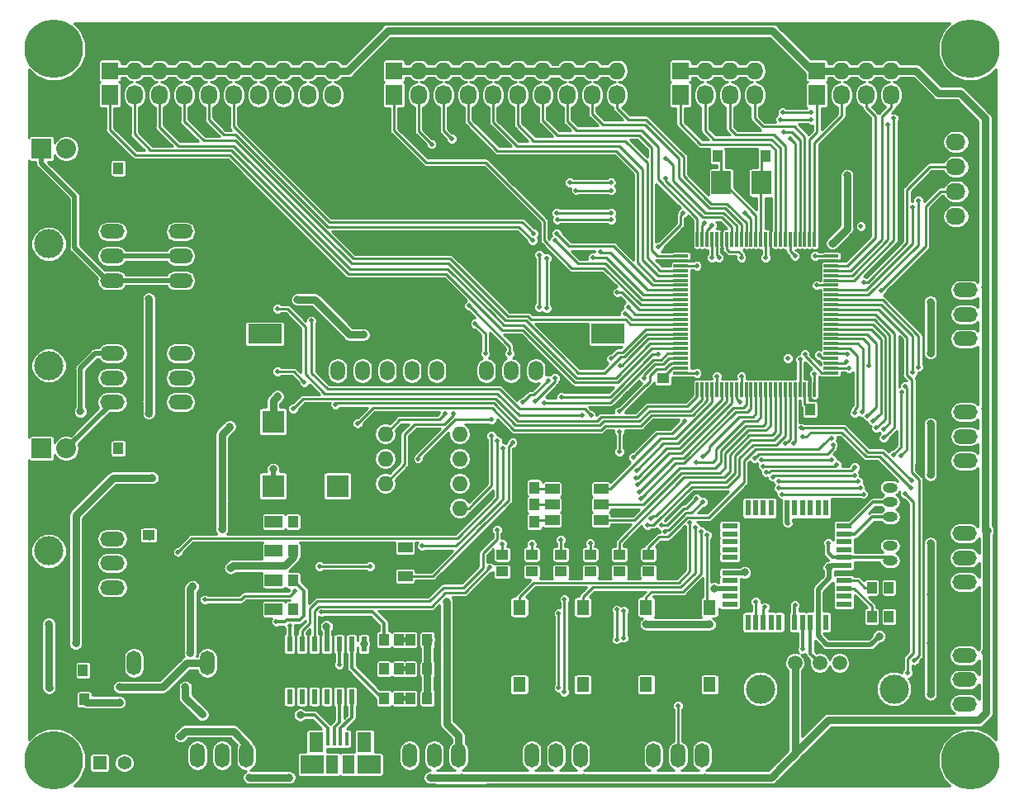
<source format=gbr>
G04 #@! TF.GenerationSoftware,KiCad,Pcbnew,(5.0.2)-1*
G04 #@! TF.CreationDate,2019-03-22T11:58:15+09:00*
G04 #@! TF.ProjectId,stm32f4_Centaurus,73746d33-3266-4345-9f43-656e74617572,rev?*
G04 #@! TF.SameCoordinates,Original*
G04 #@! TF.FileFunction,Copper,L1,Top*
G04 #@! TF.FilePolarity,Positive*
%FSLAX46Y46*%
G04 Gerber Fmt 4.6, Leading zero omitted, Abs format (unit mm)*
G04 Created by KiCad (PCBNEW (5.0.2)-1) date 2019/03/22 11:58:15*
%MOMM*%
%LPD*%
G01*
G04 APERTURE LIST*
G04 #@! TA.AperFunction,ComponentPad*
%ADD10O,1.500000X2.000000*%
G04 #@! TD*
G04 #@! TA.AperFunction,ComponentPad*
%ADD11R,3.500000X2.000000*%
G04 #@! TD*
G04 #@! TA.AperFunction,SMDPad,CuDef*
%ADD12R,0.300000X1.500000*%
G04 #@! TD*
G04 #@! TA.AperFunction,SMDPad,CuDef*
%ADD13R,1.500000X0.300000*%
G04 #@! TD*
G04 #@! TA.AperFunction,SMDPad,CuDef*
%ADD14R,1.000000X1.200000*%
G04 #@! TD*
G04 #@! TA.AperFunction,ComponentPad*
%ADD15C,1.501140*%
G04 #@! TD*
G04 #@! TA.AperFunction,ComponentPad*
%ADD16C,2.999740*%
G04 #@! TD*
G04 #@! TA.AperFunction,SMDPad,CuDef*
%ADD17R,1.500000X1.100000*%
G04 #@! TD*
G04 #@! TA.AperFunction,ComponentPad*
%ADD18R,1.397000X1.397000*%
G04 #@! TD*
G04 #@! TA.AperFunction,ComponentPad*
%ADD19C,1.397000*%
G04 #@! TD*
G04 #@! TA.AperFunction,SMDPad,CuDef*
%ADD20R,1.175000X1.900000*%
G04 #@! TD*
G04 #@! TA.AperFunction,SMDPad,CuDef*
%ADD21R,2.375000X1.900000*%
G04 #@! TD*
G04 #@! TA.AperFunction,SMDPad,CuDef*
%ADD22R,1.475000X2.100000*%
G04 #@! TD*
G04 #@! TA.AperFunction,SMDPad,CuDef*
%ADD23R,0.450000X1.380000*%
G04 #@! TD*
G04 #@! TA.AperFunction,SMDPad,CuDef*
%ADD24R,1.200000X1.000000*%
G04 #@! TD*
G04 #@! TA.AperFunction,ComponentPad*
%ADD25O,1.500000X2.500000*%
G04 #@! TD*
G04 #@! TA.AperFunction,SMDPad,CuDef*
%ADD26R,1.300000X1.550000*%
G04 #@! TD*
G04 #@! TA.AperFunction,ComponentPad*
%ADD27R,2.032000X2.032000*%
G04 #@! TD*
G04 #@! TA.AperFunction,ComponentPad*
%ADD28O,2.032000X2.032000*%
G04 #@! TD*
G04 #@! TA.AperFunction,ComponentPad*
%ADD29O,2.032000X1.727200*%
G04 #@! TD*
G04 #@! TA.AperFunction,ComponentPad*
%ADD30R,2.032000X1.727200*%
G04 #@! TD*
G04 #@! TA.AperFunction,ComponentPad*
%ADD31R,1.727200X2.032000*%
G04 #@! TD*
G04 #@! TA.AperFunction,ComponentPad*
%ADD32O,1.727200X2.032000*%
G04 #@! TD*
G04 #@! TA.AperFunction,ComponentPad*
%ADD33O,1.727200X1.727200*%
G04 #@! TD*
G04 #@! TA.AperFunction,ComponentPad*
%ADD34R,1.727200X1.727200*%
G04 #@! TD*
G04 #@! TA.AperFunction,ComponentPad*
%ADD35O,2.500000X1.500000*%
G04 #@! TD*
G04 #@! TA.AperFunction,ComponentPad*
%ADD36C,3.000000*%
G04 #@! TD*
G04 #@! TA.AperFunction,SMDPad,CuDef*
%ADD37R,2.000000X2.400000*%
G04 #@! TD*
G04 #@! TA.AperFunction,SMDPad,CuDef*
%ADD38R,0.560000X1.600000*%
G04 #@! TD*
G04 #@! TA.AperFunction,SMDPad,CuDef*
%ADD39R,1.600000X0.560000*%
G04 #@! TD*
G04 #@! TA.AperFunction,ComponentPad*
%ADD40O,1.524000X1.000000*%
G04 #@! TD*
G04 #@! TA.AperFunction,SMDPad,CuDef*
%ADD41R,0.600000X1.500000*%
G04 #@! TD*
G04 #@! TA.AperFunction,SMDPad,CuDef*
%ADD42R,2.300000X2.300000*%
G04 #@! TD*
G04 #@! TA.AperFunction,SMDPad,CuDef*
%ADD43R,1.500000X1.000000*%
G04 #@! TD*
G04 #@! TA.AperFunction,ComponentPad*
%ADD44O,1.600000X1.600000*%
G04 #@! TD*
G04 #@! TA.AperFunction,ViaPad*
%ADD45C,6.000000*%
G04 #@! TD*
G04 #@! TA.AperFunction,ViaPad*
%ADD46C,0.500000*%
G04 #@! TD*
G04 #@! TA.AperFunction,ViaPad*
%ADD47C,0.400000*%
G04 #@! TD*
G04 #@! TA.AperFunction,ViaPad*
%ADD48C,0.800000*%
G04 #@! TD*
G04 #@! TA.AperFunction,Conductor*
%ADD49C,0.350000*%
G04 #@! TD*
G04 #@! TA.AperFunction,Conductor*
%ADD50C,0.250000*%
G04 #@! TD*
G04 #@! TA.AperFunction,Conductor*
%ADD51C,0.800000*%
G04 #@! TD*
G04 #@! TA.AperFunction,Conductor*
%ADD52C,0.500000*%
G04 #@! TD*
G04 #@! TA.AperFunction,Conductor*
%ADD53C,0.254000*%
G04 #@! TD*
G04 APERTURE END LIST*
D10*
G04 #@! TO.P,U7,1*
G04 #@! TO.N,Net-(U7-Pad1)*
X85090000Y-95035000D03*
G04 #@! TO.P,U7,2*
G04 #@! TO.N,Net-(C29-Pad1)*
X87630000Y-95035000D03*
G04 #@! TO.P,U7,3*
G04 #@! TO.N,Net-(C30-Pad1)*
X90170000Y-95035000D03*
G04 #@! TO.P,U7,4*
G04 #@! TO.N,Net-(C30-Pad2)*
X92710000Y-95035000D03*
G04 #@! TO.P,U7,5*
G04 #@! TO.N,+3.3V*
X95250000Y-95035000D03*
G04 #@! TO.P,U7,6*
G04 #@! TO.N,GND*
X97790000Y-95035000D03*
G04 #@! TO.P,U7,7*
G04 #@! TO.N,/I2C1_SDA*
X100330000Y-95035000D03*
G04 #@! TO.P,U7,8*
G04 #@! TO.N,/I2C1_SCL*
X102870000Y-95035000D03*
G04 #@! TO.P,U7,9*
G04 #@! TO.N,+3.3V*
X105410000Y-95035000D03*
D11*
G04 #@! TO.P,U7,10*
X77650000Y-91235000D03*
G04 #@! TO.P,U7,11*
G04 #@! TO.N,Net-(Q5-Pad3)*
X112850000Y-91235000D03*
G04 #@! TD*
D12*
G04 #@! TO.P,U1,1*
G04 #@! TO.N,/PE2*
X134000000Y-81550000D03*
G04 #@! TO.P,U1,2*
G04 #@! TO.N,/PE3*
X133500000Y-81550000D03*
G04 #@! TO.P,U1,3*
G04 #@! TO.N,/PE4*
X133000000Y-81550000D03*
G04 #@! TO.P,U1,4*
G04 #@! TO.N,/TIM9_CH1*
X132500000Y-81550000D03*
G04 #@! TO.P,U1,5*
G04 #@! TO.N,/TIM9_CH2*
X132000000Y-81550000D03*
G04 #@! TO.P,U1,6*
G04 #@! TO.N,+3.3V*
X131500000Y-81550000D03*
G04 #@! TO.P,U1,7*
G04 #@! TO.N,/PC13*
X131000000Y-81550000D03*
G04 #@! TO.P,U1,8*
G04 #@! TO.N,/PC14*
X130500000Y-81550000D03*
G04 #@! TO.P,U1,9*
G04 #@! TO.N,/PC15*
X130000000Y-81550000D03*
G04 #@! TO.P,U1,10*
G04 #@! TO.N,GND*
X129500000Y-81550000D03*
G04 #@! TO.P,U1,11*
G04 #@! TO.N,+3.3V*
X129000000Y-81550000D03*
G04 #@! TO.P,U1,12*
G04 #@! TO.N,/OSC_IN*
X128500000Y-81550000D03*
G04 #@! TO.P,U1,13*
G04 #@! TO.N,/OSC_OUT*
X128000000Y-81550000D03*
G04 #@! TO.P,U1,14*
G04 #@! TO.N,/NRST*
X127500000Y-81550000D03*
G04 #@! TO.P,U1,15*
G04 #@! TO.N,/ADC12_IN10*
X127000000Y-81550000D03*
G04 #@! TO.P,U1,16*
G04 #@! TO.N,/ADC12_IN11*
X126500000Y-81550000D03*
G04 #@! TO.P,U1,17*
G04 #@! TO.N,/SPI2_MISO*
X126000000Y-81550000D03*
G04 #@! TO.P,U1,18*
G04 #@! TO.N,/SPI2_MOSI*
X125500000Y-81550000D03*
G04 #@! TO.P,U1,19*
G04 #@! TO.N,+3.3V*
X125000000Y-81550000D03*
G04 #@! TO.P,U1,20*
G04 #@! TO.N,GND*
X124500000Y-81550000D03*
G04 #@! TO.P,U1,21*
G04 #@! TO.N,+3.3V*
X124000000Y-81550000D03*
G04 #@! TO.P,U1,22*
X123500000Y-81550000D03*
G04 #@! TO.P,U1,23*
G04 #@! TO.N,/TIM5_CH1*
X123000000Y-81550000D03*
G04 #@! TO.P,U1,24*
G04 #@! TO.N,/TIM5_CH2*
X122500000Y-81550000D03*
G04 #@! TO.P,U1,25*
G04 #@! TO.N,/ADC12_IN2*
X122000000Y-81550000D03*
D13*
G04 #@! TO.P,U1,26*
G04 #@! TO.N,/ADC12_IN3*
X120300000Y-83250000D03*
G04 #@! TO.P,U1,27*
G04 #@! TO.N,GND*
X120300000Y-83750000D03*
G04 #@! TO.P,U1,28*
G04 #@! TO.N,+3.3V*
X120300000Y-84250000D03*
G04 #@! TO.P,U1,29*
G04 #@! TO.N,/ADC12_IN4*
X120300000Y-84750000D03*
G04 #@! TO.P,U1,30*
G04 #@! TO.N,/ADC12_IN5*
X120300000Y-85250000D03*
G04 #@! TO.P,U1,31*
G04 #@! TO.N,/ADC12_IN6*
X120300000Y-85750000D03*
G04 #@! TO.P,U1,32*
G04 #@! TO.N,/TIM8_CH1*
X120300000Y-86250000D03*
G04 #@! TO.P,U1,33*
G04 #@! TO.N,/ADC12_IN14*
X120300000Y-86750000D03*
G04 #@! TO.P,U1,34*
G04 #@! TO.N,/ADC12_IN15*
X120300000Y-87250000D03*
G04 #@! TO.P,U1,35*
G04 #@! TO.N,/TIM8_CH2*
X120300000Y-87750000D03*
G04 #@! TO.P,U1,36*
G04 #@! TO.N,/ADC12_IN9*
X120300000Y-88250000D03*
G04 #@! TO.P,U1,37*
G04 #@! TO.N,/PB2*
X120300000Y-88750000D03*
G04 #@! TO.P,U1,38*
G04 #@! TO.N,/PE7*
X120300000Y-89250000D03*
G04 #@! TO.P,U1,39*
G04 #@! TO.N,/PE8*
X120300000Y-89750000D03*
G04 #@! TO.P,U1,40*
G04 #@! TO.N,/TIM1_CH1*
X120300000Y-90250000D03*
G04 #@! TO.P,U1,41*
G04 #@! TO.N,/PE10*
X120300000Y-90750000D03*
G04 #@! TO.P,U1,42*
G04 #@! TO.N,/TIM1_CH2*
X120300000Y-91250000D03*
G04 #@! TO.P,U1,43*
G04 #@! TO.N,/PE12*
X120300000Y-91750000D03*
G04 #@! TO.P,U1,44*
G04 #@! TO.N,/TIM1_CH3*
X120300000Y-92250000D03*
G04 #@! TO.P,U1,45*
G04 #@! TO.N,/TIM1_CH4*
X120300000Y-92750000D03*
G04 #@! TO.P,U1,46*
G04 #@! TO.N,/PE15*
X120300000Y-93250000D03*
G04 #@! TO.P,U1,47*
G04 #@! TO.N,/SPI2_SCK*
X120300000Y-93750000D03*
G04 #@! TO.P,U1,48*
G04 #@! TO.N,/PB11*
X120300000Y-94250000D03*
G04 #@! TO.P,U1,49*
G04 #@! TO.N,Net-(C26-Pad1)*
X120300000Y-94750000D03*
G04 #@! TO.P,U1,50*
G04 #@! TO.N,+3.3V*
X120300000Y-95250000D03*
D12*
G04 #@! TO.P,U1,51*
G04 #@! TO.N,/CAN2_RX*
X122000000Y-96950000D03*
G04 #@! TO.P,U1,52*
G04 #@! TO.N,/CAN2_TX*
X122500000Y-96950000D03*
G04 #@! TO.P,U1,53*
G04 #@! TO.N,/TIM12_CH1*
X123000000Y-96950000D03*
G04 #@! TO.P,U1,54*
G04 #@! TO.N,/TIM12_CH2*
X123500000Y-96950000D03*
G04 #@! TO.P,U1,55*
G04 #@! TO.N,/USART3_TX*
X124000000Y-96950000D03*
G04 #@! TO.P,U1,56*
G04 #@! TO.N,/USART3_RX*
X124500000Y-96950000D03*
G04 #@! TO.P,U1,57*
G04 #@! TO.N,/PD10*
X125000000Y-96950000D03*
G04 #@! TO.P,U1,58*
G04 #@! TO.N,/PD11*
X125500000Y-96950000D03*
G04 #@! TO.P,U1,59*
G04 #@! TO.N,/TIM4_CH1*
X126000000Y-96950000D03*
G04 #@! TO.P,U1,60*
G04 #@! TO.N,/TIM4_CH2*
X126500000Y-96950000D03*
G04 #@! TO.P,U1,61*
G04 #@! TO.N,/PD14*
X127000000Y-96950000D03*
G04 #@! TO.P,U1,62*
G04 #@! TO.N,/PD15*
X127500000Y-96950000D03*
G04 #@! TO.P,U1,63*
G04 #@! TO.N,/USART6_TX*
X128000000Y-96950000D03*
G04 #@! TO.P,U1,64*
G04 #@! TO.N,/USART6_RX*
X128500000Y-96950000D03*
G04 #@! TO.P,U1,65*
G04 #@! TO.N,/TIM8_CH3*
X129000000Y-96950000D03*
G04 #@! TO.P,U1,66*
G04 #@! TO.N,/TIM8_CH4*
X129500000Y-96950000D03*
G04 #@! TO.P,U1,67*
G04 #@! TO.N,/PA8*
X130000000Y-96950000D03*
G04 #@! TO.P,U1,68*
G04 #@! TO.N,/USART1_TX*
X130500000Y-96950000D03*
G04 #@! TO.P,U1,69*
G04 #@! TO.N,/USART1_RX*
X131000000Y-96950000D03*
G04 #@! TO.P,U1,70*
G04 #@! TO.N,/CAN1_RX*
X131500000Y-96950000D03*
G04 #@! TO.P,U1,71*
G04 #@! TO.N,/CAN1_TX*
X132000000Y-96950000D03*
G04 #@! TO.P,U1,72*
G04 #@! TO.N,/SWDIO*
X132500000Y-96950000D03*
G04 #@! TO.P,U1,73*
G04 #@! TO.N,Net-(C27-Pad1)*
X133000000Y-96950000D03*
G04 #@! TO.P,U1,74*
G04 #@! TO.N,GND*
X133500000Y-96950000D03*
G04 #@! TO.P,U1,75*
G04 #@! TO.N,+3.3V*
X134000000Y-96950000D03*
D13*
G04 #@! TO.P,U1,76*
G04 #@! TO.N,/SWCLK*
X135700000Y-95250000D03*
G04 #@! TO.P,U1,77*
G04 #@! TO.N,/TIM2_CH1*
X135700000Y-94750000D03*
G04 #@! TO.P,U1,78*
G04 #@! TO.N,/UART4_TX*
X135700000Y-94250000D03*
G04 #@! TO.P,U1,79*
G04 #@! TO.N,/UART4_RX*
X135700000Y-93750000D03*
G04 #@! TO.P,U1,80*
G04 #@! TO.N,/UART5_TX*
X135700000Y-93250000D03*
G04 #@! TO.P,U1,81*
G04 #@! TO.N,/PD0*
X135700000Y-92750000D03*
G04 #@! TO.P,U1,82*
G04 #@! TO.N,/PD1*
X135700000Y-92250000D03*
G04 #@! TO.P,U1,83*
G04 #@! TO.N,/UART5_RX*
X135700000Y-91750000D03*
G04 #@! TO.P,U1,84*
G04 #@! TO.N,/PD3*
X135700000Y-91250000D03*
G04 #@! TO.P,U1,85*
G04 #@! TO.N,/PD4*
X135700000Y-90750000D03*
G04 #@! TO.P,U1,86*
G04 #@! TO.N,/USART2_TX*
X135700000Y-90250000D03*
G04 #@! TO.P,U1,87*
G04 #@! TO.N,/USART2_RX*
X135700000Y-89750000D03*
G04 #@! TO.P,U1,88*
G04 #@! TO.N,/PD7*
X135700000Y-89250000D03*
G04 #@! TO.P,U1,89*
G04 #@! TO.N,/TIM2_CH2*
X135700000Y-88750000D03*
G04 #@! TO.P,U1,90*
G04 #@! TO.N,/TIM3_CH1*
X135700000Y-88250000D03*
G04 #@! TO.P,U1,91*
G04 #@! TO.N,/TIM3_CH2*
X135700000Y-87750000D03*
G04 #@! TO.P,U1,92*
G04 #@! TO.N,/I2C1_SCL*
X135700000Y-87250000D03*
G04 #@! TO.P,U1,93*
G04 #@! TO.N,/I2C1_SDA*
X135700000Y-86750000D03*
G04 #@! TO.P,U1,94*
G04 #@! TO.N,Net-(R25-Pad1)*
X135700000Y-86250000D03*
G04 #@! TO.P,U1,95*
G04 #@! TO.N,/TIM10_CH1*
X135700000Y-85750000D03*
G04 #@! TO.P,U1,96*
G04 #@! TO.N,/TIM11_CH1*
X135700000Y-85250000D03*
G04 #@! TO.P,U1,97*
G04 #@! TO.N,/PE0*
X135700000Y-84750000D03*
G04 #@! TO.P,U1,98*
G04 #@! TO.N,/PE1*
X135700000Y-84250000D03*
G04 #@! TO.P,U1,99*
G04 #@! TO.N,GND*
X135700000Y-83750000D03*
G04 #@! TO.P,U1,100*
G04 #@! TO.N,+3.3V*
X135700000Y-83250000D03*
G04 #@! TD*
D14*
G04 #@! TO.P,R24,2*
G04 #@! TO.N,/GP2*
X89860000Y-122620000D03*
G04 #@! TO.P,R24,1*
G04 #@! TO.N,Net-(D5-Pad2)*
X91420000Y-122620000D03*
G04 #@! TD*
D15*
G04 #@! TO.P,P2,4*
G04 #@! TO.N,GND*
X139112860Y-124995760D03*
G04 #@! TO.P,P2,3*
G04 #@! TO.N,/D+*
X136572860Y-124995760D03*
G04 #@! TO.P,P2,2*
G04 #@! TO.N,/D-*
X134540860Y-124995760D03*
G04 #@! TO.P,P2,1*
G04 #@! TO.N,+5V*
X132000860Y-124995760D03*
D16*
G04 #@! TO.P,P2,5*
G04 #@! TO.N,Net-(P2-Pad5)*
X142160860Y-127662760D03*
X128444860Y-127662760D03*
G04 #@! TD*
D17*
G04 #@! TO.P,LED1,1*
G04 #@! TO.N,/NRST*
X92040000Y-116100000D03*
G04 #@! TO.P,LED1,3*
G04 #@! TO.N,Net-(LED1-Pad3)*
X92040000Y-113100000D03*
G04 #@! TO.P,LED1,2*
G04 #@! TO.N,GND*
X86140000Y-116100000D03*
G04 #@! TO.P,LED1,4*
X86140000Y-113100000D03*
G04 #@! TD*
D18*
G04 #@! TO.P,SW1,1*
G04 #@! TO.N,Net-(D27-Pad2)*
X60710000Y-135250000D03*
D19*
G04 #@! TO.P,SW1,2*
G04 #@! TO.N,Net-(R32-Pad2)*
X63250000Y-135250000D03*
G04 #@! TO.P,SW1,3*
G04 #@! TO.N,GND*
X65790000Y-135250000D03*
G04 #@! TD*
D14*
G04 #@! TO.P,D36,2*
G04 #@! TO.N,GND*
X64380000Y-74250000D03*
G04 #@! TO.P,D36,1*
G04 #@! TO.N,Net-(D36-Pad1)*
X62620000Y-74250000D03*
G04 #@! TD*
G04 #@! TO.P,D37,1*
G04 #@! TO.N,Net-(D37-Pad1)*
X62620000Y-103000000D03*
G04 #@! TO.P,D37,2*
G04 #@! TO.N,GND*
X64380000Y-103000000D03*
G04 #@! TD*
D20*
G04 #@! TO.P,P5,6*
G04 #@! TO.N,Net-(P5-Pad6)*
X86240000Y-135410000D03*
X84560000Y-135410000D03*
D21*
X88310000Y-135410000D03*
X82490000Y-135410000D03*
D22*
X87862500Y-133110000D03*
X82937500Y-133110000D03*
D23*
G04 #@! TO.P,P5,5*
G04 #@! TO.N,GND*
X86700000Y-132750000D03*
G04 #@! TO.P,P5,4*
G04 #@! TO.N,Net-(P5-Pad4)*
X86050000Y-132750000D03*
G04 #@! TO.P,P5,3*
G04 #@! TO.N,/D+_USB*
X85400000Y-132750000D03*
G04 #@! TO.P,P5,2*
G04 #@! TO.N,/D-_USB*
X84750000Y-132750000D03*
G04 #@! TO.P,P5,1*
G04 #@! TO.N,/BUS_5V*
X84100000Y-132750000D03*
G04 #@! TD*
D14*
G04 #@! TO.P,D13,1*
G04 #@! TO.N,Net-(D13-Pad1)*
X59000000Y-125750000D03*
G04 #@! TO.P,D13,2*
G04 #@! TO.N,GND*
X57240000Y-125750000D03*
G04 #@! TD*
G04 #@! TO.P,D16,2*
G04 #@! TO.N,GND*
X57370000Y-128750000D03*
G04 #@! TO.P,D16,1*
G04 #@! TO.N,Net-(D16-Pad1)*
X59130000Y-128750000D03*
G04 #@! TD*
G04 #@! TO.P,D17,1*
G04 #@! TO.N,Net-(D17-Pad1)*
X78130000Y-113500000D03*
G04 #@! TO.P,D17,2*
G04 #@! TO.N,GND*
X76370000Y-113500000D03*
G04 #@! TD*
G04 #@! TO.P,D18,2*
G04 #@! TO.N,GND*
X76370000Y-116500000D03*
G04 #@! TO.P,D18,1*
G04 #@! TO.N,Net-(D18-Pad1)*
X78130000Y-116500000D03*
G04 #@! TD*
D24*
G04 #@! TO.P,D19,1*
G04 #@! TO.N,/PD10*
X101988703Y-113870000D03*
G04 #@! TO.P,D19,2*
G04 #@! TO.N,Net-(D19-Pad2)*
X101988703Y-115630000D03*
G04 #@! TD*
D14*
G04 #@! TO.P,D30,2*
G04 #@! TO.N,GND*
X76370000Y-110500000D03*
G04 #@! TO.P,D30,1*
G04 #@! TO.N,Net-(D30-Pad1)*
X78130000Y-110500000D03*
G04 #@! TD*
D25*
G04 #@! TO.P,P10,1*
G04 #@! TO.N,GND*
X66750000Y-125000000D03*
G04 #@! TO.P,P10,2*
G04 #@! TO.N,XA2_12V*
X64250000Y-125000000D03*
G04 #@! TD*
G04 #@! TO.P,P17,2*
G04 #@! TO.N,XA2_5V*
X71750000Y-125000000D03*
G04 #@! TO.P,P17,1*
G04 #@! TO.N,GND*
X74250000Y-125000000D03*
G04 #@! TD*
D26*
G04 #@! TO.P,SW2,2*
G04 #@! TO.N,/PD3*
X110250000Y-127225000D03*
G04 #@! TO.P,SW2,1*
G04 #@! TO.N,GND*
X105750000Y-127225000D03*
X105750000Y-119275000D03*
G04 #@! TO.P,SW2,2*
G04 #@! TO.N,/PD3*
X110250000Y-119275000D03*
G04 #@! TD*
G04 #@! TO.P,SW3,2*
G04 #@! TO.N,/PD1*
X103750000Y-119275000D03*
G04 #@! TO.P,SW3,1*
G04 #@! TO.N,GND*
X99250000Y-119275000D03*
X99250000Y-127225000D03*
G04 #@! TO.P,SW3,2*
G04 #@! TO.N,/PD1*
X103750000Y-127225000D03*
G04 #@! TD*
G04 #@! TO.P,SW4,2*
G04 #@! TO.N,/PD4*
X116750000Y-119275000D03*
G04 #@! TO.P,SW4,1*
G04 #@! TO.N,GND*
X112250000Y-119275000D03*
X112250000Y-127225000D03*
G04 #@! TO.P,SW4,2*
G04 #@! TO.N,/PD4*
X116750000Y-127225000D03*
G04 #@! TD*
G04 #@! TO.P,SW5,2*
G04 #@! TO.N,/PD7*
X123250000Y-127225000D03*
G04 #@! TO.P,SW5,1*
G04 #@! TO.N,GND*
X118750000Y-127225000D03*
X118750000Y-119275000D03*
G04 #@! TO.P,SW5,2*
G04 #@! TO.N,/PD7*
X123250000Y-119275000D03*
G04 #@! TD*
D27*
G04 #@! TO.P,JP1,1*
G04 #@! TO.N,/CAN0_L*
X54750000Y-72250000D03*
D28*
G04 #@! TO.P,JP1,2*
G04 #@! TO.N,Net-(JP1-Pad2)*
X57290000Y-72250000D03*
G04 #@! TD*
G04 #@! TO.P,JP2,2*
G04 #@! TO.N,/CAN1_L*
X57290000Y-103000000D03*
D27*
G04 #@! TO.P,JP2,1*
G04 #@! TO.N,Net-(JP2-Pad1)*
X54750000Y-103000000D03*
G04 #@! TD*
D29*
G04 #@! TO.P,P18,5*
G04 #@! TO.N,/NRST*
X148500000Y-79160000D03*
G04 #@! TO.P,P18,4*
G04 #@! TO.N,/SWDIO*
X148500000Y-76620000D03*
G04 #@! TO.P,P18,3*
G04 #@! TO.N,/SWCLK*
X148500000Y-74080000D03*
G04 #@! TO.P,P18,2*
G04 #@! TO.N,Net-(D40-Pad1)*
X148500000Y-71540000D03*
D30*
G04 #@! TO.P,P18,1*
G04 #@! TO.N,GND*
X148500000Y-69000000D03*
G04 #@! TD*
D31*
G04 #@! TO.P,P23,1*
G04 #@! TO.N,/ADC12_IN9*
X90890000Y-66750000D03*
D32*
G04 #@! TO.P,P23,2*
G04 #@! TO.N,/ADC12_IN15*
X93430000Y-66750000D03*
G04 #@! TO.P,P23,3*
G04 #@! TO.N,/ADC12_IN14*
X95970000Y-66750000D03*
G04 #@! TO.P,P23,4*
G04 #@! TO.N,/ADC12_IN6*
X98510000Y-66750000D03*
G04 #@! TO.P,P23,5*
G04 #@! TO.N,/ADC12_IN5*
X101050000Y-66750000D03*
G04 #@! TO.P,P23,6*
G04 #@! TO.N,/ADC12_IN4*
X103590000Y-66750000D03*
G04 #@! TO.P,P23,7*
G04 #@! TO.N,/ADC12_IN3*
X106130000Y-66750000D03*
G04 #@! TO.P,P23,8*
G04 #@! TO.N,/ADC12_IN2*
X108670000Y-66750000D03*
G04 #@! TO.P,P23,9*
G04 #@! TO.N,/ADC12_IN11*
X111210000Y-66750000D03*
G04 #@! TO.P,P23,10*
G04 #@! TO.N,/ADC12_IN10*
X113750000Y-66750000D03*
G04 #@! TD*
G04 #@! TO.P,P24,10*
G04 #@! TO.N,/TIM10_CH1*
X84610000Y-66750000D03*
G04 #@! TO.P,P24,9*
G04 #@! TO.N,/TIM11_CH1*
X82070000Y-66750000D03*
G04 #@! TO.P,P24,8*
G04 #@! TO.N,/TIM9_CH1*
X79530000Y-66750000D03*
G04 #@! TO.P,P24,7*
G04 #@! TO.N,/TIM9_CH2*
X76990000Y-66750000D03*
G04 #@! TO.P,P24,6*
G04 #@! TO.N,/TIM8_CH1*
X74450000Y-66750000D03*
G04 #@! TO.P,P24,5*
G04 #@! TO.N,/TIM8_CH2*
X71910000Y-66750000D03*
G04 #@! TO.P,P24,4*
G04 #@! TO.N,/TIM1_CH1*
X69370000Y-66750000D03*
G04 #@! TO.P,P24,3*
G04 #@! TO.N,/TIM1_CH2*
X66830000Y-66750000D03*
G04 #@! TO.P,P24,2*
G04 #@! TO.N,/TIM1_CH3*
X64290000Y-66750000D03*
D31*
G04 #@! TO.P,P24,1*
G04 #@! TO.N,/TIM1_CH4*
X61750000Y-66750000D03*
G04 #@! TD*
D33*
G04 #@! TO.P,P25,20*
G04 #@! TO.N,GND*
X113750000Y-61710000D03*
G04 #@! TO.P,P25,19*
G04 #@! TO.N,+3.3V*
X113750000Y-64250000D03*
G04 #@! TO.P,P25,18*
G04 #@! TO.N,GND*
X111210000Y-61710000D03*
G04 #@! TO.P,P25,17*
G04 #@! TO.N,+3.3V*
X111210000Y-64250000D03*
G04 #@! TO.P,P25,16*
G04 #@! TO.N,GND*
X108670000Y-61710000D03*
G04 #@! TO.P,P25,15*
G04 #@! TO.N,+3.3V*
X108670000Y-64250000D03*
G04 #@! TO.P,P25,14*
G04 #@! TO.N,GND*
X106130000Y-61710000D03*
G04 #@! TO.P,P25,13*
G04 #@! TO.N,+3.3V*
X106130000Y-64250000D03*
G04 #@! TO.P,P25,12*
G04 #@! TO.N,GND*
X103590000Y-61710000D03*
G04 #@! TO.P,P25,11*
G04 #@! TO.N,+3.3V*
X103590000Y-64250000D03*
G04 #@! TO.P,P25,10*
G04 #@! TO.N,GND*
X101050000Y-61710000D03*
G04 #@! TO.P,P25,9*
G04 #@! TO.N,+3.3V*
X101050000Y-64250000D03*
G04 #@! TO.P,P25,8*
G04 #@! TO.N,GND*
X98510000Y-61710000D03*
G04 #@! TO.P,P25,7*
G04 #@! TO.N,+3.3V*
X98510000Y-64250000D03*
G04 #@! TO.P,P25,6*
G04 #@! TO.N,GND*
X95970000Y-61710000D03*
G04 #@! TO.P,P25,5*
G04 #@! TO.N,+3.3V*
X95970000Y-64250000D03*
G04 #@! TO.P,P25,4*
G04 #@! TO.N,GND*
X93430000Y-61710000D03*
G04 #@! TO.P,P25,3*
G04 #@! TO.N,+3.3V*
X93430000Y-64250000D03*
G04 #@! TO.P,P25,2*
G04 #@! TO.N,GND*
X90890000Y-61710000D03*
D34*
G04 #@! TO.P,P25,1*
G04 #@! TO.N,+3.3V*
X90890000Y-64250000D03*
G04 #@! TD*
G04 #@! TO.P,P26,1*
G04 #@! TO.N,+5V*
X61750000Y-64250000D03*
D33*
G04 #@! TO.P,P26,2*
G04 #@! TO.N,GND*
X61750000Y-61710000D03*
G04 #@! TO.P,P26,3*
G04 #@! TO.N,+5V*
X64290000Y-64250000D03*
G04 #@! TO.P,P26,4*
G04 #@! TO.N,GND*
X64290000Y-61710000D03*
G04 #@! TO.P,P26,5*
G04 #@! TO.N,+5V*
X66830000Y-64250000D03*
G04 #@! TO.P,P26,6*
G04 #@! TO.N,GND*
X66830000Y-61710000D03*
G04 #@! TO.P,P26,7*
G04 #@! TO.N,+5V*
X69370000Y-64250000D03*
G04 #@! TO.P,P26,8*
G04 #@! TO.N,GND*
X69370000Y-61710000D03*
G04 #@! TO.P,P26,9*
G04 #@! TO.N,+5V*
X71910000Y-64250000D03*
G04 #@! TO.P,P26,10*
G04 #@! TO.N,GND*
X71910000Y-61710000D03*
G04 #@! TO.P,P26,11*
G04 #@! TO.N,+5V*
X74450000Y-64250000D03*
G04 #@! TO.P,P26,12*
G04 #@! TO.N,GND*
X74450000Y-61710000D03*
G04 #@! TO.P,P26,13*
G04 #@! TO.N,+5V*
X76990000Y-64250000D03*
G04 #@! TO.P,P26,14*
G04 #@! TO.N,GND*
X76990000Y-61710000D03*
G04 #@! TO.P,P26,15*
G04 #@! TO.N,+5V*
X79530000Y-64250000D03*
G04 #@! TO.P,P26,16*
G04 #@! TO.N,GND*
X79530000Y-61710000D03*
G04 #@! TO.P,P26,17*
G04 #@! TO.N,+5V*
X82070000Y-64250000D03*
G04 #@! TO.P,P26,18*
G04 #@! TO.N,GND*
X82070000Y-61710000D03*
G04 #@! TO.P,P26,19*
G04 #@! TO.N,+5V*
X84610000Y-64250000D03*
G04 #@! TO.P,P26,20*
G04 #@! TO.N,GND*
X84610000Y-61710000D03*
G04 #@! TD*
D35*
G04 #@! TO.P,P3,4*
G04 #@! TO.N,Net-(P3-Pad4)*
X149420000Y-129210000D03*
G04 #@! TO.P,P3,3*
G04 #@! TO.N,Net-(P3-Pad3)*
X149420000Y-126710000D03*
G04 #@! TO.P,P3,2*
G04 #@! TO.N,+5V*
X149420000Y-124210000D03*
G04 #@! TO.P,P3,1*
G04 #@! TO.N,GND*
X149420000Y-121710000D03*
G04 #@! TD*
G04 #@! TO.P,P4,1*
G04 #@! TO.N,GND*
X149500000Y-96750000D03*
G04 #@! TO.P,P4,2*
G04 #@! TO.N,+5V*
X149500000Y-99250000D03*
G04 #@! TO.P,P4,3*
G04 #@! TO.N,Net-(P4-Pad3)*
X149500000Y-101750000D03*
G04 #@! TO.P,P4,4*
G04 #@! TO.N,Net-(P4-Pad4)*
X149500000Y-104250000D03*
G04 #@! TD*
G04 #@! TO.P,P6,4*
G04 #@! TO.N,Net-(P6-Pad4)*
X149500000Y-91750000D03*
G04 #@! TO.P,P6,3*
G04 #@! TO.N,Net-(P6-Pad3)*
X149500000Y-89250000D03*
G04 #@! TO.P,P6,2*
G04 #@! TO.N,+5V*
X149500000Y-86750000D03*
G04 #@! TO.P,P6,1*
G04 #@! TO.N,GND*
X149500000Y-84250000D03*
G04 #@! TD*
G04 #@! TO.P,P7,1*
G04 #@! TO.N,GND*
X149420000Y-109210000D03*
G04 #@! TO.P,P7,2*
G04 #@! TO.N,+5V*
X149420000Y-111710000D03*
G04 #@! TO.P,P7,3*
G04 #@! TO.N,Net-(P7-Pad3)*
X149420000Y-114210000D03*
G04 #@! TO.P,P7,4*
G04 #@! TO.N,Net-(P7-Pad4)*
X149420000Y-116710000D03*
G04 #@! TD*
D25*
G04 #@! TO.P,P8,4*
G04 #@! TO.N,/UART5_RX*
X117500000Y-134500000D03*
G04 #@! TO.P,P8,3*
G04 #@! TO.N,/UART5_TX*
X120000000Y-134500000D03*
G04 #@! TO.P,P8,2*
G04 #@! TO.N,+5V*
X122500000Y-134500000D03*
G04 #@! TO.P,P8,1*
G04 #@! TO.N,GND*
X125000000Y-134500000D03*
G04 #@! TD*
G04 #@! TO.P,P9,1*
G04 #@! TO.N,GND*
X112500000Y-134500000D03*
G04 #@! TO.P,P9,2*
G04 #@! TO.N,+5V*
X110000000Y-134500000D03*
G04 #@! TO.P,P9,3*
G04 #@! TO.N,/UART4_TX*
X107500000Y-134500000D03*
G04 #@! TO.P,P9,4*
G04 #@! TO.N,/UART4_RX*
X105000000Y-134500000D03*
G04 #@! TD*
D35*
G04 #@! TO.P,P11,1*
G04 #@! TO.N,GND*
X69000000Y-78250000D03*
G04 #@! TO.P,P11,2*
G04 #@! TO.N,CAN0_BUS_Vdd*
X69000000Y-80750000D03*
G04 #@! TO.P,P11,3*
G04 #@! TO.N,/CAN0_H*
X69000000Y-83250000D03*
G04 #@! TO.P,P11,4*
G04 #@! TO.N,/CAN0_L*
X69000000Y-85750000D03*
G04 #@! TD*
G04 #@! TO.P,P12,4*
G04 #@! TO.N,/CAN1_L*
X69000000Y-98250000D03*
G04 #@! TO.P,P12,3*
G04 #@! TO.N,/CAN1_H*
X69000000Y-95750000D03*
G04 #@! TO.P,P12,2*
G04 #@! TO.N,CAN1_BUS_Vdd*
X69000000Y-93250000D03*
G04 #@! TO.P,P12,1*
G04 #@! TO.N,GND*
X69000000Y-90750000D03*
G04 #@! TD*
D36*
G04 #@! TO.P,P13,*
G04 #@! TO.N,*
X55500000Y-82000000D03*
D35*
G04 #@! TO.P,P13,4*
G04 #@! TO.N,/CAN0_L*
X62000000Y-85750000D03*
G04 #@! TO.P,P13,3*
G04 #@! TO.N,/CAN0_H*
X62000000Y-83250000D03*
G04 #@! TO.P,P13,2*
G04 #@! TO.N,CAN0_BUS_Vdd*
X62000000Y-80750000D03*
G04 #@! TO.P,P13,1*
G04 #@! TO.N,GND*
X62000000Y-78250000D03*
G04 #@! TD*
G04 #@! TO.P,P14,1*
G04 #@! TO.N,GND*
X62000000Y-90750000D03*
G04 #@! TO.P,P14,2*
G04 #@! TO.N,CAN1_BUS_Vdd*
X62000000Y-93250000D03*
G04 #@! TO.P,P14,3*
G04 #@! TO.N,/CAN1_H*
X62000000Y-95750000D03*
G04 #@! TO.P,P14,4*
G04 #@! TO.N,/CAN1_L*
X62000000Y-98250000D03*
D36*
G04 #@! TO.P,P14,*
G04 #@! TO.N,*
X55500000Y-94500000D03*
G04 #@! TD*
D25*
G04 #@! TO.P,P15,4*
G04 #@! TO.N,/USART6_RX*
X92500000Y-134500000D03*
G04 #@! TO.P,P15,3*
G04 #@! TO.N,/USART6_TX*
X95000000Y-134500000D03*
G04 #@! TO.P,P15,2*
G04 #@! TO.N,+5V*
X97500000Y-134500000D03*
G04 #@! TO.P,P15,1*
G04 #@! TO.N,GND*
X100000000Y-134500000D03*
G04 #@! TD*
G04 #@! TO.P,P16,1*
G04 #@! TO.N,GND*
X78250000Y-134500000D03*
G04 #@! TO.P,P16,2*
G04 #@! TO.N,+5V*
X75750000Y-134500000D03*
G04 #@! TO.P,P16,3*
G04 #@! TO.N,/USART1_TX*
X73250000Y-134500000D03*
G04 #@! TO.P,P16,4*
G04 #@! TO.N,/USART1_RX*
X70750000Y-134500000D03*
G04 #@! TD*
D35*
G04 #@! TO.P,P27,1*
G04 #@! TO.N,GND*
X62000000Y-109750000D03*
G04 #@! TO.P,P27,2*
G04 #@! TO.N,XA4_12V*
X62000000Y-112250000D03*
G04 #@! TO.P,P27,3*
G04 #@! TO.N,Net-(D26-Pad2)*
X62000000Y-114750000D03*
G04 #@! TO.P,P27,4*
G04 #@! TO.N,Net-(P27-Pad4)*
X62000000Y-117250000D03*
D36*
G04 #@! TO.P,P27,*
G04 #@! TO.N,*
X55500000Y-113500000D03*
G04 #@! TD*
D31*
G04 #@! TO.P,P28,1*
G04 #@! TO.N,/PC15*
X120250000Y-66750000D03*
D32*
G04 #@! TO.P,P28,2*
G04 #@! TO.N,/PC14*
X122790000Y-66750000D03*
G04 #@! TO.P,P28,3*
G04 #@! TO.N,/PC13*
X125330000Y-66750000D03*
G04 #@! TO.P,P28,4*
G04 #@! TO.N,/PE4*
X127870000Y-66750000D03*
G04 #@! TD*
G04 #@! TO.P,P29,4*
G04 #@! TO.N,/PE0*
X141870000Y-66750000D03*
G04 #@! TO.P,P29,3*
G04 #@! TO.N,/PE1*
X139330000Y-66750000D03*
G04 #@! TO.P,P29,2*
G04 #@! TO.N,/PE2*
X136790000Y-66750000D03*
D31*
G04 #@! TO.P,P29,1*
G04 #@! TO.N,/PE3*
X134250000Y-66750000D03*
G04 #@! TD*
D34*
G04 #@! TO.P,P30,1*
G04 #@! TO.N,+3.3V*
X120250000Y-64250000D03*
D33*
G04 #@! TO.P,P30,2*
G04 #@! TO.N,GND*
X120250000Y-61710000D03*
G04 #@! TO.P,P30,3*
G04 #@! TO.N,+3.3V*
X122790000Y-64250000D03*
G04 #@! TO.P,P30,4*
G04 #@! TO.N,GND*
X122790000Y-61710000D03*
G04 #@! TO.P,P30,5*
G04 #@! TO.N,+3.3V*
X125330000Y-64250000D03*
G04 #@! TO.P,P30,6*
G04 #@! TO.N,GND*
X125330000Y-61710000D03*
G04 #@! TO.P,P30,7*
G04 #@! TO.N,+3.3V*
X127870000Y-64250000D03*
G04 #@! TO.P,P30,8*
G04 #@! TO.N,GND*
X127870000Y-61710000D03*
G04 #@! TD*
G04 #@! TO.P,P31,8*
G04 #@! TO.N,GND*
X141870000Y-61710000D03*
G04 #@! TO.P,P31,7*
G04 #@! TO.N,+5V*
X141870000Y-64250000D03*
G04 #@! TO.P,P31,6*
G04 #@! TO.N,GND*
X139330000Y-61710000D03*
G04 #@! TO.P,P31,5*
G04 #@! TO.N,+5V*
X139330000Y-64250000D03*
G04 #@! TO.P,P31,4*
G04 #@! TO.N,GND*
X136790000Y-61710000D03*
G04 #@! TO.P,P31,3*
G04 #@! TO.N,+5V*
X136790000Y-64250000D03*
G04 #@! TO.P,P31,2*
G04 #@! TO.N,GND*
X134250000Y-61710000D03*
D34*
G04 #@! TO.P,P31,1*
G04 #@! TO.N,+5V*
X134250000Y-64250000D03*
G04 #@! TD*
D37*
G04 #@! TO.P,X1,1*
G04 #@! TO.N,/OSC_OUT*
X124450000Y-75750000D03*
G04 #@! TO.P,X1,2*
G04 #@! TO.N,/OSC_IN*
X128550000Y-75750000D03*
G04 #@! TD*
D14*
G04 #@! TO.P,D1,2*
G04 #@! TO.N,Net-(D1-Pad2)*
X139870000Y-120250000D03*
G04 #@! TO.P,D1,1*
G04 #@! TO.N,Net-(D1-Pad1)*
X141630000Y-120250000D03*
G04 #@! TD*
G04 #@! TO.P,D2,1*
G04 #@! TO.N,Net-(D2-Pad1)*
X141630000Y-117250000D03*
G04 #@! TO.P,D2,2*
G04 #@! TO.N,Net-(D2-Pad2)*
X139870000Y-117250000D03*
G04 #@! TD*
G04 #@! TO.P,D3,2*
G04 #@! TO.N,Net-(D3-Pad2)*
X92540000Y-128620000D03*
G04 #@! TO.P,D3,1*
G04 #@! TO.N,+3.3V*
X94300000Y-128620000D03*
G04 #@! TD*
G04 #@! TO.P,D4,1*
G04 #@! TO.N,+3.3V*
X94300000Y-125620000D03*
G04 #@! TO.P,D4,2*
G04 #@! TO.N,Net-(D4-Pad2)*
X92540000Y-125620000D03*
G04 #@! TD*
G04 #@! TO.P,D5,1*
G04 #@! TO.N,+3.3V*
X94300000Y-122620000D03*
G04 #@! TO.P,D5,2*
G04 #@! TO.N,Net-(D5-Pad2)*
X92540000Y-122620000D03*
G04 #@! TD*
D24*
G04 #@! TO.P,D21,2*
G04 #@! TO.N,Net-(D21-Pad2)*
X105000000Y-115630000D03*
G04 #@! TO.P,D21,1*
G04 #@! TO.N,/PD11*
X105000000Y-113870000D03*
G04 #@! TD*
G04 #@! TO.P,D22,1*
G04 #@! TO.N,/PD14*
X108000000Y-113870000D03*
G04 #@! TO.P,D22,2*
G04 #@! TO.N,Net-(D22-Pad2)*
X108000000Y-115630000D03*
G04 #@! TD*
G04 #@! TO.P,D23,2*
G04 #@! TO.N,Net-(D23-Pad2)*
X114000000Y-115630000D03*
G04 #@! TO.P,D23,1*
G04 #@! TO.N,/PA8*
X114000000Y-113870000D03*
G04 #@! TD*
G04 #@! TO.P,D24,2*
G04 #@! TO.N,Net-(D24-Pad2)*
X111000000Y-115630000D03*
G04 #@! TO.P,D24,1*
G04 #@! TO.N,/PD15*
X111000000Y-113870000D03*
G04 #@! TD*
G04 #@! TO.P,D25,2*
G04 #@! TO.N,Net-(D25-Pad2)*
X117000000Y-115630000D03*
G04 #@! TO.P,D25,1*
G04 #@! TO.N,/PD0*
X117000000Y-113870000D03*
G04 #@! TD*
G04 #@! TO.P,D35,1*
G04 #@! TO.N,Net-(D35-Pad1)*
X65750000Y-111880000D03*
G04 #@! TO.P,D35,2*
G04 #@! TO.N,GND*
X65750000Y-110120000D03*
G04 #@! TD*
D38*
G04 #@! TO.P,IC1,1*
G04 #@! TO.N,Net-(IC1-Pad1)*
X127170000Y-120810000D03*
G04 #@! TO.P,IC1,2*
G04 #@! TO.N,/USART2_TX*
X127970000Y-120810000D03*
G04 #@! TO.P,IC1,3*
G04 #@! TO.N,/USART2_RX*
X128770000Y-120810000D03*
G04 #@! TO.P,IC1,4*
G04 #@! TO.N,Net-(IC1-Pad4)*
X129570000Y-120810000D03*
G04 #@! TO.P,IC1,5*
G04 #@! TO.N,Net-(IC1-Pad5)*
X130370000Y-120810000D03*
G04 #@! TO.P,IC1,6*
G04 #@! TO.N,GND*
X131170000Y-120810000D03*
G04 #@! TO.P,IC1,7*
G04 #@! TO.N,Net-(C1-Pad1)*
X131970000Y-120810000D03*
G04 #@! TO.P,IC1,8*
G04 #@! TO.N,/D+*
X132770000Y-120810000D03*
G04 #@! TO.P,IC1,9*
G04 #@! TO.N,/D-*
X133570000Y-120810000D03*
G04 #@! TO.P,IC1,10*
G04 #@! TO.N,+3.3V*
X134370000Y-120810000D03*
G04 #@! TO.P,IC1,11*
G04 #@! TO.N,Net-(IC1-Pad11)*
X135170000Y-120810000D03*
D39*
G04 #@! TO.P,IC1,12*
G04 #@! TO.N,Net-(IC1-Pad12)*
X137020000Y-118960000D03*
G04 #@! TO.P,IC1,13*
G04 #@! TO.N,Net-(IC1-Pad13)*
X137020000Y-118160000D03*
G04 #@! TO.P,IC1,14*
G04 #@! TO.N,Net-(D1-Pad2)*
X137020000Y-117360000D03*
G04 #@! TO.P,IC1,15*
G04 #@! TO.N,Net-(D2-Pad2)*
X137020000Y-116560000D03*
G04 #@! TO.P,IC1,16*
G04 #@! TO.N,GND*
X137020000Y-115760000D03*
G04 #@! TO.P,IC1,17*
G04 #@! TO.N,+3.3V*
X137020000Y-114960000D03*
G04 #@! TO.P,IC1,18*
G04 #@! TO.N,/MCLR*
X137020000Y-114160000D03*
G04 #@! TO.P,IC1,19*
G04 #@! TO.N,Net-(IC1-Pad19)*
X137020000Y-113360000D03*
G04 #@! TO.P,IC1,20*
G04 #@! TO.N,Net-(IC1-Pad20)*
X137020000Y-112560000D03*
G04 #@! TO.P,IC1,21*
G04 #@! TO.N,/PGED1*
X137020000Y-111760000D03*
G04 #@! TO.P,IC1,22*
G04 #@! TO.N,/PGEC1*
X137020000Y-110960000D03*
D38*
G04 #@! TO.P,IC1,23*
G04 #@! TO.N,Net-(IC1-Pad23)*
X135170000Y-109110000D03*
G04 #@! TO.P,IC1,24*
G04 #@! TO.N,Net-(IC1-Pad24)*
X134370000Y-109110000D03*
G04 #@! TO.P,IC1,25*
G04 #@! TO.N,Net-(IC1-Pad25)*
X133570000Y-109110000D03*
G04 #@! TO.P,IC1,26*
G04 #@! TO.N,Net-(IC1-Pad26)*
X132770000Y-109110000D03*
G04 #@! TO.P,IC1,27*
G04 #@! TO.N,Net-(IC1-Pad27)*
X131970000Y-109110000D03*
G04 #@! TO.P,IC1,28*
G04 #@! TO.N,+3.3V*
X131170000Y-109110000D03*
G04 #@! TO.P,IC1,29*
G04 #@! TO.N,GND*
X130370000Y-109110000D03*
G04 #@! TO.P,IC1,30*
G04 #@! TO.N,Net-(IC1-Pad30)*
X129570000Y-109110000D03*
G04 #@! TO.P,IC1,31*
G04 #@! TO.N,Net-(IC1-Pad31)*
X128770000Y-109110000D03*
G04 #@! TO.P,IC1,32*
G04 #@! TO.N,Net-(IC1-Pad32)*
X127970000Y-109110000D03*
G04 #@! TO.P,IC1,33*
G04 #@! TO.N,Net-(IC1-Pad33)*
X127170000Y-109110000D03*
D39*
G04 #@! TO.P,IC1,34*
G04 #@! TO.N,Net-(IC1-Pad34)*
X125320000Y-110960000D03*
G04 #@! TO.P,IC1,35*
G04 #@! TO.N,Net-(IC1-Pad35)*
X125320000Y-111760000D03*
G04 #@! TO.P,IC1,36*
G04 #@! TO.N,Net-(IC1-Pad36)*
X125320000Y-112560000D03*
G04 #@! TO.P,IC1,37*
G04 #@! TO.N,Net-(IC1-Pad37)*
X125320000Y-113360000D03*
G04 #@! TO.P,IC1,38*
G04 #@! TO.N,Net-(IC1-Pad38)*
X125320000Y-114160000D03*
G04 #@! TO.P,IC1,39*
G04 #@! TO.N,GND*
X125320000Y-114960000D03*
G04 #@! TO.P,IC1,40*
G04 #@! TO.N,+3.3V*
X125320000Y-115760000D03*
G04 #@! TO.P,IC1,41*
G04 #@! TO.N,Net-(IC1-Pad41)*
X125320000Y-116560000D03*
G04 #@! TO.P,IC1,42*
G04 #@! TO.N,+5V*
X125320000Y-117360000D03*
G04 #@! TO.P,IC1,43*
G04 #@! TO.N,Net-(IC1-Pad43)*
X125320000Y-118160000D03*
G04 #@! TO.P,IC1,44*
G04 #@! TO.N,Net-(IC1-Pad44)*
X125320000Y-118960000D03*
G04 #@! TD*
D40*
G04 #@! TO.P,P1,1*
G04 #@! TO.N,/MCLR*
X141750000Y-114500000D03*
G04 #@! TO.P,P1,2*
G04 #@! TO.N,Net-(D28-Pad1)*
X141750000Y-113000000D03*
G04 #@! TO.P,P1,3*
G04 #@! TO.N,GND*
X141750000Y-111500000D03*
G04 #@! TO.P,P1,4*
G04 #@! TO.N,/PGED1*
X141750000Y-110000000D03*
G04 #@! TO.P,P1,5*
G04 #@! TO.N,/PGEC1*
X141750000Y-108500000D03*
G04 #@! TO.P,P1,6*
G04 #@! TO.N,Net-(P1-Pad6)*
X141750000Y-107000000D03*
G04 #@! TD*
D41*
G04 #@! TO.P,U3,1*
G04 #@! TO.N,+3.3V*
X87810000Y-123050000D03*
G04 #@! TO.P,U3,2*
G04 #@! TO.N,/GP0*
X86540000Y-123050000D03*
G04 #@! TO.P,U3,3*
G04 #@! TO.N,/GP1*
X85270000Y-123050000D03*
G04 #@! TO.P,U3,4*
G04 #@! TO.N,Net-(R12-Pad1)*
X84000000Y-123050000D03*
G04 #@! TO.P,U3,5*
G04 #@! TO.N,/USART3_TX*
X82730000Y-123050000D03*
G04 #@! TO.P,U3,6*
G04 #@! TO.N,/USART3_RX*
X81460000Y-123050000D03*
G04 #@! TO.P,U3,7*
G04 #@! TO.N,/GP2*
X80190000Y-123050000D03*
G04 #@! TO.P,U3,8*
G04 #@! TO.N,Net-(U3-Pad8)*
X80190000Y-128450000D03*
G04 #@! TO.P,U3,9*
G04 #@! TO.N,Net-(U3-Pad9)*
X81460000Y-128450000D03*
G04 #@! TO.P,U3,10*
G04 #@! TO.N,Net-(U3-Pad10)*
X82730000Y-128450000D03*
G04 #@! TO.P,U3,11*
G04 #@! TO.N,+3.3V*
X84000000Y-128450000D03*
G04 #@! TO.P,U3,12*
G04 #@! TO.N,/D-_USB*
X85270000Y-128450000D03*
G04 #@! TO.P,U3,13*
G04 #@! TO.N,/D+_USB*
X86540000Y-128450000D03*
G04 #@! TO.P,U3,14*
G04 #@! TO.N,GND*
X87810000Y-128450000D03*
G04 #@! TD*
D42*
G04 #@! TO.P,SP1,3*
G04 #@! TO.N,N/C*
X85100000Y-106850000D03*
G04 #@! TO.P,SP1,2*
G04 #@! TO.N,Net-(D20-Pad1)*
X78500000Y-106850000D03*
G04 #@! TO.P,SP1,1*
G04 #@! TO.N,+3.3V*
X78500000Y-100250000D03*
G04 #@! TD*
D43*
G04 #@! TO.P,U8,6*
G04 #@! TO.N,Net-(R46-Pad2)*
X107100000Y-110350000D03*
G04 #@! TO.P,U8,5*
G04 #@! TO.N,Net-(R47-Pad2)*
X107100000Y-108750000D03*
G04 #@! TO.P,U8,4*
G04 #@! TO.N,Net-(R48-Pad2)*
X107100000Y-107150000D03*
G04 #@! TO.P,U8,3*
G04 #@! TO.N,/TIM12_CH2*
X112100000Y-107150000D03*
G04 #@! TO.P,U8,2*
G04 #@! TO.N,/TIM8_CH3*
X112100000Y-108750000D03*
G04 #@! TO.P,U8,1*
G04 #@! TO.N,/TIM8_CH4*
X112100000Y-110350000D03*
G04 #@! TD*
D14*
G04 #@! TO.P,C11,2*
G04 #@! TO.N,GND*
X125930000Y-73000000D03*
G04 #@! TO.P,C11,1*
G04 #@! TO.N,/OSC_OUT*
X124050000Y-73000000D03*
G04 #@! TD*
G04 #@! TO.P,C13,1*
G04 #@! TO.N,/OSC_IN*
X128950000Y-73000000D03*
G04 #@! TO.P,C13,2*
G04 #@! TO.N,GND*
X127070000Y-73000000D03*
G04 #@! TD*
D24*
G04 #@! TO.P,C26,2*
G04 #@! TO.N,GND*
X118500000Y-97680000D03*
G04 #@! TO.P,C26,1*
G04 #@! TO.N,Net-(C26-Pad1)*
X118500000Y-95800000D03*
G04 #@! TD*
D14*
G04 #@! TO.P,C27,1*
G04 #@! TO.N,Net-(C27-Pad1)*
X133550000Y-99000000D03*
G04 #@! TO.P,C27,2*
G04 #@! TO.N,GND*
X135430000Y-99000000D03*
G04 #@! TD*
G04 #@! TO.P,R22,1*
G04 #@! TO.N,Net-(D3-Pad2)*
X91420000Y-128620000D03*
G04 #@! TO.P,R22,2*
G04 #@! TO.N,/GP0*
X89860000Y-128620000D03*
G04 #@! TD*
G04 #@! TO.P,R23,1*
G04 #@! TO.N,Net-(D4-Pad2)*
X91420000Y-125620000D03*
G04 #@! TO.P,R23,2*
G04 #@! TO.N,/GP1*
X89860000Y-125620000D03*
G04 #@! TD*
G04 #@! TO.P,R37,2*
G04 #@! TO.N,/12V_TO_5V*
X80530000Y-113500000D03*
G04 #@! TO.P,R37,1*
G04 #@! TO.N,Net-(D17-Pad1)*
X78970000Y-113500000D03*
G04 #@! TD*
G04 #@! TO.P,R44,1*
G04 #@! TO.N,Net-(D18-Pad1)*
X78970000Y-116500000D03*
G04 #@! TO.P,R44,2*
G04 #@! TO.N,/BUS_5V*
X80530000Y-116500000D03*
G04 #@! TD*
G04 #@! TO.P,R46,1*
G04 #@! TO.N,GND*
X103720000Y-110500000D03*
G04 #@! TO.P,R46,2*
G04 #@! TO.N,Net-(R46-Pad2)*
X105280000Y-110500000D03*
G04 #@! TD*
G04 #@! TO.P,R47,2*
G04 #@! TO.N,Net-(R47-Pad2)*
X105280000Y-108750000D03*
G04 #@! TO.P,R47,1*
G04 #@! TO.N,GND*
X103720000Y-108750000D03*
G04 #@! TD*
G04 #@! TO.P,R48,1*
G04 #@! TO.N,GND*
X103720000Y-107000000D03*
G04 #@! TO.P,R48,2*
G04 #@! TO.N,Net-(R48-Pad2)*
X105280000Y-107000000D03*
G04 #@! TD*
G04 #@! TO.P,R65,1*
G04 #@! TO.N,Net-(D30-Pad1)*
X78970000Y-110500000D03*
G04 #@! TO.P,R65,2*
G04 #@! TO.N,+5V*
X80530000Y-110500000D03*
G04 #@! TD*
G04 #@! TO.P,D31,2*
G04 #@! TO.N,GND*
X76370000Y-119500000D03*
G04 #@! TO.P,D31,1*
G04 #@! TO.N,Net-(D31-Pad1)*
X78130000Y-119500000D03*
G04 #@! TD*
G04 #@! TO.P,R72,1*
G04 #@! TO.N,Net-(D31-Pad1)*
X78970000Y-119500000D03*
G04 #@! TO.P,R72,2*
G04 #@! TO.N,+3.3V*
X80530000Y-119500000D03*
G04 #@! TD*
D44*
G04 #@! TO.P,U12,8*
G04 #@! TO.N,+3.3V*
X97620000Y-101500000D03*
G04 #@! TO.P,U12,7*
G04 #@! TO.N,/PE7*
X97620000Y-104040000D03*
G04 #@! TO.P,U12,6*
G04 #@! TO.N,Net-(R63-Pad2)*
X97620000Y-106580000D03*
G04 #@! TO.P,U12,5*
G04 #@! TO.N,Net-(R64-Pad2)*
X97620000Y-109120000D03*
G04 #@! TO.P,U12,4*
G04 #@! TO.N,GND*
X90000000Y-109120000D03*
G04 #@! TO.P,U12,3*
G04 #@! TO.N,/PE10*
X90000000Y-106580000D03*
G04 #@! TO.P,U12,2*
G04 #@! TO.N,Net-(R62-Pad1)*
X90000000Y-104040000D03*
G04 #@! TO.P,U12,1*
G04 #@! TO.N,/PE8*
X90000000Y-101500000D03*
G04 #@! TD*
D45*
G04 #@! TO.N,*
X150000000Y-62000000D03*
X56000000Y-62000000D03*
X56000000Y-135000000D03*
X150000000Y-135000000D03*
D46*
X131250000Y-93750000D03*
G04 #@! TO.N,Net-(C1-Pad1)*
X132000000Y-119050000D03*
G04 #@! TO.N,GND*
X142850000Y-95050000D03*
X112500000Y-67750000D03*
X125930000Y-73000000D03*
X127070000Y-73000000D03*
X132950000Y-67940000D03*
X128890000Y-67900000D03*
X128880000Y-65430000D03*
X131130000Y-67610000D03*
X137050000Y-123830000D03*
X141530000Y-121350000D03*
X141680000Y-123170000D03*
X133270000Y-124660000D03*
X131820000Y-123730000D03*
X97430000Y-123470000D03*
X97470000Y-118550000D03*
X94810000Y-120040000D03*
X89370000Y-124140000D03*
X89370000Y-127090000D03*
X96290000Y-135740000D03*
X90980000Y-135580000D03*
X77120000Y-135570000D03*
X74550000Y-135870000D03*
X112500000Y-65500000D03*
X133660000Y-70060000D03*
X135700000Y-68170000D03*
X140590000Y-68150000D03*
X124010000Y-67820000D03*
X126600000Y-67790000D03*
X121700000Y-67880000D03*
X109930000Y-67910000D03*
X107490000Y-67900000D03*
X104870000Y-68030000D03*
X102360000Y-68020000D03*
X99760000Y-68020000D03*
X97240000Y-68090000D03*
X94720000Y-67970000D03*
X92340000Y-68140000D03*
X92980000Y-71400000D03*
X95920000Y-72470000D03*
X116250000Y-72130000D03*
X120680000Y-71980000D03*
X119100000Y-69900000D03*
X118750000Y-67830000D03*
X115180000Y-67770000D03*
X124040000Y-65460000D03*
X126550000Y-65390000D03*
X121700000Y-65430000D03*
X114870000Y-65460000D03*
X118830000Y-65410000D03*
X109890000Y-65490000D03*
X107420000Y-65490000D03*
X104840000Y-65380000D03*
X102300000Y-65440000D03*
X99740000Y-65470000D03*
X97240000Y-65440000D03*
X94760000Y-65430000D03*
X92320000Y-65460000D03*
X89490000Y-68110000D03*
X89240000Y-65490000D03*
X83340000Y-67860000D03*
X83390000Y-65430000D03*
X80820000Y-65420000D03*
X80870000Y-67840000D03*
X78250000Y-67880000D03*
X78250000Y-65450000D03*
X75710000Y-65460000D03*
X75750000Y-67940000D03*
X73140000Y-68010000D03*
X73190000Y-65490000D03*
X70710000Y-65440000D03*
X70670000Y-67960000D03*
X68100000Y-67990000D03*
X68180000Y-65480000D03*
X65580000Y-65480000D03*
X65730000Y-67940000D03*
X63190000Y-68140000D03*
X63160000Y-65520000D03*
X64580000Y-72100000D03*
X67540000Y-71720000D03*
X70220000Y-71270000D03*
X72290000Y-70680000D03*
X73740000Y-69940000D03*
X136250000Y-108400000D03*
X138590000Y-108280000D03*
X135990000Y-110220000D03*
X132040000Y-114330000D03*
X130100000Y-116290000D03*
X126820000Y-116870000D03*
X126770000Y-114450000D03*
X126760000Y-112160000D03*
X129880000Y-110560000D03*
X130340000Y-113430000D03*
X132410000Y-111380000D03*
X131060000Y-118120000D03*
X129770000Y-119450000D03*
X133580000Y-118030000D03*
X135220000Y-118050000D03*
X136170000Y-119910000D03*
X133480000Y-119400000D03*
X138150000Y-122260000D03*
X135490000Y-122170000D03*
X123890000Y-114920000D03*
X121220000Y-118150000D03*
X122290000Y-116860000D03*
X123660000Y-116400000D03*
X106510000Y-116160000D03*
X106520000Y-117390000D03*
X103380000Y-117660000D03*
X100760000Y-116180000D03*
X99280000Y-114940000D03*
X97680000Y-116520000D03*
X98970000Y-117910000D03*
X95590000Y-116680000D03*
X123220000Y-107680000D03*
X137520000Y-109770000D03*
X90250000Y-120060000D03*
X118060000Y-81180000D03*
X118420000Y-79040000D03*
X121100000Y-79640000D03*
X118170000Y-76730000D03*
X87190000Y-121860000D03*
X83230000Y-124570000D03*
X84790000Y-126010000D03*
X86940000Y-127010000D03*
X83240000Y-127150000D03*
X83400000Y-129680000D03*
X82500000Y-131210000D03*
X79750000Y-125110000D03*
X73050000Y-126350000D03*
X73730000Y-129580000D03*
X120660000Y-98000000D03*
X124340000Y-94270000D03*
X127000000Y-94220000D03*
X129290000Y-93520000D03*
X135120000Y-96360000D03*
X132470000Y-84360000D03*
X134390000Y-84730000D03*
X129130000Y-84640000D03*
X127090000Y-85550000D03*
X129200000Y-87630000D03*
X127170000Y-92120000D03*
X123080000Y-84620000D03*
X119780000Y-82190000D03*
X121850000Y-93740000D03*
X119840000Y-96330000D03*
X101850000Y-87380000D03*
X100010000Y-85820000D03*
X98030000Y-83600000D03*
X98310000Y-89960000D03*
X83510000Y-90320000D03*
X84300000Y-92420000D03*
X89250000Y-92310000D03*
X94020000Y-92240000D03*
X98750000Y-92820000D03*
X101490000Y-92810000D03*
X86910000Y-90010000D03*
X83080000Y-86590000D03*
X80350000Y-86400000D03*
X79700000Y-89710000D03*
X80990000Y-92380000D03*
X92750000Y-132540000D03*
X98660000Y-132320000D03*
X93770000Y-135760000D03*
X106740000Y-132750000D03*
X108880000Y-132940000D03*
X104620000Y-132550000D03*
X106240000Y-135740000D03*
X108830000Y-135720000D03*
X103620000Y-135680000D03*
X111380000Y-135600000D03*
X98840000Y-135640000D03*
X118730000Y-135720000D03*
X121270000Y-135730000D03*
X123910000Y-135670000D03*
X116120000Y-135610000D03*
X118750000Y-133040000D03*
X121220000Y-132970000D03*
X116580000Y-132730000D03*
X123750000Y-132830000D03*
X95350000Y-128110000D03*
X97400000Y-128090000D03*
X95120000Y-130280000D03*
X91230000Y-129850000D03*
X81370000Y-133280000D03*
X89340000Y-133230000D03*
X87150000Y-131260000D03*
X79320000Y-133200000D03*
X77160000Y-133310000D03*
X75140000Y-131150000D03*
X71990000Y-133640000D03*
X67940000Y-132780000D03*
X64900000Y-130560000D03*
X62330000Y-133150000D03*
X62930000Y-126290000D03*
X61480000Y-124550000D03*
X56810000Y-119770000D03*
X59330000Y-119000000D03*
X58980000Y-107420000D03*
X56820000Y-111190000D03*
X67300000Y-94790000D03*
X64240000Y-94610000D03*
X59990000Y-96930000D03*
X60120000Y-94800000D03*
X115600000Y-109370000D03*
X116210000Y-111550000D03*
X134930000Y-97870000D03*
X130770000Y-95040000D03*
X68250000Y-97030000D03*
X110400000Y-92160000D03*
X95500000Y-132330000D03*
X104250000Y-91980000D03*
X119720000Y-100210000D03*
X127080000Y-119390000D03*
X126110000Y-120500000D03*
X111800000Y-98950000D03*
X114970000Y-101500000D03*
X115140000Y-99070000D03*
X114510000Y-104520000D03*
X142780000Y-81300000D03*
X142900000Y-79450000D03*
X142820000Y-76800000D03*
X146960000Y-75400000D03*
X147040000Y-78060000D03*
X138120000Y-68120000D03*
X135770000Y-65460000D03*
X138080000Y-65460000D03*
X140560000Y-65380000D03*
X134300000Y-92280000D03*
X132290000Y-92580000D03*
D47*
X139580000Y-85050000D03*
D46*
X137120000Y-83560000D03*
X113140000Y-101290000D03*
X110960000Y-101820000D03*
X113050000Y-103420000D03*
X109520000Y-108800000D03*
X109540000Y-112710000D03*
X106630000Y-112650000D03*
X104210000Y-112110000D03*
X103440000Y-105640000D03*
X121760000Y-85510000D03*
X113690000Y-89010000D03*
X111310000Y-89040000D03*
X112260000Y-85740000D03*
X135410000Y-80830000D03*
X138850000Y-81100000D03*
X134180000Y-87630000D03*
X134210000Y-89200000D03*
X121590000Y-89340000D03*
X70880000Y-95610000D03*
X70880000Y-98580000D03*
X67360000Y-84570000D03*
X71890000Y-84310000D03*
X69680000Y-87330000D03*
X63610000Y-84510000D03*
X63660000Y-86640000D03*
X62670000Y-97030000D03*
X63450000Y-99380000D03*
X64360000Y-96300000D03*
X65060000Y-82090000D03*
X60140000Y-81970000D03*
X56440000Y-101380000D03*
X59880000Y-98810000D03*
X57670000Y-99850000D03*
X59010000Y-84780000D03*
X128920000Y-114670000D03*
X104520000Y-88650000D03*
X85250000Y-81000000D03*
X95750000Y-86000000D03*
X87250000Y-82750000D03*
X86000000Y-85750000D03*
X75250000Y-69750000D03*
X84500000Y-79000000D03*
X73750000Y-73750000D03*
X60750000Y-70500000D03*
X62500000Y-70000000D03*
X79000000Y-69750000D03*
X81500000Y-69250000D03*
X84000000Y-68500000D03*
X85750000Y-68000000D03*
X76500000Y-69750000D03*
X78500000Y-71250000D03*
X82000000Y-71250000D03*
X84000000Y-71250000D03*
X86250000Y-71250000D03*
X100250000Y-72500000D03*
X90750000Y-71250000D03*
X88750000Y-71250000D03*
X87750000Y-68000000D03*
X77000000Y-71250000D03*
X65000000Y-70500000D03*
X67750000Y-69750000D03*
X70250000Y-69000000D03*
X63250000Y-73000000D03*
X65750000Y-73500000D03*
X68750000Y-73500000D03*
X75500000Y-75500000D03*
X78000000Y-78000000D03*
X80750000Y-80750000D03*
X83000000Y-83000000D03*
X89750000Y-86000000D03*
X93000000Y-86000000D03*
X91000000Y-82750000D03*
X94750000Y-82750000D03*
X102750000Y-85500000D03*
X104750000Y-83750000D03*
X104500000Y-87000000D03*
X107500000Y-85750000D03*
X110000000Y-83250000D03*
X114250000Y-81250000D03*
X115000000Y-79000000D03*
X115250000Y-80500000D03*
X112250000Y-81500000D03*
X112250000Y-78000000D03*
X115000000Y-76500000D03*
X114000000Y-74000000D03*
X112750000Y-75000000D03*
X110000000Y-75000000D03*
X111500000Y-73250000D03*
X108500000Y-73250000D03*
X105500000Y-73250000D03*
X102750000Y-73250000D03*
X106000000Y-78250000D03*
X104500000Y-76750000D03*
X102750000Y-75000000D03*
X100000000Y-74500000D03*
X98000000Y-74500000D03*
X95750000Y-74500000D03*
X93750000Y-74250000D03*
X92750000Y-73250000D03*
X102750000Y-79000000D03*
X103500000Y-78000000D03*
X101000000Y-79000000D03*
X99000000Y-79000000D03*
X97250000Y-79000000D03*
X100500000Y-81000000D03*
X98250000Y-81000000D03*
X95750000Y-81000000D03*
X94000000Y-81000000D03*
X92000000Y-81000000D03*
X89250000Y-81000000D03*
X87500000Y-81000000D03*
X87000000Y-79000000D03*
X90000000Y-79000000D03*
X92750000Y-79000000D03*
X95000000Y-79000000D03*
X83750000Y-78000000D03*
X82750000Y-77000000D03*
X81250000Y-75750000D03*
X80250000Y-74750000D03*
X108250000Y-129250000D03*
X112500000Y-129250000D03*
X113000000Y-125750000D03*
X115000000Y-130250000D03*
X117250000Y-128750000D03*
X115250000Y-125750000D03*
X118000000Y-125750000D03*
X115500000Y-122500000D03*
X118000000Y-122500000D03*
X114000000Y-118250000D03*
X115250000Y-120000000D03*
X113000000Y-122000000D03*
X115250000Y-129250000D03*
X109000000Y-126000000D03*
X109000000Y-122000000D03*
X107500000Y-119000000D03*
X107000000Y-122000000D03*
X107000000Y-127000000D03*
X102500000Y-128500000D03*
X100500000Y-128500000D03*
X94500000Y-117750000D03*
X91250000Y-117750000D03*
X87500000Y-118000000D03*
X85250000Y-118000000D03*
X82500000Y-117500000D03*
X81250000Y-127000000D03*
X85000000Y-127000000D03*
X84250000Y-130750000D03*
X87250000Y-129750000D03*
X99000000Y-106000000D03*
X100250000Y-106000000D03*
X101750000Y-100750000D03*
X100200000Y-104650000D03*
X98850000Y-104650000D03*
X107200000Y-101800000D03*
X107750000Y-105900000D03*
X112300000Y-105900000D03*
X113050000Y-105150000D03*
X110600000Y-107650000D03*
X108400000Y-108850000D03*
X102800000Y-112900000D03*
X96100000Y-113750000D03*
X97300000Y-114900000D03*
X99950000Y-112250000D03*
X97000000Y-111500000D03*
X98000000Y-110500000D03*
X91000000Y-102750000D03*
X91500000Y-101000000D03*
X93250000Y-101250000D03*
X92750000Y-102750000D03*
X94500000Y-101250000D03*
X93750000Y-102250000D03*
X91000000Y-99500000D03*
X87500000Y-99000000D03*
X81750000Y-98750000D03*
X86250000Y-105000000D03*
X83500000Y-105250000D03*
X87000000Y-106750000D03*
X88000000Y-105000000D03*
X89000000Y-99500000D03*
X88000000Y-101000000D03*
X86500000Y-101000000D03*
X83250000Y-102000000D03*
X81750000Y-102000000D03*
X80250000Y-100500000D03*
X75000000Y-99500000D03*
X75000000Y-94750000D03*
X75000000Y-95750000D03*
X75000000Y-97000000D03*
X75000000Y-98250000D03*
X77500000Y-95750000D03*
X77500000Y-97000000D03*
X77500000Y-98250000D03*
X77500000Y-94500000D03*
X79750000Y-93750000D03*
X76500000Y-93000000D03*
X75000000Y-85500000D03*
X75000000Y-86750000D03*
X75000000Y-88000000D03*
X75000000Y-89250000D03*
X77500000Y-89250000D03*
X77500000Y-88000000D03*
X77500000Y-86750000D03*
X77500000Y-85500000D03*
X80750000Y-84250000D03*
X82000000Y-85500000D03*
X84500000Y-84500000D03*
X78750000Y-73250000D03*
X60750000Y-68500000D03*
X60000000Y-65500000D03*
X132500000Y-65750000D03*
X129250000Y-63250000D03*
X129250000Y-61500000D03*
X132750000Y-61500000D03*
X132500000Y-64500000D03*
X143250000Y-65250000D03*
X143250000Y-63000000D03*
X147250000Y-65250000D03*
X152000000Y-68000000D03*
X150250000Y-70250000D03*
X150250000Y-72750000D03*
X150250000Y-75250000D03*
X150250000Y-77750000D03*
X147000000Y-73250000D03*
X144500000Y-76500000D03*
X145500000Y-77000000D03*
X143750000Y-75250000D03*
X145000000Y-73750000D03*
X146750000Y-80000000D03*
X146500000Y-82500000D03*
X143250000Y-85500000D03*
X143250000Y-88250000D03*
X144750000Y-88750000D03*
X145000000Y-83750000D03*
X139500000Y-112250000D03*
X141000000Y-115750000D03*
X143250000Y-115750000D03*
X143250000Y-113750000D03*
X143250000Y-112250000D03*
X143250000Y-110750000D03*
X143250000Y-109250000D03*
X140500000Y-110750000D03*
X140500000Y-109250000D03*
X140500000Y-107750000D03*
X134250000Y-112250000D03*
X135250000Y-111250000D03*
X128500000Y-110500000D03*
X120500000Y-111500000D03*
X120500000Y-114250000D03*
X118500000Y-116000000D03*
X118250000Y-113000000D03*
X119500000Y-112500000D03*
X122750000Y-122250000D03*
X122750000Y-125750000D03*
X125000000Y-121500000D03*
X122750000Y-128750000D03*
X122750000Y-131750000D03*
X121000000Y-131750000D03*
X119250000Y-132000000D03*
X119250000Y-129750000D03*
X89250000Y-115500000D03*
X89000000Y-114000000D03*
X86500000Y-114250000D03*
X83750000Y-114250000D03*
X84250000Y-115750000D03*
X81750000Y-115500000D03*
X81750000Y-113000000D03*
X84000000Y-111500000D03*
X79750000Y-109250000D03*
X75000000Y-102500000D03*
X77500000Y-103250000D03*
X75000000Y-104750000D03*
X74500000Y-107250000D03*
X75250000Y-109500000D03*
X75250000Y-111500000D03*
X71250000Y-111500000D03*
X68750000Y-112500000D03*
X70550000Y-112850000D03*
X56750000Y-107500000D03*
X59000000Y-105000000D03*
X59000000Y-103250000D03*
X60000000Y-101750000D03*
X61750000Y-99750000D03*
X64750000Y-101750000D03*
X67000000Y-101750000D03*
X66250000Y-104500000D03*
X63250000Y-104500000D03*
X67000000Y-99500000D03*
X60250000Y-92250000D03*
X57750000Y-94750000D03*
X57000000Y-97750000D03*
X54500000Y-100000000D03*
X57750000Y-101000000D03*
X56250000Y-104750000D03*
X54000000Y-104750000D03*
X61500000Y-108250000D03*
X63000000Y-107750000D03*
X64750000Y-107000000D03*
X70500000Y-104750000D03*
X72250000Y-104500000D03*
X72250000Y-107250000D03*
X69500000Y-107500000D03*
X130750000Y-133750000D03*
X130750000Y-137250000D03*
X129000000Y-135500000D03*
X126500000Y-135750000D03*
X133250000Y-131500000D03*
X135750000Y-132000000D03*
X134500000Y-133500000D03*
X132500000Y-135250000D03*
X135750000Y-129750000D03*
X143250000Y-123250000D03*
X142750000Y-125250000D03*
X144500000Y-125750000D03*
X144500000Y-127500000D03*
X147000000Y-129750000D03*
X144250000Y-129750000D03*
X141750000Y-129750000D03*
X139500000Y-129750000D03*
X138250000Y-132000000D03*
X140500000Y-132000000D03*
X143250000Y-132000000D03*
X145750000Y-132000000D03*
X152250000Y-131250000D03*
X148000000Y-132000000D03*
X150500000Y-118000000D03*
X148750000Y-118750000D03*
X147000000Y-119250000D03*
X147250000Y-111250000D03*
X147000000Y-107000000D03*
X148750000Y-105750000D03*
X150250000Y-105750000D03*
X147250000Y-99000000D03*
X147250000Y-94500000D03*
X149000000Y-93250000D03*
X150250000Y-93250000D03*
X138250000Y-82500000D03*
X138250000Y-74500000D03*
X136750000Y-72750000D03*
X139250000Y-73000000D03*
X143000000Y-73250000D03*
X143000000Y-70500000D03*
X142750000Y-68250000D03*
X139500000Y-70500000D03*
X136000000Y-70750000D03*
X134750000Y-74000000D03*
X134750000Y-76750000D03*
X136250000Y-75250000D03*
X139500000Y-76750000D03*
X139500000Y-75250000D03*
X117000000Y-67750000D03*
X117000000Y-65250000D03*
X117000000Y-63000000D03*
X131000000Y-63000000D03*
X131000000Y-64750000D03*
X145000000Y-66500000D03*
X86500000Y-65250000D03*
X86000000Y-62750000D03*
X88500000Y-60250000D03*
X89250000Y-63000000D03*
X88250000Y-64000000D03*
X87500000Y-61500000D03*
X59250000Y-74250000D03*
X60500000Y-76000000D03*
X57250000Y-75000000D03*
X56250000Y-73750000D03*
X54000000Y-74250000D03*
X55500000Y-76000000D03*
X57250000Y-77500000D03*
X57250000Y-80500000D03*
X56750000Y-84000000D03*
X63500000Y-82000000D03*
X55750000Y-98750000D03*
X60750000Y-100750000D03*
X64750000Y-100500000D03*
X66750000Y-100250000D03*
X61000000Y-105500000D03*
X60250000Y-109500000D03*
X59500000Y-122250000D03*
X57000000Y-122750000D03*
X62000000Y-130500000D03*
X59500000Y-133250000D03*
X131750000Y-122250000D03*
X127250000Y-122500000D03*
X129250000Y-122500000D03*
X130750000Y-126000000D03*
X130750000Y-129750000D03*
X133250000Y-126250000D03*
X137500000Y-126250000D03*
X133250000Y-129000000D03*
X122750000Y-130250000D03*
X117750000Y-131250000D03*
X114000000Y-132500000D03*
X111500000Y-132250000D03*
X110000000Y-129250000D03*
X106000000Y-131250000D03*
X103500000Y-131250000D03*
X101000000Y-131250000D03*
X98750000Y-131250000D03*
X93500000Y-130500000D03*
X91000000Y-133000000D03*
X92500000Y-131500000D03*
X90000000Y-131250000D03*
X88750000Y-129750000D03*
X81500000Y-124500000D03*
X79000000Y-122250000D03*
X78000000Y-124750000D03*
X75750000Y-121250000D03*
X74500000Y-119500000D03*
X74000000Y-117500000D03*
X69250000Y-134750000D03*
X62000000Y-136250000D03*
X67250000Y-130500000D03*
X69750000Y-130500000D03*
X65500000Y-129000000D03*
X68000000Y-129000000D03*
X62750000Y-123750000D03*
X58750000Y-124250000D03*
X105500000Y-103500000D03*
X109250000Y-101750000D03*
X100250000Y-102750000D03*
X98750000Y-100750000D03*
X100250000Y-100750000D03*
X94750000Y-103750000D03*
X91750000Y-106000000D03*
X92750000Y-104750000D03*
X90500000Y-113000000D03*
X90500000Y-111250000D03*
X87500000Y-113000000D03*
X87500000Y-111250000D03*
X90500000Y-115500000D03*
X90500000Y-114000000D03*
X88750000Y-116500000D03*
X83750000Y-117500000D03*
X131000000Y-59750000D03*
X116000000Y-61250000D03*
X118000000Y-61250000D03*
X60000000Y-63000000D03*
X59000000Y-72000000D03*
X62000000Y-72000000D03*
X56250000Y-70500000D03*
X54000000Y-70250000D03*
X59000000Y-93250000D03*
X67000000Y-92000000D03*
X70750000Y-92000000D03*
X72250000Y-93250000D03*
X72250000Y-101750000D03*
X71250000Y-109250000D03*
X64000000Y-110500000D03*
X63750000Y-116000000D03*
X59750000Y-117000000D03*
X60750000Y-113500000D03*
X59250000Y-127250000D03*
X56250000Y-128750000D03*
X54250000Y-120750000D03*
X54250000Y-123500000D03*
X54250000Y-126000000D03*
X60750000Y-131750000D03*
X79750000Y-135750000D03*
X74750000Y-137250000D03*
X78500000Y-131250000D03*
X77250000Y-128500000D03*
X79000000Y-128500000D03*
X116750000Y-101500000D03*
X117500000Y-100250000D03*
X119000000Y-100750000D03*
X121250000Y-96500000D03*
X123500000Y-92000000D03*
X127000000Y-89500000D03*
X129250000Y-90250000D03*
X132750000Y-90750000D03*
X125500000Y-92000000D03*
X131250000Y-85750000D03*
X126000000Y-84500000D03*
X130500000Y-83000000D03*
X137000000Y-82500000D03*
X124500000Y-90250000D03*
X124500000Y-87750000D03*
X131500000Y-88500000D03*
X130750000Y-92000000D03*
X136250000Y-96500000D03*
X137500000Y-97750000D03*
X136500000Y-100000000D03*
X138500000Y-119000000D03*
X54000000Y-65500000D03*
X54000000Y-68250000D03*
X56750000Y-65500000D03*
X58500000Y-64750000D03*
X59000000Y-59750000D03*
X53750000Y-80250000D03*
X53750000Y-83500000D03*
X53750000Y-93000000D03*
X53750000Y-96000000D03*
X53750000Y-101250000D03*
X53750000Y-107250000D03*
X53750000Y-109250000D03*
X53750000Y-112000000D03*
X53750000Y-115000000D03*
X53750000Y-117250000D03*
X55000000Y-115500000D03*
X53750000Y-129750000D03*
X53750000Y-132000000D03*
X55500000Y-131250000D03*
X57750000Y-131500000D03*
X68500000Y-137250000D03*
X71750000Y-137250000D03*
X59750000Y-137250000D03*
X62500000Y-137250000D03*
X101500000Y-135500000D03*
X114000000Y-135500000D03*
X133000000Y-137250000D03*
X135500000Y-137250000D03*
X138750000Y-137250000D03*
X141750000Y-137250000D03*
X145000000Y-137250000D03*
X146500000Y-137250000D03*
X146000000Y-135750000D03*
X146250000Y-134000000D03*
X140500000Y-124000000D03*
X143250000Y-86750000D03*
X147000000Y-86500000D03*
X145000000Y-86750000D03*
X152250000Y-65500000D03*
X150250000Y-65750000D03*
X146000000Y-63000000D03*
X146250000Y-61000000D03*
X146500000Y-59750000D03*
X143250000Y-59750000D03*
X146750000Y-70250000D03*
X143000000Y-74750000D03*
X90000000Y-90000000D03*
X93500000Y-90000000D03*
X96000000Y-90000000D03*
X87500000Y-88000000D03*
X91500000Y-88000000D03*
X95000000Y-88000000D03*
X97750000Y-87750000D03*
X85250000Y-88250000D03*
X83500000Y-95000000D03*
X83500000Y-93250000D03*
X86250000Y-92500000D03*
X89250000Y-93500000D03*
X86250000Y-96000000D03*
X89000000Y-96250000D03*
X91500000Y-96000000D03*
X94000000Y-96250000D03*
X94000000Y-93750000D03*
X91500000Y-94000000D03*
X96500000Y-94000000D03*
X96750000Y-96250000D03*
X99000000Y-96000000D03*
X99000000Y-94250000D03*
X101750000Y-96000000D03*
X104250000Y-96250000D03*
X104250000Y-94000000D03*
X108250000Y-90500000D03*
X110000000Y-90500000D03*
X108250000Y-92500000D03*
X110000000Y-94500000D03*
X111750000Y-94500000D03*
X112000000Y-93000000D03*
X106000000Y-90500000D03*
X103750000Y-88000000D03*
X100000000Y-84500000D03*
X103500000Y-81250000D03*
X105750000Y-82250000D03*
X101750000Y-82750000D03*
X97000000Y-82750000D03*
X108250000Y-78000000D03*
X108250000Y-76250000D03*
X108250000Y-74750000D03*
X113000000Y-73250000D03*
X98000000Y-72500000D03*
X81500000Y-73000000D03*
X83250000Y-74750000D03*
X84500000Y-73250000D03*
X86250000Y-77250000D03*
X87000000Y-75250000D03*
X88250000Y-73750000D03*
X90000000Y-77000000D03*
X90500000Y-74500000D03*
X93000000Y-77000000D03*
X93000000Y-75500000D03*
X95750000Y-75750000D03*
X95500000Y-77750000D03*
X98250000Y-76000000D03*
X98250000Y-78000000D03*
X100500000Y-77750000D03*
X101250000Y-75750000D03*
X113500000Y-77250000D03*
X112250000Y-80250000D03*
X136250000Y-76750000D03*
X121250000Y-73000000D03*
X121250000Y-74750000D03*
X122750000Y-76250000D03*
X122750000Y-72500000D03*
X106000000Y-75500000D03*
X78500000Y-83750000D03*
X73750000Y-81500000D03*
X72250000Y-82750000D03*
X70500000Y-82000000D03*
X66500000Y-79750000D03*
X70500000Y-94500000D03*
X73750000Y-91750000D03*
X80000000Y-102250000D03*
X80500000Y-106500000D03*
X82750000Y-107750000D03*
X83000000Y-99500000D03*
X84000000Y-98750000D03*
X66500000Y-113750000D03*
X67000000Y-112500000D03*
X65500000Y-115750000D03*
X68750000Y-116000000D03*
X68750000Y-118500000D03*
X67500000Y-121000000D03*
X69000000Y-121000000D03*
X65000000Y-121000000D03*
X59250000Y-130000000D03*
X103000000Y-122250000D03*
X102250000Y-119750000D03*
X100750000Y-119750000D03*
X100250000Y-123500000D03*
X97250000Y-125500000D03*
X80750000Y-131250000D03*
X76750000Y-131250000D03*
X65250000Y-137250000D03*
X53750000Y-90500000D03*
X53750000Y-88250000D03*
X53750000Y-86000000D03*
X53750000Y-78250000D03*
X53750000Y-76250000D03*
X134250000Y-135750000D03*
X137250000Y-135750000D03*
X136000000Y-134500000D03*
X127750000Y-134000000D03*
X129500000Y-131750000D03*
X127000000Y-131750000D03*
X125250000Y-131500000D03*
X126500000Y-130000000D03*
X124750000Y-129750000D03*
X120750000Y-130500000D03*
X125250000Y-128250000D03*
X128500000Y-130250000D03*
X130750000Y-128000000D03*
X122750000Y-124000000D03*
X116750000Y-123500000D03*
X116750000Y-125000000D03*
X116500000Y-129500000D03*
X115500000Y-127500000D03*
X111250000Y-129250000D03*
X109000000Y-124500000D03*
X110750000Y-125500000D03*
X112250000Y-124500000D03*
X110500000Y-123750000D03*
X112000000Y-123000000D03*
X110750000Y-122250000D03*
X105500000Y-122000000D03*
X106000000Y-125250000D03*
X103750000Y-125250000D03*
X107000000Y-123750000D03*
X105250000Y-123750000D03*
X103750000Y-123750000D03*
X102000000Y-126750000D03*
X99500000Y-125750000D03*
X99250000Y-124250000D03*
X101500000Y-125000000D03*
X101500000Y-132500000D03*
X125250000Y-126500000D03*
X124500000Y-125250000D03*
X124750000Y-123500000D03*
X126000000Y-123500000D03*
X127000000Y-125500000D03*
X128000000Y-124250000D03*
X129500000Y-125000000D03*
X130250000Y-123500000D03*
X136750000Y-121250000D03*
X137750000Y-120250000D03*
X147250000Y-121000000D03*
X150250000Y-120000000D03*
X141750000Y-135750000D03*
X139250000Y-135750000D03*
X144000000Y-135750000D03*
X144000000Y-134000000D03*
X141750000Y-134000000D03*
X139000000Y-134000000D03*
X135500000Y-127750000D03*
X138000000Y-128500000D03*
X88250000Y-107500000D03*
X86000000Y-108750000D03*
X80750000Y-108000000D03*
X81750000Y-100500000D03*
X86000000Y-99500000D03*
X85750000Y-103000000D03*
X88250000Y-103250000D03*
X91500000Y-107750000D03*
X95750000Y-108000000D03*
X99250000Y-107500000D03*
X100500000Y-108000000D03*
X99500000Y-109250000D03*
X96000000Y-109750000D03*
X92250000Y-109750000D03*
X96250000Y-105250000D03*
X98500000Y-102750000D03*
X93000000Y-106750000D03*
X94750000Y-108500000D03*
X93250000Y-108250000D03*
X95000000Y-106250000D03*
X56000000Y-86000000D03*
X58500000Y-86000000D03*
X57500000Y-87750000D03*
X56000000Y-89500000D03*
X58750000Y-89500000D03*
X57500000Y-90750000D03*
X56000000Y-92000000D03*
X58250000Y-92000000D03*
X61000000Y-88750000D03*
X60500000Y-87250000D03*
X63250000Y-88000000D03*
X67000000Y-89250000D03*
X67750000Y-87250000D03*
X71250000Y-88500000D03*
X73000000Y-90000000D03*
X68750000Y-102000000D03*
X71000000Y-100500000D03*
X60750000Y-104250000D03*
X55500000Y-108500000D03*
X55500000Y-110500000D03*
X55500000Y-106250000D03*
X62000000Y-119000000D03*
X62000000Y-121000000D03*
X65500000Y-122750000D03*
X65750000Y-108500000D03*
X69500000Y-110750000D03*
X68000000Y-109250000D03*
X68250000Y-104500000D03*
X70750000Y-102000000D03*
X71250000Y-103500000D03*
X69500000Y-103500000D03*
X67750000Y-107000000D03*
X102750000Y-96750000D03*
X101500000Y-85250000D03*
X102500000Y-84000000D03*
X99000000Y-82250000D03*
X103750000Y-82750000D03*
X93000000Y-82750000D03*
X89250000Y-82750000D03*
X133000000Y-59750000D03*
X144250000Y-61250000D03*
X144750000Y-69250000D03*
X144500000Y-71000000D03*
X146000000Y-68250000D03*
X143750000Y-67250000D03*
X151250000Y-66750000D03*
X146000000Y-75000000D03*
X148000000Y-81000000D03*
X150250000Y-80750000D03*
X150000000Y-82750000D03*
X148500000Y-82250000D03*
X147250000Y-84500000D03*
X145750000Y-85250000D03*
X148000000Y-85500000D03*
X150500000Y-90500000D03*
X148500000Y-90500000D03*
X150500000Y-88000000D03*
X148500000Y-88000000D03*
X149250000Y-95000000D03*
X150250000Y-95500000D03*
X147250000Y-96000000D03*
X147500000Y-97750000D03*
X148500000Y-98000000D03*
X150500000Y-98000000D03*
X148500000Y-100500000D03*
X150500000Y-100500000D03*
X150500000Y-103000000D03*
X148500000Y-103000000D03*
X150250000Y-107500000D03*
X149000000Y-106750000D03*
X148000000Y-108000000D03*
X147000000Y-109250000D03*
X147750000Y-110500000D03*
X150500000Y-110500000D03*
X148500000Y-113000000D03*
X150500000Y-113000000D03*
X148500000Y-115500000D03*
X150500000Y-115500000D03*
X148500000Y-118000000D03*
X148750000Y-120250000D03*
X150250000Y-123000000D03*
X148500000Y-123000000D03*
X149000000Y-125500000D03*
X150500000Y-125500000D03*
X150500000Y-128000000D03*
X148750000Y-128000000D03*
X145750000Y-129750000D03*
X139750000Y-126750000D03*
X140500000Y-118750000D03*
X142250000Y-118750000D03*
X135250000Y-100250000D03*
X137250000Y-99000000D03*
X136250000Y-97500000D03*
X124750000Y-86000000D03*
X123000000Y-87250000D03*
X126250000Y-87750000D03*
X130250000Y-88750000D03*
X131000000Y-90000000D03*
X131000000Y-87250000D03*
X125500000Y-95000000D03*
X125750000Y-89500000D03*
X123250000Y-89750000D03*
X123250000Y-89750000D03*
X123250000Y-89750000D03*
X133000000Y-89000000D03*
X132750000Y-87000000D03*
X109500000Y-103000000D03*
X107750000Y-104000000D03*
X105500000Y-105500000D03*
X109750000Y-105500000D03*
X110250000Y-104000000D03*
X111750000Y-104750000D03*
X109250000Y-107000000D03*
X106750000Y-104750000D03*
X107250000Y-103000000D03*
X111500000Y-103000000D03*
X113000000Y-99000000D03*
X114750000Y-97500000D03*
X114750000Y-97500000D03*
X114750000Y-97500000D03*
X115500000Y-96750000D03*
X119750000Y-97750000D03*
X122250000Y-91750000D03*
X112500000Y-88250000D03*
X113750000Y-88250000D03*
X110000000Y-86000000D03*
X109500000Y-93250000D03*
X97000000Y-89000000D03*
X94750000Y-89250000D03*
X91750000Y-86750000D03*
X89750000Y-88250000D03*
X87500000Y-86500000D03*
X82750000Y-84500000D03*
X84500000Y-86000000D03*
X86250000Y-87500000D03*
X88000000Y-89250000D03*
X91750000Y-89250000D03*
X94000000Y-87250000D03*
X93250000Y-88500000D03*
X96250000Y-88000000D03*
X80500000Y-82750000D03*
X77250000Y-83000000D03*
X77000000Y-80250000D03*
X78750000Y-81750000D03*
X72500000Y-80250000D03*
X75500000Y-80000000D03*
X75500000Y-77750000D03*
X71750000Y-78250000D03*
X73750000Y-78750000D03*
X72750000Y-76500000D03*
X71250000Y-73750000D03*
X71250000Y-75750000D03*
X69000000Y-75250000D03*
X68500000Y-76500000D03*
X63500000Y-76250000D03*
X59500000Y-80500000D03*
X64750000Y-77250000D03*
X66750000Y-78500000D03*
X66250000Y-76000000D03*
X67250000Y-77000000D03*
X67250000Y-74750000D03*
X60750000Y-72750000D03*
X56500000Y-68000000D03*
X58500000Y-69500000D03*
X59250000Y-67500000D03*
X66000000Y-69500000D03*
X66250000Y-71750000D03*
X69000000Y-71250000D03*
X69000000Y-70000000D03*
X63500000Y-70750000D03*
X72750000Y-69000000D03*
X71000000Y-70000000D03*
X80250000Y-71250000D03*
X85250000Y-75500000D03*
X88250000Y-78000000D03*
X90750000Y-73000000D03*
X87000000Y-73000000D03*
X104750000Y-74500000D03*
X121800000Y-69900000D03*
X123900000Y-69900000D03*
X126700000Y-69900000D03*
X137300000Y-70400000D03*
X142900000Y-69300000D03*
X146700000Y-67500000D03*
X144900000Y-67800000D03*
X140500000Y-59700000D03*
X135500000Y-59750000D03*
X138250000Y-59750000D03*
X87500000Y-59750000D03*
X85750000Y-59750000D03*
X86500000Y-61000000D03*
X83250000Y-59750000D03*
X80750000Y-59750000D03*
X78250000Y-59750000D03*
X75750000Y-59750000D03*
X73250000Y-59750000D03*
X70750000Y-59750000D03*
X68000000Y-59750000D03*
X65500000Y-59750000D03*
X63000000Y-59750000D03*
X59750000Y-61250000D03*
X60750000Y-59750000D03*
X58000000Y-67000000D03*
X55500000Y-69250000D03*
X55500000Y-66750000D03*
X55500000Y-78250000D03*
X55500000Y-79750000D03*
X57250000Y-79000000D03*
X59000000Y-79000000D03*
X59000000Y-76750000D03*
X56750000Y-96500000D03*
X53750000Y-98250000D03*
X55250000Y-97500000D03*
X56750000Y-109250000D03*
X57500000Y-106000000D03*
X57250000Y-130000000D03*
X54750000Y-130250000D03*
X62000000Y-134500000D03*
X59500000Y-131500000D03*
X66250000Y-129750000D03*
X67750000Y-135500000D03*
X70000000Y-136250000D03*
X64500000Y-136250000D03*
X64500000Y-134500000D03*
X80000000Y-134500000D03*
X86000000Y-134000000D03*
X84500000Y-134000000D03*
X129750000Y-67000000D03*
X118000000Y-66500000D03*
X116250000Y-66500000D03*
X115250000Y-63000000D03*
X118750000Y-63000000D03*
X87750000Y-66250000D03*
X147250000Y-83250000D03*
X144500000Y-85000000D03*
X141000000Y-125750000D03*
D48*
G04 #@! TO.N,+3.3V*
X145890000Y-112710000D03*
X145890000Y-117960000D03*
X145890000Y-105710000D03*
X145890000Y-100460000D03*
X145890000Y-93210000D03*
X145890000Y-87960000D03*
X145890000Y-122960000D03*
X145890000Y-128210000D03*
X135490000Y-115210000D03*
X140635000Y-122250000D03*
D46*
X132000000Y-83250000D03*
X134070000Y-83250000D03*
X129000000Y-83430000D03*
X123500000Y-83430000D03*
X121930000Y-95250000D03*
X134000000Y-95320000D03*
D48*
X123250000Y-121030000D03*
X116750000Y-121030000D03*
X126850000Y-115710000D03*
D46*
X121930000Y-84250000D03*
X126500000Y-83430000D03*
X124210000Y-83430000D03*
D48*
X80995000Y-87725000D03*
X87750000Y-91320000D03*
D46*
X131250000Y-110640000D03*
D48*
X78950000Y-97635000D03*
X78500000Y-100250000D03*
X87810000Y-123050000D03*
X80530000Y-119500000D03*
D46*
X84000000Y-128450000D03*
D48*
X94440740Y-122594980D03*
X135830000Y-81950000D03*
X137350000Y-74980000D03*
G04 #@! TO.N,+5V*
X94590000Y-136750000D03*
X151500000Y-123930000D03*
X122820000Y-136750000D03*
X110320000Y-136750000D03*
X97820000Y-136750000D03*
X80140000Y-136750000D03*
X76070000Y-136750000D03*
X151750000Y-111430000D03*
X151500000Y-98930000D03*
X151500000Y-86430000D03*
X123720000Y-117360000D03*
X96290000Y-118700000D03*
X80530000Y-110500000D03*
X68998220Y-132500000D03*
D46*
G04 #@! TO.N,/NRST*
X126890000Y-78830000D03*
X120510000Y-78830000D03*
X118000000Y-82300000D03*
X92040000Y-116100000D03*
X118000000Y-93335000D03*
X103050000Y-102370000D03*
X108040914Y-97685913D03*
D48*
G04 #@! TO.N,Net-(C18-Pad1)*
X73250000Y-111250000D03*
X74050000Y-100750000D03*
G04 #@! TO.N,+12V*
X58250000Y-122998220D03*
X66115000Y-106000000D03*
G04 #@! TO.N,/BUS_5V*
X81280000Y-130330000D03*
D46*
X78820000Y-120740000D03*
G04 #@! TO.N,/USART1_TX*
X117250000Y-110210000D03*
X108360000Y-118460000D03*
X108350000Y-127940000D03*
G04 #@! TO.N,/USART1_RX*
X116860000Y-110840000D03*
X107770000Y-119890000D03*
X107770000Y-127540000D03*
G04 #@! TO.N,/D+*
X132770000Y-123550000D03*
G04 #@! TO.N,/MCLR*
X135390000Y-112710000D03*
G04 #@! TO.N,/USART3_TX*
X100720000Y-115200000D03*
X124000000Y-95580000D03*
X120700000Y-100170000D03*
X115400000Y-103910000D03*
G04 #@! TO.N,/USART3_RX*
X115738449Y-105298378D03*
X101460000Y-111370000D03*
G04 #@! TO.N,/UART5_TX*
X142096587Y-103633413D03*
X120000000Y-129400000D03*
X137358414Y-93325000D03*
X142915000Y-97203782D03*
X130340490Y-107073498D03*
X138680000Y-107060000D03*
G04 #@! TO.N,/UART5_RX*
X142850000Y-103720000D03*
X143270000Y-96587650D03*
X139550000Y-94470000D03*
X130690000Y-107680000D03*
X139020000Y-107680000D03*
G04 #@! TO.N,Net-(R25-Pad1)*
X134220000Y-86250000D03*
D48*
G04 #@! TO.N,Net-(D20-Pad1)*
X78500000Y-105135000D03*
D46*
G04 #@! TO.N,Net-(LED1-Pad3)*
X92040000Y-113100000D03*
G04 #@! TO.N,/SWCLK*
X133010000Y-93290000D03*
X139090000Y-85950000D03*
G04 #@! TO.N,/SWDIO*
X132504999Y-93865001D03*
X140870000Y-86770000D03*
G04 #@! TO.N,/TIM2_CH2*
X144240000Y-124710000D03*
G04 #@! TO.N,/TIM2_CH1*
X143270000Y-107620000D03*
X143570000Y-126000000D03*
X137545000Y-94750000D03*
G04 #@! TO.N,/TIM3_CH2*
X144670000Y-94640000D03*
G04 #@! TO.N,/TIM3_CH1*
X144070000Y-95180000D03*
D48*
G04 #@! TO.N,Net-(R12-Pad1)*
X83970000Y-121250000D03*
D46*
G04 #@! TO.N,/TIM4_CH2*
X143930000Y-106280000D03*
X126500000Y-95570000D03*
X132661587Y-100898413D03*
G04 #@! TO.N,/TIM4_CH1*
X143880000Y-107070000D03*
X132770000Y-101820000D03*
X126380000Y-98235000D03*
G04 #@! TO.N,/TIM5_CH2*
X122730000Y-79890000D03*
G04 #@! TO.N,/TIM5_CH1*
X123490000Y-80140000D03*
X138755000Y-80192292D03*
G04 #@! TO.N,/GP1*
X89860000Y-125620000D03*
X85270000Y-125150000D03*
G04 #@! TO.N,/GP2*
X83470000Y-119770000D03*
X80190000Y-121200000D03*
G04 #@! TO.N,/I2C1_SDA*
X100250000Y-93280000D03*
X99210000Y-90170000D03*
X144085000Y-78250000D03*
X113150000Y-79530003D03*
X107610000Y-79530000D03*
G04 #@! TO.N,/TIM10_CH1*
X130730000Y-68520000D03*
X133675000Y-68520000D03*
X142140000Y-69140000D03*
G04 #@! TO.N,/I2C1_SCL*
X102750000Y-93280000D03*
X98580000Y-88370000D03*
X144660000Y-77590000D03*
X113160000Y-78830000D03*
X107550000Y-78830000D03*
G04 #@! TO.N,/TIM8_CH1*
X107560000Y-80950000D03*
X105181587Y-80928413D03*
G04 #@! TO.N,/ADC12_IN14*
X96790000Y-71215000D03*
X112035023Y-82835000D03*
G04 #@! TO.N,/ADC12_IN15*
X94750000Y-71790000D03*
X111270000Y-83410000D03*
G04 #@! TO.N,/TIM8_CH2*
X107410000Y-81660000D03*
X105100000Y-81660000D03*
G04 #@! TO.N,/TIM12_CH1*
X87180000Y-100410000D03*
G04 #@! TO.N,/TIM11_CH1*
X133675000Y-69260000D03*
X130520000Y-69260000D03*
X141550000Y-69750000D03*
G04 #@! TO.N,/CAN1_RX*
X78950000Y-88655000D03*
X131020000Y-102500000D03*
X110170000Y-99599037D03*
G04 #@! TO.N,/CAN1_TX*
X82440000Y-89890000D03*
X131886587Y-102446587D03*
X111090000Y-99599037D03*
G04 #@! TO.N,/CAN2_TX*
X81690000Y-96180000D03*
X78950000Y-95095000D03*
X84900000Y-98475000D03*
G04 #@! TO.N,/CAN2_RX*
X80560000Y-98910000D03*
G04 #@! TO.N,/PD11*
X105000000Y-112800000D03*
X115870000Y-106720000D03*
G04 #@! TO.N,/TIM9_CH2*
X131500000Y-71240000D03*
G04 #@! TO.N,/TIM9_CH1*
X130840000Y-70580000D03*
G04 #@! TO.N,/PD3*
X121800000Y-111070000D03*
X139430000Y-99670000D03*
X128534724Y-104120488D03*
X135760000Y-104120000D03*
X110250000Y-119470000D03*
G04 #@! TO.N,/PD10*
X101990000Y-112790000D03*
X115730000Y-106000000D03*
G04 #@! TO.N,/PD14*
X108000000Y-112360000D03*
X116040000Y-107450000D03*
G04 #@! TO.N,/PD15*
X111000000Y-112730000D03*
X116190000Y-108140000D03*
G04 #@! TO.N,/PD4*
X122380000Y-111510000D03*
X140014999Y-100190000D03*
X128707053Y-104798947D03*
X136300000Y-104640000D03*
X116750000Y-119470000D03*
G04 #@! TO.N,/PD7*
X122980000Y-111890000D03*
X141095000Y-101910000D03*
X141095000Y-101910000D03*
X129030000Y-105420000D03*
X138131177Y-104935650D03*
X123250000Y-119470000D03*
G04 #@! TO.N,/SPI2_MISO*
X118780000Y-73250000D03*
G04 #@! TO.N,/SPI2_MOSI*
X118780000Y-75250000D03*
G04 #@! TO.N,/PB2*
X113780000Y-87000000D03*
G04 #@! TO.N,/PE7*
X114900000Y-88520000D03*
G04 #@! TO.N,/PE8*
X114591551Y-89148380D03*
X96145913Y-99405913D03*
G04 #@! TO.N,/PE10*
X96960000Y-99405000D03*
X113140000Y-93780000D03*
G04 #@! TO.N,/PE12*
X93780000Y-113000000D03*
X102075000Y-102965000D03*
X114108413Y-94498413D03*
G04 #@! TO.N,/PE15*
X68740000Y-113620000D03*
X101500000Y-102240001D03*
X106290000Y-98290000D03*
G04 #@! TO.N,/SPI2_SCK*
X116550000Y-95810000D03*
G04 #@! TO.N,/PB11*
X71470000Y-118500000D03*
X80700000Y-117650000D03*
X83260000Y-115090000D03*
X88460000Y-115090000D03*
X114000000Y-99195000D03*
X114000000Y-101245020D03*
X114000000Y-103324999D03*
G04 #@! TO.N,/USART6_TX*
X122540000Y-108460000D03*
X118690000Y-111490000D03*
X114440000Y-119670000D03*
X114440000Y-122420000D03*
X122542277Y-103840000D03*
G04 #@! TO.N,/USART6_RX*
X121910000Y-108110000D03*
X121907996Y-104415000D03*
X118310000Y-110870000D03*
X113710000Y-119520000D03*
X113710000Y-122590000D03*
G04 #@! TO.N,/USART2_TX*
X127970000Y-118720000D03*
X140340000Y-100900000D03*
G04 #@! TO.N,/USART2_RX*
X128910000Y-119260000D03*
X141070000Y-101000000D03*
G04 #@! TO.N,Net-(R62-Pad1)*
X113128413Y-75718413D03*
X108911587Y-75718413D03*
X105780000Y-83130000D03*
X105770000Y-88480000D03*
X106703413Y-96003413D03*
X104090000Y-98260000D03*
X100900000Y-100040000D03*
X93370000Y-104040000D03*
G04 #@! TO.N,Net-(R64-Pad2)*
X113140000Y-76520000D03*
X109550000Y-76520000D03*
X106540000Y-83490000D03*
X106540000Y-88620000D03*
X100880000Y-101690000D03*
X105360000Y-98160000D03*
X107400000Y-95780000D03*
G04 #@! TO.N,Net-(D19-Pad2)*
X101988703Y-115630000D03*
G04 #@! TO.N,Net-(D21-Pad2)*
X105000000Y-115630000D03*
G04 #@! TO.N,Net-(D22-Pad2)*
X108000000Y-115630000D03*
G04 #@! TO.N,Net-(D23-Pad2)*
X114000000Y-115630000D03*
G04 #@! TO.N,Net-(D24-Pad2)*
X111000000Y-115630000D03*
G04 #@! TO.N,Net-(D25-Pad2)*
X117000000Y-115630000D03*
G04 #@! TO.N,/PD0*
X138120000Y-99370000D03*
X135788413Y-101928413D03*
G04 #@! TO.N,/PD1*
X121220000Y-110630000D03*
X135900000Y-102630000D03*
X138855000Y-99255741D03*
X127843981Y-103997843D03*
X103750000Y-119470000D03*
D48*
G04 #@! TO.N,/12V_TO_5V*
X74140001Y-115250000D03*
G04 #@! TO.N,CAN1_BUS_Vdd*
X58740000Y-99190000D03*
G04 #@! TO.N,/CAN_BUS_12V*
X65750000Y-87635000D03*
X65750000Y-99385000D03*
G04 #@! TO.N,Net-(D35-Pad1)*
X65810000Y-112000000D03*
G04 #@! TO.N,Net-(D36-Pad1)*
X62530000Y-74250000D03*
G04 #@! TO.N,Net-(D37-Pad1)*
X62620000Y-103000000D03*
D46*
G04 #@! TO.N,/UART4_TX*
X137307569Y-94063350D03*
X130360000Y-106370000D03*
X138490000Y-106370000D03*
G04 #@! TO.N,/UART4_RX*
X134470000Y-93430000D03*
X129764719Y-105910210D03*
X138100000Y-105770000D03*
D48*
G04 #@! TO.N,/XA_12V*
X55500000Y-120970000D03*
X55540000Y-127555000D03*
G04 #@! TO.N,Net-(D10-Pad2)*
X70250000Y-117135000D03*
X70000760Y-123950000D03*
G04 #@! TO.N,XA2_5V*
X62750000Y-127470000D03*
D46*
G04 #@! TO.N,Net-(D13-Pad1)*
X59000000Y-125750000D03*
D48*
G04 #@! TO.N,Net-(D16-Pad1)*
X62750000Y-129030000D03*
D46*
X61250000Y-129030000D03*
D48*
G04 #@! TO.N,Net-(D27-Pad1)*
X69500000Y-127470000D03*
X71250000Y-130280000D03*
D46*
G04 #@! TO.N,Net-(D1-Pad1)*
X141630000Y-120250000D03*
G04 #@! TO.N,Net-(D2-Pad1)*
X141630000Y-117250000D03*
G04 #@! TD*
D49*
G04 #@! TO.N,Net-(C1-Pad1)*
X131970000Y-119080000D02*
X132000000Y-119050000D01*
X131970000Y-120810000D02*
X131970000Y-119080000D01*
D50*
G04 #@! TO.N,GND*
X133500000Y-97950000D02*
X133510000Y-97960000D01*
X133500000Y-96950000D02*
X133500000Y-97950000D01*
X133524999Y-97960001D02*
X133604998Y-98040000D01*
X133510000Y-97960000D02*
X133524999Y-97960001D01*
X133604998Y-98040000D02*
X133860000Y-98040000D01*
X133500000Y-96950000D02*
X133500000Y-95780000D01*
X133500000Y-95780000D02*
X133260000Y-95540000D01*
X133260000Y-95540000D02*
X133260000Y-95050000D01*
D51*
G04 #@! TO.N,+3.3V*
X145890000Y-117960000D02*
X145890000Y-112710000D01*
X145890000Y-105710000D02*
X145890000Y-100460000D01*
X145890000Y-93210000D02*
X145890000Y-87960000D01*
X145890000Y-128210000D02*
X145890000Y-122960000D01*
X145890000Y-122960000D02*
X145890000Y-121550000D01*
D52*
X135740000Y-114960000D02*
X135490000Y-115210000D01*
X137020000Y-114960000D02*
X135740000Y-114960000D01*
D51*
X127870000Y-64250000D02*
X125330000Y-64250000D01*
X125330000Y-64250000D02*
X122790000Y-64250000D01*
X122790000Y-64250000D02*
X120250000Y-64250000D01*
X113750000Y-64250000D02*
X111210000Y-64250000D01*
X111210000Y-64250000D02*
X108670000Y-64250000D01*
X108600000Y-64320000D02*
X105670000Y-64320000D01*
X108670000Y-64250000D02*
X108600000Y-64320000D01*
X103590000Y-64250000D02*
X106130000Y-64250000D01*
X103590000Y-64250000D02*
X101050000Y-64250000D01*
X101050000Y-64250000D02*
X98510000Y-64250000D01*
X98510000Y-64250000D02*
X95970000Y-64250000D01*
X95970000Y-64250000D02*
X93430000Y-64250000D01*
X93430000Y-64250000D02*
X90890000Y-64250000D01*
X145890000Y-119200000D02*
X145890000Y-117960000D01*
X145890000Y-121550000D02*
X145890000Y-119200000D01*
D52*
X140635000Y-122250000D02*
X140630000Y-122250000D01*
X140630000Y-122250000D02*
X139780000Y-123100000D01*
X139780000Y-123100000D02*
X135280000Y-123100000D01*
X134370000Y-122190000D02*
X134370000Y-120810000D01*
X135280000Y-123100000D02*
X134370000Y-122190000D01*
X134370000Y-119510000D02*
X134370000Y-120810000D01*
X134370000Y-117430000D02*
X134370000Y-119510000D01*
X135490000Y-116310000D02*
X134370000Y-117430000D01*
X135490000Y-115210000D02*
X135490000Y-116310000D01*
D50*
X131500000Y-82750000D02*
X132000000Y-83250000D01*
X131500000Y-81550000D02*
X131500000Y-82750000D01*
X135700000Y-83250000D02*
X134070000Y-83250000D01*
X129000000Y-81550000D02*
X129000000Y-83430000D01*
X123500000Y-81550000D02*
X123500000Y-83430000D01*
X120300000Y-95250000D02*
X121930000Y-95250000D01*
X134000000Y-96950000D02*
X134000000Y-95320000D01*
D51*
X116750000Y-121030000D02*
X123250000Y-121030000D01*
D52*
X126800000Y-115760000D02*
X126850000Y-115710000D01*
X125320000Y-115760000D02*
X126800000Y-115760000D01*
D50*
X120300000Y-84250000D02*
X121930000Y-84250000D01*
X125000000Y-82550000D02*
X125240000Y-82790000D01*
X125000000Y-81550000D02*
X125000000Y-82550000D01*
X125240000Y-82790000D02*
X126180000Y-82790000D01*
X126500000Y-83110000D02*
X126500000Y-83430000D01*
X126180000Y-82790000D02*
X126500000Y-83110000D01*
X124000000Y-81550000D02*
X124000000Y-83180000D01*
X124210000Y-83390000D02*
X124210000Y-83430000D01*
X124000000Y-83180000D02*
X124210000Y-83390000D01*
D52*
X131170000Y-110560000D02*
X131250000Y-110640000D01*
X131170000Y-109110000D02*
X131170000Y-110560000D01*
D51*
X82395000Y-87725000D02*
X80995000Y-87725000D01*
X82755000Y-87725000D02*
X82395000Y-87725000D01*
X86350000Y-91320000D02*
X82755000Y-87725000D01*
X87750000Y-91320000D02*
X86350000Y-91320000D01*
X78500000Y-98100000D02*
X78960000Y-97640000D01*
X78500000Y-100250000D02*
X78500000Y-98100000D01*
X78950000Y-97635000D02*
X78955000Y-97640000D01*
X78955000Y-97640000D02*
X78960000Y-97640000D01*
X94300000Y-122735720D02*
X94440740Y-122594980D01*
X94300000Y-125620000D02*
X94300000Y-122735720D01*
X94300000Y-128620000D02*
X94300000Y-125620000D01*
X137350000Y-80430000D02*
X137350000Y-74980000D01*
X135830000Y-81950000D02*
X137350000Y-80430000D01*
G04 #@! TO.N,+5V*
X141870000Y-64250000D02*
X139330000Y-64250000D01*
X139330000Y-64250000D02*
X136790000Y-64250000D01*
X136790000Y-64250000D02*
X134250000Y-64250000D01*
X84610000Y-64250000D02*
X82070000Y-64250000D01*
X82070000Y-64250000D02*
X79530000Y-64250000D01*
X79530000Y-64250000D02*
X76990000Y-64250000D01*
X76990000Y-64250000D02*
X74450000Y-64250000D01*
X74450000Y-64250000D02*
X71910000Y-64250000D01*
X71910000Y-64250000D02*
X69370000Y-64250000D01*
X69370000Y-64250000D02*
X66830000Y-64250000D01*
X66830000Y-64250000D02*
X64290000Y-64250000D01*
X64290000Y-64250000D02*
X61750000Y-64250000D01*
X76070000Y-136750000D02*
X80140000Y-136750000D01*
X134250000Y-64250000D02*
X133770000Y-64250000D01*
X133770000Y-64250000D02*
X129690000Y-60170000D01*
X90263870Y-60170000D02*
X86183870Y-64250000D01*
X129690000Y-60170000D02*
X90263870Y-60170000D01*
X86183870Y-64250000D02*
X84610000Y-64250000D01*
D52*
X125320000Y-117360000D02*
X123720000Y-117360000D01*
D51*
X100257530Y-136762470D02*
X95168155Y-136762470D01*
X100270000Y-136750000D02*
X100257530Y-136762470D01*
X150850000Y-130870000D02*
X135430000Y-130870000D01*
X129550000Y-136750000D02*
X100270000Y-136750000D01*
X151612010Y-130107990D02*
X150850000Y-130870000D01*
X151612010Y-111592010D02*
X151612010Y-130107990D01*
X95155685Y-136750000D02*
X94590000Y-136750000D01*
X141870000Y-64250000D02*
X144410000Y-64250000D01*
X144410000Y-64250000D02*
X146720000Y-66560000D01*
X146720000Y-66560000D02*
X148930000Y-66560000D01*
X148930000Y-66560000D02*
X151500000Y-69130000D01*
X95168155Y-136762470D02*
X95155685Y-136750000D01*
X151500000Y-69130000D02*
X151500000Y-111480000D01*
X151500000Y-111480000D02*
X151612010Y-111592010D01*
X132000860Y-134299140D02*
X130790000Y-135510000D01*
X132000860Y-124995760D02*
X132000860Y-134299140D01*
X135430000Y-130870000D02*
X130790000Y-135510000D01*
X130790000Y-135510000D02*
X129550000Y-136750000D01*
X96290000Y-118700000D02*
X96290000Y-129540000D01*
X69498220Y-132000000D02*
X68998220Y-132500000D01*
X74420000Y-132000000D02*
X69498220Y-132000000D01*
X75750000Y-133330000D02*
X74420000Y-132000000D01*
X75750000Y-134500000D02*
X75750000Y-133330000D01*
X96290000Y-131240000D02*
X96290000Y-129540000D01*
X97500000Y-132450000D02*
X96290000Y-131240000D01*
X97500000Y-134500000D02*
X97500000Y-132450000D01*
D50*
G04 #@! TO.N,/OSC_OUT*
X124660000Y-75750000D02*
X124450000Y-75750000D01*
X128000000Y-81550000D02*
X128000000Y-79090000D01*
X128000000Y-79090000D02*
X124660000Y-75750000D01*
X124450000Y-73400000D02*
X124050000Y-73000000D01*
X124450000Y-75750000D02*
X124450000Y-73400000D01*
G04 #@! TO.N,/NRST*
X127500000Y-79440000D02*
X126890000Y-78830000D01*
X127500000Y-79570000D02*
X127500000Y-79440000D01*
X127500000Y-81550000D02*
X127500000Y-79570000D01*
X92040000Y-116100000D02*
X94850000Y-116100000D01*
X100070000Y-110880000D02*
X100280010Y-110669990D01*
X94850000Y-116100000D02*
X100070000Y-110880000D01*
X120260001Y-79079999D02*
X120510000Y-78830000D01*
X118000000Y-82300000D02*
X120260001Y-80039999D01*
X120260001Y-80039999D02*
X120260001Y-79079999D01*
X117401410Y-93335000D02*
X118000000Y-93335000D01*
X116880009Y-93856401D02*
X117401410Y-93335000D01*
X116880009Y-93866401D02*
X116880009Y-93856401D01*
X114056410Y-96690000D02*
X116880009Y-93866401D01*
X100070000Y-110880000D02*
X102400000Y-108550000D01*
X102400000Y-108550000D02*
X102590000Y-108360000D01*
X102590000Y-108360000D02*
X102650000Y-108300000D01*
X102650000Y-108300000D02*
X102650000Y-102770000D01*
X102650000Y-102770000D02*
X103050000Y-102370000D01*
X108394467Y-97685913D02*
X108398554Y-97690000D01*
X108040914Y-97685913D02*
X108394467Y-97685913D01*
X113056410Y-97690000D02*
X114056410Y-96690000D01*
X108398554Y-97690000D02*
X113056410Y-97690000D01*
G04 #@! TO.N,/OSC_IN*
X128500000Y-75800000D02*
X128550000Y-75750000D01*
X128500000Y-81550000D02*
X128500000Y-75800000D01*
X128550000Y-73400000D02*
X128950000Y-73000000D01*
X128550000Y-75750000D02*
X128550000Y-73400000D01*
D51*
G04 #@! TO.N,Net-(C18-Pad1)*
X73250000Y-108350000D02*
X73260000Y-108340000D01*
X73250000Y-111250000D02*
X73250000Y-108350000D01*
X73250000Y-108350000D02*
X73250000Y-101550000D01*
X73250000Y-101550000D02*
X74050000Y-100750000D01*
G04 #@! TO.N,+12V*
X58250000Y-121798170D02*
X58260000Y-121788170D01*
X58250000Y-122998220D02*
X58250000Y-121798170D01*
X58260000Y-121788170D02*
X58260000Y-109840000D01*
X58260000Y-109840000D02*
X62100000Y-106000000D01*
X62100000Y-106000000D02*
X66115000Y-106000000D01*
D50*
G04 #@! TO.N,Net-(D1-Pad2)*
X138070000Y-117360000D02*
X137020000Y-117360000D01*
X139870000Y-119160000D02*
X138070000Y-117360000D01*
X139870000Y-120250000D02*
X139870000Y-119160000D01*
G04 #@! TO.N,Net-(D2-Pad2)*
X138070000Y-116560000D02*
X137020000Y-116560000D01*
X138430000Y-116560000D02*
X138070000Y-116560000D01*
X139120000Y-117250000D02*
X138430000Y-116560000D01*
X139870000Y-117250000D02*
X139120000Y-117250000D01*
D49*
G04 #@! TO.N,/BUS_5V*
X81845685Y-130330000D02*
X81280000Y-130330000D01*
X82720000Y-130330000D02*
X81845685Y-130330000D01*
X84100000Y-131710000D02*
X82720000Y-130330000D01*
X84100000Y-132750000D02*
X84100000Y-131710000D01*
X79690000Y-120740000D02*
X78820000Y-120740000D01*
X79855001Y-120574999D02*
X79690000Y-120740000D01*
X81205001Y-120574999D02*
X79855001Y-120574999D01*
X81650000Y-120130000D02*
X81205001Y-120574999D01*
X80530000Y-116500000D02*
X81650000Y-117620000D01*
X81650000Y-117620000D02*
X81650000Y-120130000D01*
D50*
G04 #@! TO.N,/USART1_TX*
X121240000Y-106440000D02*
X117730000Y-109950000D01*
X124930000Y-106440000D02*
X121240000Y-106440000D01*
X130500000Y-101470000D02*
X129840000Y-102130000D01*
X130500000Y-96950000D02*
X130500000Y-101470000D01*
X129840000Y-102130000D02*
X127470000Y-102130000D01*
X127470000Y-102130000D02*
X125840000Y-103760000D01*
X125840000Y-103760000D02*
X125840000Y-105530000D01*
X125840000Y-105530000D02*
X124930000Y-106440000D01*
X117730000Y-109950000D02*
X117510000Y-109950000D01*
X117510000Y-109950000D02*
X117250000Y-110210000D01*
X108360000Y-120151002D02*
X108350000Y-120161002D01*
X108360000Y-118460000D02*
X108360000Y-120151002D01*
X108350000Y-120161002D02*
X108350000Y-127940000D01*
G04 #@! TO.N,/USART1_RX*
X121420000Y-106930000D02*
X117890000Y-110460000D01*
X131000000Y-96950000D02*
X131000000Y-101670000D01*
X125130000Y-106930000D02*
X121420000Y-106930000D01*
X130060000Y-102610000D02*
X127730000Y-102610000D01*
X127730000Y-102610000D02*
X126310000Y-104030000D01*
X126310000Y-104030000D02*
X126310000Y-105750000D01*
X126310000Y-105750000D02*
X125130000Y-106930000D01*
X117890000Y-110460000D02*
X117680000Y-110670000D01*
X117680000Y-110670000D02*
X117510000Y-110840000D01*
X117510000Y-110840000D02*
X116860000Y-110840000D01*
X107770000Y-119890000D02*
X107770000Y-127540000D01*
X131000000Y-101670000D02*
X130060000Y-102610000D01*
D49*
G04 #@! TO.N,/D+*
X132770000Y-122530000D02*
X132770000Y-120810000D01*
X132770000Y-123550000D02*
X132770000Y-122530000D01*
G04 #@! TO.N,/D-*
X133570000Y-124024900D02*
X133570000Y-120810000D01*
X134540860Y-124995760D02*
X133570000Y-124024900D01*
G04 #@! TO.N,/MCLR*
X135390000Y-113680000D02*
X135390000Y-112710000D01*
X135870000Y-114160000D02*
X135390000Y-113680000D01*
X137020000Y-114160000D02*
X135870000Y-114160000D01*
X141410000Y-114160000D02*
X141750000Y-114500000D01*
X137020000Y-114160000D02*
X141410000Y-114160000D01*
G04 #@! TO.N,/PGED1*
X139930000Y-110000000D02*
X140340000Y-110000000D01*
X138170000Y-111760000D02*
X139930000Y-110000000D01*
X137020000Y-111760000D02*
X138170000Y-111760000D01*
X140340000Y-110000000D02*
X141750000Y-110000000D01*
G04 #@! TO.N,/PGEC1*
X137540000Y-110960000D02*
X140010000Y-108490000D01*
X137020000Y-110960000D02*
X137540000Y-110960000D01*
X140020000Y-108500000D02*
X141750000Y-108500000D01*
X140010000Y-108490000D02*
X140020000Y-108500000D01*
D50*
G04 #@! TO.N,/USART3_TX*
X82730000Y-119658998D02*
X83198998Y-119190000D01*
X83198998Y-119190000D02*
X94774682Y-119190000D01*
X82730000Y-123050000D02*
X82730000Y-119658998D01*
X96174682Y-117790000D02*
X98130000Y-117790000D01*
X94774682Y-119190000D02*
X96174682Y-117790000D01*
X98130000Y-117790000D02*
X100720000Y-115200000D01*
X124000000Y-96950000D02*
X124000000Y-95580000D01*
X115900000Y-103410000D02*
X116149999Y-103160001D01*
X116149999Y-103160001D02*
X117820000Y-101490000D01*
X117820000Y-101490000D02*
X119380000Y-101490000D01*
X119380000Y-101490000D02*
X120700000Y-100170000D01*
X115900000Y-103410000D02*
X115700000Y-103610000D01*
X115700000Y-103610000D02*
X115400000Y-103910000D01*
G04 #@! TO.N,/USART3_RX*
X83000000Y-118680000D02*
X94560000Y-118680000D01*
X94560000Y-118680000D02*
X95990000Y-117250000D01*
X99990000Y-113760000D02*
X101460000Y-112290000D01*
X95990000Y-117250000D02*
X98000000Y-117250000D01*
X99990000Y-115260000D02*
X99990000Y-113760000D01*
X98000000Y-117250000D02*
X99990000Y-115260000D01*
X124500000Y-96950000D02*
X124500000Y-98010000D01*
X124500000Y-98010000D02*
X122820000Y-99690000D01*
X122820000Y-99690000D02*
X122500000Y-100010000D01*
X122500000Y-100010000D02*
X120000000Y-102510000D01*
X120000000Y-102510000D02*
X118526827Y-102510000D01*
X118526827Y-102510000D02*
X115738449Y-105298378D01*
X101460000Y-111600000D02*
X101460000Y-111370000D01*
X101460000Y-112290000D02*
X101460000Y-111600000D01*
X81460000Y-123050000D02*
X81460000Y-121710000D01*
X82240000Y-120930000D02*
X82240000Y-119440000D01*
X81460000Y-121710000D02*
X82240000Y-120930000D01*
X82240000Y-119440000D02*
X83000000Y-118680000D01*
G04 #@! TO.N,/TIM8_CH4*
X112350000Y-110350000D02*
X112100000Y-110350000D01*
X115510000Y-110350000D02*
X112100000Y-110350000D01*
X124320000Y-105480000D02*
X120380000Y-105480000D01*
X129500000Y-96950000D02*
X129500000Y-100650000D01*
X129010000Y-101140000D02*
X127187180Y-101140000D01*
X129500000Y-100650000D02*
X129010000Y-101140000D01*
X127187180Y-101140000D02*
X124867180Y-103460000D01*
X124867180Y-103460000D02*
X124867180Y-104932820D01*
X120380000Y-105480000D02*
X115510000Y-110350000D01*
X124867180Y-104932820D02*
X124320000Y-105480000D01*
G04 #@! TO.N,/UART5_TX*
X120000000Y-134500000D02*
X120000000Y-129400000D01*
X142740000Y-102990000D02*
X142096587Y-103633413D01*
X142864991Y-102865009D02*
X142740000Y-102990000D01*
X142864991Y-97478544D02*
X142864991Y-97174983D01*
X142864991Y-97174983D02*
X142866189Y-97173785D01*
X137283414Y-93250000D02*
X137358414Y-93325000D01*
X135900000Y-93250000D02*
X137283414Y-93250000D01*
X142864991Y-97253791D02*
X142915000Y-97203782D01*
X142864991Y-97640000D02*
X142864991Y-97253791D01*
X142864991Y-97640000D02*
X142864991Y-102865009D01*
X142864991Y-97478544D02*
X142864991Y-97640000D01*
X130694043Y-107073498D02*
X130697541Y-107070000D01*
X130340490Y-107073498D02*
X130694043Y-107073498D01*
X130697541Y-107070000D02*
X138670000Y-107070000D01*
X138670000Y-107070000D02*
X138680000Y-107060000D01*
G04 #@! TO.N,/UART5_RX*
X142850000Y-103720000D02*
X143490000Y-103080000D01*
X143490000Y-96807650D02*
X143362819Y-96680469D01*
X143490000Y-103080000D02*
X143490000Y-96807650D01*
X135900000Y-91750000D02*
X138400000Y-91750000D01*
X143270000Y-96587650D02*
X143362819Y-96680469D01*
X139000000Y-91750000D02*
X138400000Y-91750000D01*
X139550000Y-94470000D02*
X139550000Y-92300000D01*
X139550000Y-92300000D02*
X139000000Y-91750000D01*
X130690000Y-107680000D02*
X131043553Y-107680000D01*
X131043553Y-107680000D02*
X139020000Y-107680000D01*
G04 #@! TO.N,Net-(R25-Pad1)*
X135700000Y-86250000D02*
X134220000Y-86250000D01*
G04 #@! TO.N,Net-(C26-Pad1)*
X118500000Y-95660000D02*
X118500000Y-95800000D01*
X120300000Y-94750000D02*
X119410000Y-94750000D01*
X119410000Y-94750000D02*
X118500000Y-95660000D01*
G04 #@! TO.N,Net-(C27-Pad1)*
X133000000Y-98450000D02*
X133550000Y-99000000D01*
X133000000Y-96950000D02*
X133000000Y-98450000D01*
D52*
G04 #@! TO.N,Net-(D18-Pad1)*
X78970000Y-116500000D02*
X78130000Y-116500000D01*
G04 #@! TO.N,Net-(D20-Pad1)*
X78500000Y-106850000D02*
X78500000Y-105135000D01*
G04 #@! TO.N,/CAN0_H*
X67250000Y-83250000D02*
X62000000Y-83250000D01*
X69000000Y-83250000D02*
X67250000Y-83250000D01*
D49*
G04 #@! TO.N,/D-_USB*
X84750000Y-132750000D02*
X84750001Y-131582169D01*
X85270000Y-131062170D02*
X85270000Y-128450000D01*
X84750001Y-131582169D02*
X85270000Y-131062170D01*
G04 #@! TO.N,/D+_USB*
X86540000Y-129550000D02*
X86540000Y-128450000D01*
X86540000Y-130570000D02*
X86540000Y-129550000D01*
X85400000Y-131710000D02*
X86540000Y-130570000D01*
X85400000Y-132750000D02*
X85400000Y-131710000D01*
D52*
G04 #@! TO.N,/CAN0_L*
X63750000Y-85750000D02*
X69000000Y-85750000D01*
X62000000Y-85750000D02*
X63750000Y-85750000D01*
X61500000Y-85750000D02*
X58150000Y-82400000D01*
X62000000Y-85750000D02*
X61500000Y-85750000D01*
X54750000Y-73766000D02*
X54750000Y-72250000D01*
X58150000Y-77166000D02*
X54750000Y-73766000D01*
X58150000Y-82400000D02*
X58150000Y-77166000D01*
G04 #@! TO.N,/CAN1_L*
X62000000Y-98290000D02*
X62000000Y-98250000D01*
X57290000Y-103000000D02*
X62000000Y-98290000D01*
D50*
G04 #@! TO.N,/SWCLK*
X135700000Y-95250000D02*
X134781002Y-95250000D01*
X133518998Y-93988998D02*
X133010000Y-93480000D01*
X133520000Y-93988998D02*
X133518998Y-93988998D01*
X133520000Y-93988998D02*
X133251002Y-93720000D01*
X134781002Y-95250000D02*
X133520000Y-93988998D01*
X133010000Y-93480000D02*
X133010000Y-93290000D01*
X145850000Y-74080000D02*
X148500000Y-74080000D01*
X139443553Y-85950000D02*
X139613553Y-85780000D01*
X139613553Y-85780000D02*
X139613553Y-85776447D01*
X139090000Y-85950000D02*
X139443553Y-85950000D01*
X139613553Y-85776447D02*
X143480000Y-81910000D01*
X143480000Y-81910000D02*
X143480000Y-76450000D01*
X143480000Y-76450000D02*
X145850000Y-74080000D01*
G04 #@! TO.N,/SWDIO*
X132500000Y-95340000D02*
X132500000Y-94400000D01*
X132500000Y-96950000D02*
X132500000Y-95340000D01*
X132500000Y-95340000D02*
X132500000Y-93921863D01*
X140870000Y-86770000D02*
X145370000Y-82270000D01*
X145370000Y-82270000D02*
X145370000Y-78170000D01*
X146920000Y-76620000D02*
X148500000Y-76620000D01*
X145370000Y-78170000D02*
X146920000Y-76620000D01*
G04 #@! TO.N,/TIM2_CH2*
X144710000Y-111560000D02*
X144710000Y-111170000D01*
X144489999Y-124460001D02*
X144710000Y-124240000D01*
X144240000Y-124710000D02*
X144489999Y-124460001D01*
X144710000Y-124240000D02*
X144710000Y-111560000D01*
X144710000Y-110600000D02*
X144710000Y-111560000D01*
X144710000Y-106200000D02*
X144710000Y-110600000D01*
X143980000Y-105470000D02*
X144710000Y-106200000D01*
X143980000Y-104511002D02*
X143980000Y-105470000D01*
X135900000Y-88750000D02*
X140570000Y-88750000D01*
X140570000Y-88750000D02*
X143450000Y-91630000D01*
X143450000Y-91630000D02*
X143450000Y-95410000D01*
X143450000Y-95410000D02*
X144000000Y-95960000D01*
X144000000Y-95960000D02*
X144000000Y-104491002D01*
X144000000Y-104491002D02*
X143980000Y-104511002D01*
G04 #@! TO.N,/TIM2_CH1*
X144120000Y-108470000D02*
X143580000Y-107930000D01*
X144120000Y-108470000D02*
X143270000Y-107620000D01*
X143570000Y-124530000D02*
X143570000Y-126000000D01*
X144120000Y-123980000D02*
X143570000Y-124530000D01*
X144120000Y-108470000D02*
X144120000Y-123980000D01*
X135910000Y-94740000D02*
X135900000Y-94750000D01*
X135900000Y-94750000D02*
X137545000Y-94750000D01*
G04 #@! TO.N,/TIM3_CH2*
X140976410Y-87750000D02*
X135900000Y-87750000D01*
X144670000Y-91443590D02*
X140976410Y-87750000D01*
X144670000Y-94640000D02*
X144670000Y-91443590D01*
G04 #@! TO.N,/TIM3_CH1*
X140840000Y-88250000D02*
X135900000Y-88250000D01*
X144070000Y-95180000D02*
X144070000Y-91480000D01*
X144070000Y-91480000D02*
X140840000Y-88250000D01*
D49*
G04 #@! TO.N,Net-(R12-Pad1)*
X83970000Y-123020000D02*
X84000000Y-123050000D01*
X84000000Y-121280000D02*
X83970000Y-121250000D01*
D52*
X84000000Y-123050000D02*
X84000000Y-121280000D01*
D50*
G04 #@! TO.N,/TIM4_CH2*
X141020000Y-103370000D02*
X140680000Y-103370000D01*
X143930000Y-106280000D02*
X141020000Y-103370000D01*
X126500000Y-96950000D02*
X126500000Y-95570000D01*
X132783174Y-101020000D02*
X132776587Y-101013413D01*
X132661587Y-100898413D02*
X136478413Y-100898413D01*
X136478413Y-100898413D02*
X137008413Y-100898413D01*
X139480000Y-103370000D02*
X139810000Y-103370000D01*
X137008413Y-100898413D02*
X139480000Y-103370000D01*
X140680000Y-103370000D02*
X139810000Y-103370000D01*
G04 #@! TO.N,/TIM4_CH1*
X126000000Y-97855000D02*
X126380000Y-98235000D01*
X126000000Y-96950000D02*
X126000000Y-97855000D01*
X140630010Y-103820010D02*
X143880000Y-107070000D01*
X139280010Y-103820010D02*
X140630010Y-103820010D01*
X136808423Y-101348423D02*
X139280010Y-103820010D01*
X133631577Y-101348423D02*
X136808423Y-101348423D01*
X133160000Y-101820000D02*
X133631577Y-101348423D01*
X132770000Y-101820000D02*
X133160000Y-101820000D01*
G04 #@! TO.N,/TIM5_CH2*
X122500000Y-81550000D02*
X122500000Y-80120000D01*
X122500000Y-80120000D02*
X122730000Y-79890000D01*
G04 #@! TO.N,/TIM5_CH1*
X123000000Y-81550000D02*
X123000000Y-80630000D01*
X123000000Y-80630000D02*
X123490000Y-80140000D01*
D49*
G04 #@! TO.N,/GP0*
X86540000Y-123050000D02*
X86540000Y-125270000D01*
X89860000Y-128620000D02*
X89680000Y-128620000D01*
X86540000Y-125480000D02*
X86540000Y-125270000D01*
X89680000Y-128620000D02*
X86540000Y-125480000D01*
G04 #@! TO.N,/GP1*
X85270000Y-123050000D02*
X85270000Y-124150000D01*
X85270000Y-124150000D02*
X85270000Y-125150000D01*
G04 #@! TO.N,/GP2*
X89860000Y-122620000D02*
X89860000Y-121690000D01*
X89860000Y-121870000D02*
X89860000Y-121690000D01*
X83470000Y-119770000D02*
X88710000Y-119770000D01*
X89860000Y-121690000D02*
X89860000Y-120920000D01*
X89860000Y-120920000D02*
X89120000Y-120180000D01*
X88710000Y-119770000D02*
X89120000Y-120180000D01*
X80190000Y-123050000D02*
X80190000Y-121200000D01*
D50*
G04 #@! TO.N,/I2C1_SDA*
X99459999Y-90419999D02*
X100250000Y-91210000D01*
X99210000Y-90170000D02*
X99459999Y-90419999D01*
X100250000Y-93280000D02*
X100250000Y-91210000D01*
X108220003Y-79530003D02*
X108220000Y-79530000D01*
X113150000Y-79530003D02*
X108220003Y-79530003D01*
X107610000Y-79530000D02*
X108220000Y-79530000D01*
X144085000Y-81880000D02*
X144085000Y-78250000D01*
X144085000Y-81973998D02*
X144085000Y-81880000D01*
X139308998Y-86750000D02*
X144085000Y-81973998D01*
X135700000Y-86750000D02*
X139308998Y-86750000D01*
G04 #@! TO.N,/TIM10_CH1*
X133675000Y-68520000D02*
X130730000Y-68520000D01*
X135700000Y-85750000D02*
X137400000Y-85750000D01*
X142140000Y-81660000D02*
X142140000Y-69140000D01*
X138050000Y-85750000D02*
X142140000Y-81660000D01*
X137400000Y-85750000D02*
X138050000Y-85750000D01*
G04 #@! TO.N,/I2C1_SCL*
X98580000Y-88370000D02*
X98829999Y-88619999D01*
X102750000Y-92530000D02*
X102750000Y-93280000D01*
X98839999Y-88619999D02*
X102750000Y-92530000D01*
X98829999Y-88619999D02*
X98839999Y-88619999D01*
X107550000Y-78830000D02*
X108770000Y-78830000D01*
X113160000Y-78830000D02*
X108770000Y-78830000D01*
X108770000Y-78830000D02*
X108350000Y-78830000D01*
X144660000Y-81950000D02*
X144660000Y-77590000D01*
X144660000Y-82110000D02*
X144660000Y-81950000D01*
X139520000Y-87250000D02*
X144660000Y-82110000D01*
X135700000Y-87250000D02*
X139520000Y-87250000D01*
G04 #@! TO.N,/ADC12_IN10*
X127000000Y-79860770D02*
X127000000Y-81550000D01*
X125029230Y-77890000D02*
X127000000Y-79860770D01*
X123420000Y-77890000D02*
X125029230Y-77890000D01*
X123010000Y-77480000D02*
X123420000Y-77890000D01*
X113750000Y-68090000D02*
X114920000Y-69260000D01*
X113750000Y-66750000D02*
X113750000Y-68090000D01*
X114920000Y-69260000D02*
X116736410Y-69260000D01*
X116736410Y-69260000D02*
X120580000Y-73103590D01*
X123000000Y-77480000D02*
X123010000Y-77480000D01*
X120580000Y-73103590D02*
X120580000Y-75060000D01*
X120580000Y-75060000D02*
X123000000Y-77480000D01*
G04 #@! TO.N,/ADC12_IN11*
X126500000Y-79997180D02*
X126500000Y-81550000D01*
X124842830Y-78340010D02*
X126500000Y-79997180D01*
X123210010Y-78340010D02*
X124842830Y-78340010D01*
X111210000Y-68660000D02*
X112310000Y-69760000D01*
X111210000Y-66750000D02*
X111210000Y-68660000D01*
X112310000Y-69760000D02*
X116600000Y-69760000D01*
X116600000Y-69760000D02*
X120080000Y-73240000D01*
X120080000Y-73240000D02*
X120080000Y-75210000D01*
X120080000Y-75210000D02*
X123210010Y-78340010D01*
G04 #@! TO.N,/ADC12_IN2*
X108670000Y-69440000D02*
X108670000Y-66750000D01*
X116260000Y-70340000D02*
X109570000Y-70340000D01*
X109570000Y-70340000D02*
X108670000Y-69440000D01*
X117960000Y-72040000D02*
X116260000Y-70340000D01*
X117960000Y-75410000D02*
X117960000Y-75280000D01*
X122000000Y-79450000D02*
X117960000Y-75410000D01*
X122000000Y-81550000D02*
X122000000Y-79450000D01*
X117960000Y-75280000D02*
X117960000Y-72040000D01*
G04 #@! TO.N,/ADC12_IN3*
X120300000Y-83250000D02*
X119300000Y-83250000D01*
X119300000Y-83250000D02*
X117940000Y-83250000D01*
X117940000Y-83250000D02*
X117910000Y-83220000D01*
X117910000Y-83220000D02*
X117320000Y-82630000D01*
X106130000Y-69360000D02*
X106130000Y-66750000D01*
X107630000Y-70860000D02*
X106130000Y-69360000D01*
X115990000Y-70860000D02*
X107630000Y-70860000D01*
X117310000Y-72180000D02*
X115990000Y-70860000D01*
X117910000Y-83220000D02*
X117310000Y-82620000D01*
X117310000Y-82620000D02*
X117310000Y-72180000D01*
G04 #@! TO.N,/ADC12_IN4*
X120300000Y-84750000D02*
X118180000Y-84750000D01*
X118180000Y-84750000D02*
X116850000Y-83420000D01*
X116850000Y-83420000D02*
X116850000Y-73700000D01*
X116850000Y-73700000D02*
X114590000Y-71440000D01*
X114590000Y-71440000D02*
X105220000Y-71440000D01*
X103590000Y-69810000D02*
X103590000Y-66750000D01*
X105220000Y-71440000D02*
X103590000Y-69810000D01*
G04 #@! TO.N,/TIM8_CH1*
X74450000Y-66902400D02*
X74450000Y-66750000D01*
X105181587Y-80928413D02*
X104733172Y-80480000D01*
X104730000Y-80480000D02*
X104040000Y-79790000D01*
X104040000Y-79790000D02*
X84300000Y-79790000D01*
X104733172Y-80480000D02*
X104730000Y-80480000D01*
X84300000Y-79790000D02*
X74450000Y-69940000D01*
X74450000Y-69940000D02*
X74450000Y-66902400D01*
X107809999Y-81199999D02*
X107560000Y-80950000D01*
X108869999Y-82259999D02*
X107809999Y-81199999D01*
X113379999Y-82259999D02*
X108869999Y-82259999D01*
X117370000Y-86250000D02*
X113379999Y-82259999D01*
X120300000Y-86250000D02*
X117370000Y-86250000D01*
G04 #@! TO.N,/ADC12_IN14*
X96025000Y-70450000D02*
X96790000Y-71215000D01*
X95970000Y-70395000D02*
X96025000Y-70450000D01*
X95970000Y-69860000D02*
X95970000Y-70395000D01*
X95970000Y-66750000D02*
X95970000Y-69860000D01*
X116920000Y-86750000D02*
X120300000Y-86750000D01*
X112110023Y-82910000D02*
X112035023Y-82835000D01*
X113080000Y-82910000D02*
X112110023Y-82910000D01*
X113080000Y-82910000D02*
X116920000Y-86750000D01*
G04 #@! TO.N,/ADC12_IN15*
X114760000Y-85550000D02*
X113560000Y-84350000D01*
X116460000Y-87250000D02*
X114760000Y-85550000D01*
X116710000Y-87250000D02*
X116460000Y-87250000D01*
X119360000Y-87250000D02*
X116710000Y-87250000D01*
X93430000Y-70470000D02*
X94750000Y-71790000D01*
X93430000Y-66750000D02*
X93430000Y-70470000D01*
X112606398Y-83410000D02*
X113553199Y-84356801D01*
X120300000Y-87250000D02*
X119360000Y-87250000D01*
X112150000Y-83410000D02*
X112606398Y-83410000D01*
X112150000Y-83410000D02*
X111270000Y-83410000D01*
G04 #@! TO.N,/TIM8_CH2*
X112560000Y-84000000D02*
X111690000Y-84000000D01*
X116310000Y-87750000D02*
X112560000Y-84000000D01*
X120100000Y-87750000D02*
X116310000Y-87750000D01*
X111850000Y-84000000D02*
X111690000Y-84000000D01*
X84092820Y-80270000D02*
X103710000Y-80270000D01*
X105100000Y-81660000D02*
X103710000Y-80270000D01*
X71910000Y-66750000D02*
X71910000Y-69250000D01*
X73460000Y-70800000D02*
X74622820Y-70800000D01*
X71910000Y-69250000D02*
X73460000Y-70800000D01*
X74622820Y-70800000D02*
X84092820Y-80270000D01*
X108510000Y-82760000D02*
X107410000Y-81660000D01*
X111690000Y-84000000D02*
X109750000Y-84000000D01*
X109750000Y-84000000D02*
X108510000Y-82760000D01*
G04 #@! TO.N,/ADC12_IN9*
X109131002Y-84500000D02*
X112423590Y-84500000D01*
X116173590Y-88250000D02*
X120300000Y-88250000D01*
X90890000Y-66750000D02*
X90890000Y-70370000D01*
X90890000Y-70370000D02*
X94170000Y-73650000D01*
X94170000Y-73650000D02*
X100270000Y-73650000D01*
X100270000Y-73650000D02*
X106290000Y-79670000D01*
X112423590Y-84500000D02*
X116173590Y-88250000D01*
X106290000Y-79670000D02*
X106290000Y-81658998D01*
X106290000Y-81658998D02*
X109131002Y-84500000D01*
G04 #@! TO.N,/TIM1_CH1*
X69370000Y-69410000D02*
X69370000Y-66750000D01*
X71390000Y-71430000D02*
X69370000Y-69410000D01*
X96660000Y-83540000D02*
X86726410Y-83540000D01*
X120300000Y-90250000D02*
X115140000Y-90250000D01*
X86726410Y-83540000D02*
X74616410Y-71430000D01*
X115140000Y-90250000D02*
X114640000Y-89750000D01*
X114640000Y-89750000D02*
X104936410Y-89750000D01*
X104936410Y-89750000D02*
X104606410Y-89420000D01*
X74616410Y-71430000D02*
X71390000Y-71430000D01*
X104606410Y-89420000D02*
X102540000Y-89420000D01*
X102540000Y-89420000D02*
X96660000Y-83540000D01*
G04 #@! TO.N,/TIM1_CH2*
X116830000Y-91250000D02*
X117480000Y-91250000D01*
X114510000Y-93570000D02*
X116830000Y-91250000D01*
X104429991Y-89879991D02*
X108120000Y-93570000D01*
X102326419Y-89879991D02*
X104429991Y-89879991D01*
X102326410Y-89880000D02*
X102326419Y-89879991D01*
X66830000Y-70000000D02*
X68780000Y-71950000D01*
X101216410Y-88770000D02*
X102326410Y-89880000D01*
X66830000Y-66750000D02*
X66830000Y-70000000D01*
X68780000Y-71950000D02*
X74500000Y-71950000D01*
X74500000Y-71950000D02*
X86590000Y-84040000D01*
X86590000Y-84040000D02*
X96476410Y-84040000D01*
X117480000Y-91250000D02*
X120100000Y-91250000D01*
X101206410Y-88770000D02*
X101216410Y-88770000D01*
X96476410Y-84040000D02*
X101206410Y-88770000D01*
X108120000Y-93570000D02*
X108120000Y-93580000D01*
X108120000Y-93580000D02*
X109780000Y-95240000D01*
X112500000Y-95240000D02*
X114170000Y-93570000D01*
X109780000Y-95240000D02*
X112500000Y-95240000D01*
X114170000Y-93570000D02*
X114510000Y-93570000D01*
G04 #@! TO.N,/TIM1_CH3*
X117170000Y-92250000D02*
X120300000Y-92250000D01*
X113680000Y-95740000D02*
X117170000Y-92250000D01*
X109616410Y-95740000D02*
X113680000Y-95740000D01*
X102140000Y-90330000D02*
X104206410Y-90330000D01*
X101100000Y-89290000D02*
X102140000Y-90330000D01*
X101090000Y-89290000D02*
X101100000Y-89290000D01*
X104206410Y-90330000D02*
X109616410Y-95740000D01*
X64290000Y-70760000D02*
X65950000Y-72420000D01*
X65950000Y-72420000D02*
X74206410Y-72420000D01*
X64290000Y-66750000D02*
X64290000Y-70760000D01*
X74206410Y-72420000D02*
X86416410Y-84630000D01*
X86416410Y-84630000D02*
X96430000Y-84630000D01*
X96430000Y-84630000D02*
X101090000Y-89290000D01*
G04 #@! TO.N,/TIM1_CH4*
X119390000Y-92750000D02*
X120300000Y-92750000D01*
X119380000Y-92760000D02*
X119390000Y-92750000D01*
X117310000Y-92760000D02*
X119380000Y-92760000D01*
X115559990Y-94510010D02*
X117310000Y-92760000D01*
X115549990Y-94510010D02*
X115559990Y-94510010D01*
X113840000Y-96220000D02*
X115549990Y-94510010D01*
X104100000Y-90860000D02*
X109460000Y-96220000D01*
X101950000Y-90860000D02*
X104100000Y-90860000D01*
X61750000Y-66750000D02*
X61750000Y-70290000D01*
X109460000Y-96220000D02*
X113840000Y-96220000D01*
X64350000Y-72890000D02*
X74040000Y-72890000D01*
X74040000Y-72890000D02*
X86270000Y-85120000D01*
X86270000Y-85120000D02*
X96210000Y-85120000D01*
X61750000Y-70290000D02*
X64350000Y-72890000D01*
X96210000Y-85120000D02*
X101950000Y-90860000D01*
G04 #@! TO.N,/TIM12_CH1*
X123000000Y-98086410D02*
X123000000Y-96950000D01*
X121496410Y-99590000D02*
X123000000Y-98086410D01*
X120970000Y-99590000D02*
X120428998Y-99590000D01*
X120970000Y-99590000D02*
X121496410Y-99590000D01*
X120790000Y-99590000D02*
X120310000Y-99590000D01*
X120790000Y-99590000D02*
X120970000Y-99590000D01*
X117310457Y-99590000D02*
X120790000Y-99590000D01*
X116230437Y-100670020D02*
X117310457Y-99590000D01*
X112570000Y-100670020D02*
X116230437Y-100670020D01*
X87180000Y-100410000D02*
X88760000Y-98830000D01*
X88760000Y-98830000D02*
X100930000Y-98830000D01*
X100930000Y-98830000D02*
X103180010Y-101080010D01*
X112160020Y-101080000D02*
X112570000Y-100670020D01*
X103180010Y-101080010D02*
X107339990Y-101080010D01*
X107339990Y-101080010D02*
X107340000Y-101080000D01*
X107340000Y-101080000D02*
X112160020Y-101080000D01*
G04 #@! TO.N,/TIM12_CH2*
X123500000Y-98222820D02*
X123500000Y-96950000D01*
X119762820Y-101960000D02*
X123500000Y-98222820D01*
X118220000Y-101960000D02*
X119762820Y-101960000D01*
X112100000Y-107150000D02*
X113030000Y-107150000D01*
X113030000Y-107150000D02*
X118220000Y-101960000D01*
G04 #@! TO.N,/TIM8_CH3*
X116420000Y-108750000D02*
X112100000Y-108750000D01*
X123830000Y-104990000D02*
X120180000Y-104990000D01*
X120180000Y-104990000D02*
X116420000Y-108750000D01*
X129000000Y-100400000D02*
X128730000Y-100670000D01*
X129000000Y-96950000D02*
X129000000Y-100400000D01*
X128730000Y-100670000D02*
X126970000Y-100670000D01*
X126970000Y-100670000D02*
X124390000Y-103250000D01*
X124390000Y-103250000D02*
X124390000Y-104430000D01*
X124390000Y-104430000D02*
X123830000Y-104990000D01*
G04 #@! TO.N,/TIM11_CH1*
X135700000Y-85250000D02*
X136700000Y-85250000D01*
X136700000Y-85250000D02*
X137430000Y-85250000D01*
X131360000Y-69260000D02*
X130520000Y-69260000D01*
X131360000Y-69260000D02*
X130900000Y-69260000D01*
X133675000Y-69260000D02*
X131360000Y-69260000D01*
X141550000Y-81536410D02*
X141550000Y-69750000D01*
X137836410Y-85250000D02*
X141550000Y-81536410D01*
X137430000Y-85250000D02*
X137836410Y-85250000D01*
G04 #@! TO.N,/CAN1_RX*
X131500000Y-96950000D02*
X131500000Y-99280000D01*
X131500000Y-99280000D02*
X131500000Y-100327957D01*
X100530000Y-97380000D02*
X100520000Y-97390000D01*
X96930000Y-97390000D02*
X83810000Y-97390000D01*
X83810000Y-97390000D02*
X81810000Y-95390000D01*
X81810000Y-90490000D02*
X81810000Y-90950000D01*
X79975000Y-88655000D02*
X81810000Y-90490000D01*
X78950000Y-88655000D02*
X79975000Y-88655000D01*
X81810000Y-95390000D02*
X81810000Y-90950000D01*
X131500000Y-102020000D02*
X131230000Y-102290000D01*
X131500000Y-101780000D02*
X131500000Y-102020000D01*
X131500000Y-100327957D02*
X131500000Y-101780000D01*
X131230000Y-102290000D02*
X131020000Y-102500000D01*
X100520000Y-97390000D02*
X100240000Y-97390000D01*
X100240000Y-97390000D02*
X96930000Y-97390000D01*
X110169999Y-99599036D02*
X110170000Y-99599037D01*
X109816447Y-99599037D02*
X110170000Y-99599037D01*
X103719036Y-99599036D02*
X109816447Y-99599037D01*
X100240000Y-97390000D02*
X101510000Y-97390000D01*
X101510000Y-97390000D02*
X103719036Y-99599036D01*
G04 #@! TO.N,/CAN1_TX*
X132000000Y-96950000D02*
X132000000Y-97950000D01*
X132000000Y-97950000D02*
X132000000Y-98570000D01*
X132000000Y-98790000D02*
X132000000Y-99943174D01*
X132000000Y-98570000D02*
X132000000Y-98790000D01*
X132000000Y-102330000D02*
X132010000Y-102340000D01*
X132000000Y-101140000D02*
X132000000Y-101420000D01*
X132000000Y-99943174D02*
X132000000Y-101140000D01*
X132000000Y-102333174D02*
X131886587Y-102446587D01*
X132000000Y-101880000D02*
X132000000Y-102333174D01*
X132000000Y-101880000D02*
X132000000Y-102330000D01*
X132000000Y-101140000D02*
X132000000Y-101880000D01*
X82440000Y-95270000D02*
X82440000Y-89890000D01*
X84080000Y-96910000D02*
X82440000Y-95270000D01*
X101740000Y-96910000D02*
X84080000Y-96910000D01*
X103780000Y-98950000D02*
X103420000Y-98590000D01*
X109910000Y-98950000D02*
X103780000Y-98950000D01*
X103420000Y-98590000D02*
X101740000Y-96910000D01*
X110440963Y-98950000D02*
X111090000Y-99599037D01*
X109910000Y-98950000D02*
X110440963Y-98950000D01*
G04 #@! TO.N,/CAN2_TX*
X81440001Y-95930001D02*
X81690000Y-96180000D01*
X80605000Y-95095000D02*
X81440001Y-95930001D01*
X78950000Y-95095000D02*
X80605000Y-95095000D01*
X116044037Y-100220010D02*
X117134047Y-99130000D01*
X117134047Y-99130000D02*
X121320000Y-99130000D01*
X112360000Y-100220010D02*
X116044037Y-100220010D01*
X111955964Y-100624046D02*
X112360000Y-100220010D01*
X122500000Y-97950000D02*
X122500000Y-96950000D01*
X85015000Y-98360000D02*
X101096410Y-98360000D01*
X101096410Y-98360000D02*
X103366410Y-100630000D01*
X103366410Y-100630000D02*
X106860000Y-100630000D01*
X121320000Y-99130000D02*
X122500000Y-97950000D01*
X106860000Y-100630000D02*
X106865953Y-100624047D01*
X84900000Y-98475000D02*
X85015000Y-98360000D01*
X106865953Y-100624047D02*
X111955964Y-100624046D01*
G04 #@! TO.N,/CAN2_RX*
X122000000Y-96950000D02*
X122000000Y-97390000D01*
X81570000Y-97900000D02*
X91940000Y-97900000D01*
X80560000Y-98910000D02*
X81570000Y-97900000D01*
X91940000Y-97900000D02*
X91950000Y-97890000D01*
X91950000Y-97890000D02*
X101300000Y-97890000D01*
X103584037Y-100174037D02*
X102630000Y-99220000D01*
X104370000Y-100174037D02*
X103584037Y-100174037D01*
X102630000Y-99220000D02*
X102930000Y-99520000D01*
X101300000Y-97890000D02*
X102630000Y-99220000D01*
X103657627Y-100174037D02*
X104370000Y-100174037D01*
X122000000Y-97630000D02*
X122000000Y-96950000D01*
X104370000Y-100174037D02*
X111735963Y-100174037D01*
X111735963Y-100174037D02*
X112140000Y-99770000D01*
X112140000Y-99770000D02*
X115814037Y-99770000D01*
X115814037Y-99770000D02*
X116914037Y-98670000D01*
X116914037Y-98670000D02*
X120960000Y-98670000D01*
X120960000Y-98670000D02*
X122000000Y-97630000D01*
G04 #@! TO.N,/PC15*
X120250000Y-69110000D02*
X120250000Y-66750000D01*
X120250000Y-69720000D02*
X120250000Y-69110000D01*
X122330000Y-71800000D02*
X120250000Y-69720000D01*
X129435002Y-71800000D02*
X122330000Y-71800000D01*
X130000000Y-81550000D02*
X130000000Y-72364998D01*
X130000000Y-72364998D02*
X129435002Y-71800000D01*
G04 #@! TO.N,/PC13*
X131000000Y-72806410D02*
X131000000Y-74040000D01*
X125330000Y-66750000D02*
X125330000Y-67136410D01*
X131000000Y-81350000D02*
X131000000Y-74040000D01*
X125330000Y-66750000D02*
X125330000Y-66902400D01*
X125330000Y-68016000D02*
X125330000Y-66750000D01*
X125330000Y-70180000D02*
X125330000Y-68016000D01*
X125940000Y-70790000D02*
X125330000Y-70180000D01*
X129830000Y-70790000D02*
X125940000Y-70790000D01*
X131000000Y-74040000D02*
X131000000Y-71960000D01*
X131000000Y-71960000D02*
X129830000Y-70790000D01*
G04 #@! TO.N,/PD11*
X105000000Y-113870000D02*
X105000000Y-112800000D01*
X125500000Y-98330000D02*
X123120000Y-100710000D01*
X125500000Y-96950000D02*
X125500000Y-98330000D01*
X123120000Y-100710000D02*
X122670000Y-101160000D01*
X122670000Y-101160000D02*
X120340000Y-103490000D01*
X120340000Y-103490000D02*
X119100000Y-103490000D01*
X119100000Y-103490000D02*
X115870000Y-106720000D01*
G04 #@! TO.N,/TIM9_CH2*
X132000000Y-71740000D02*
X131500000Y-71240000D01*
X132000000Y-81350000D02*
X132000000Y-71740000D01*
G04 #@! TO.N,/TIM9_CH1*
X132500000Y-81350000D02*
X132500000Y-72340000D01*
X132500000Y-72340000D02*
X132500000Y-71380000D01*
X131700000Y-70580000D02*
X130840000Y-70580000D01*
X132500000Y-71380000D02*
X131700000Y-70580000D01*
G04 #@! TO.N,/PD3*
X110250000Y-118250000D02*
X110650000Y-117850000D01*
X110250000Y-119275000D02*
X110250000Y-118250000D01*
X110650000Y-117850000D02*
X111010000Y-117490000D01*
X111010000Y-117490000D02*
X111260000Y-117240000D01*
X111260000Y-117240000D02*
X120280000Y-117240000D01*
X120280000Y-117240000D02*
X121800000Y-115720000D01*
X121800000Y-115720000D02*
X121800000Y-111070000D01*
X138630000Y-91250000D02*
X135900000Y-91250000D01*
X139410000Y-91250000D02*
X138630000Y-91250000D01*
X140360000Y-92200000D02*
X139410000Y-91250000D01*
X140360000Y-98740000D02*
X140360000Y-92200000D01*
X139430000Y-99670000D02*
X140360000Y-98740000D01*
X128888277Y-104120488D02*
X128888765Y-104120000D01*
X128534724Y-104120488D02*
X128888277Y-104120488D01*
X128888765Y-104120000D02*
X135760000Y-104120000D01*
G04 #@! TO.N,/PD10*
X101988703Y-112791297D02*
X101990000Y-112790000D01*
X101988703Y-113990000D02*
X101988703Y-112791297D01*
X125000000Y-96950000D02*
X125000000Y-97950000D01*
X125000000Y-97950000D02*
X125000000Y-98170000D01*
X125000000Y-98170000D02*
X122990000Y-100180000D01*
X122990000Y-100180000D02*
X122250000Y-100920000D01*
X122250000Y-100920000D02*
X120180000Y-102990000D01*
X120180000Y-102990000D02*
X118860000Y-102990000D01*
X118860000Y-102990000D02*
X115850000Y-106000000D01*
X115850000Y-106000000D02*
X115730000Y-106000000D01*
G04 #@! TO.N,/PD14*
X108000000Y-113300000D02*
X108000000Y-112360000D01*
X108000000Y-113870000D02*
X108000000Y-113300000D01*
X127000000Y-96950000D02*
X127000000Y-97950000D01*
X127000000Y-97950000D02*
X127000000Y-98500000D01*
X127000000Y-98500000D02*
X126690000Y-98810000D01*
X125722588Y-98810000D02*
X120562588Y-103970000D01*
X126690000Y-98810000D02*
X125722588Y-98810000D01*
X120562588Y-103970000D02*
X119520000Y-103970000D01*
X119520000Y-103970000D02*
X116040000Y-107450000D01*
G04 #@! TO.N,/PD15*
X111000000Y-113870000D02*
X111000000Y-112730000D01*
X127500000Y-98510000D02*
X127500000Y-96950000D01*
X127500000Y-98510000D02*
X127500000Y-98930000D01*
X127500000Y-98930000D02*
X127160000Y-99270000D01*
X127160000Y-99270000D02*
X126060000Y-99270000D01*
X120629008Y-104539990D02*
X119890010Y-104539990D01*
X126060000Y-99270000D02*
X125898998Y-99270000D01*
X125898998Y-99270000D02*
X120629008Y-104539990D01*
X119890010Y-104539990D02*
X119790010Y-104539990D01*
X119790010Y-104539990D02*
X116190000Y-108140000D01*
G04 #@! TO.N,/PD4*
X116750000Y-119275000D02*
X116750000Y-118250000D01*
X116750000Y-118250000D02*
X117300000Y-117700000D01*
X117300000Y-117700000D02*
X120500000Y-117700000D01*
X120500000Y-117700000D02*
X122380000Y-115820000D01*
X122380000Y-115820000D02*
X122380000Y-111510000D01*
X138766410Y-90750000D02*
X135900000Y-90750000D01*
X140610000Y-99594999D02*
X140615001Y-99594999D01*
X140014999Y-100190000D02*
X140610000Y-99594999D01*
X140615001Y-99594999D02*
X140810000Y-99400000D01*
X140810000Y-99400000D02*
X140810000Y-91760000D01*
X140810000Y-91760000D02*
X139800000Y-90750000D01*
X139800000Y-90750000D02*
X138766410Y-90750000D01*
X129060606Y-104798947D02*
X129061659Y-104800000D01*
X128707053Y-104798947D02*
X129060606Y-104798947D01*
X129061659Y-104800000D02*
X136140000Y-104800000D01*
X136140000Y-104800000D02*
X136300000Y-104640000D01*
G04 #@! TO.N,/PD7*
X122980000Y-119005000D02*
X123250000Y-119275000D01*
X122980000Y-112050000D02*
X122980000Y-111890000D01*
X122980000Y-112050000D02*
X122980000Y-119005000D01*
X141344999Y-101660001D02*
X141344999Y-101655001D01*
X141095000Y-101910000D02*
X141344999Y-101660001D01*
X141344999Y-101655001D02*
X141730000Y-101270000D01*
X141730000Y-101270000D02*
X141730000Y-101260000D01*
X140280000Y-89250000D02*
X135900000Y-89250000D01*
X142210000Y-91180000D02*
X140280000Y-89250000D01*
X141730000Y-101270000D02*
X142210000Y-100790000D01*
X142210000Y-100790000D02*
X142210000Y-91180000D01*
X129403927Y-105420000D02*
X129533927Y-105290000D01*
X129030000Y-105420000D02*
X129403927Y-105420000D01*
X129533927Y-105290000D02*
X137776827Y-105290000D01*
X137776827Y-105290000D02*
X138131177Y-104935650D01*
G04 #@! TO.N,/PE0*
X137700000Y-84750000D02*
X135900000Y-84750000D01*
X140920000Y-81530000D02*
X137700000Y-84750000D01*
X140920000Y-68966000D02*
X140920000Y-81530000D01*
X141870000Y-68016000D02*
X140920000Y-68966000D01*
X141870000Y-66750000D02*
X141870000Y-68016000D01*
G04 #@! TO.N,/PE1*
X137400000Y-84250000D02*
X135900000Y-84250000D01*
X140230000Y-81420000D02*
X137400000Y-84250000D01*
X140230000Y-68916000D02*
X140230000Y-81420000D01*
X139330000Y-68016000D02*
X140230000Y-68916000D01*
X139330000Y-66750000D02*
X139330000Y-68016000D01*
G04 #@! TO.N,/PC14*
X122790000Y-68980000D02*
X122790000Y-66750000D01*
X122790000Y-70390000D02*
X122790000Y-68980000D01*
X123680000Y-71280000D02*
X122790000Y-70390000D01*
X129620000Y-71280000D02*
X123680000Y-71280000D01*
X130500000Y-81550000D02*
X130500000Y-72160000D01*
X130500000Y-72160000D02*
X129620000Y-71280000D01*
G04 #@! TO.N,/PE2*
X136790000Y-68016000D02*
X136790000Y-66750000D01*
X136790000Y-68850000D02*
X136790000Y-68016000D01*
X134000000Y-81350000D02*
X134000000Y-71640000D01*
X134000000Y-71640000D02*
X136790000Y-68850000D01*
G04 #@! TO.N,/PE3*
X134250000Y-70580000D02*
X134250000Y-66750000D01*
X133500000Y-71330000D02*
X134250000Y-70580000D01*
X133500000Y-81350000D02*
X133500000Y-71330000D01*
G04 #@! TO.N,/PE4*
X133000000Y-71020000D02*
X133000000Y-81350000D01*
X131930000Y-69950000D02*
X133000000Y-71020000D01*
X128730000Y-69950000D02*
X131930000Y-69950000D01*
X127870000Y-69090000D02*
X128730000Y-69950000D01*
X127870000Y-66750000D02*
X127870000Y-69090000D01*
G04 #@! TO.N,/SPI2_MISO*
X119490000Y-73950000D02*
X118790000Y-73250000D01*
X119490000Y-75520000D02*
X119490000Y-73950000D01*
X122800000Y-78830000D02*
X119490000Y-75520000D01*
X124696410Y-78830000D02*
X122800000Y-78830000D01*
X126000000Y-80133590D02*
X124696410Y-78830000D01*
X118790000Y-73250000D02*
X118780000Y-73250000D01*
X126000000Y-81550000D02*
X126000000Y-80133590D01*
G04 #@! TO.N,/SPI2_MOSI*
X125500000Y-81550000D02*
X125500000Y-80830000D01*
X125500000Y-80830000D02*
X125475001Y-80805001D01*
X125475001Y-80245001D02*
X124540000Y-79310000D01*
X124540000Y-79310000D02*
X122550000Y-79310000D01*
X118780000Y-75540000D02*
X118780000Y-75250000D01*
X125475001Y-80805001D02*
X125475001Y-80245001D01*
X122550000Y-79310000D02*
X118780000Y-75540000D01*
G04 #@! TO.N,/ADC12_IN5*
X117960000Y-85250000D02*
X116370000Y-83660000D01*
X120300000Y-85250000D02*
X117960000Y-85250000D01*
X116370000Y-83660000D02*
X116370000Y-74340000D01*
X116370000Y-74340000D02*
X113980000Y-71950000D01*
X113980000Y-71950000D02*
X103490000Y-71950000D01*
X101050000Y-69510000D02*
X101050000Y-66750000D01*
X103490000Y-71950000D02*
X101050000Y-69510000D01*
G04 #@! TO.N,/ADC12_IN6*
X120300000Y-85750000D02*
X117680000Y-85750000D01*
X117680000Y-85750000D02*
X115850000Y-83920000D01*
X115850000Y-83920000D02*
X115850000Y-74660000D01*
X115850000Y-74660000D02*
X113660000Y-72470000D01*
X113660000Y-72470000D02*
X101510000Y-72470000D01*
X98510000Y-69470000D02*
X98510000Y-66750000D01*
X101510000Y-72470000D02*
X98510000Y-69470000D01*
G04 #@! TO.N,/PB2*
X116130000Y-88750000D02*
X120300000Y-88750000D01*
X116000000Y-88750000D02*
X116130000Y-88750000D01*
X113780000Y-87000000D02*
X114250000Y-87000000D01*
X114250000Y-87000000D02*
X116000000Y-88750000D01*
G04 #@! TO.N,/PE7*
X120300000Y-89250000D02*
X119300000Y-89250000D01*
X119300000Y-89250000D02*
X117450000Y-89250000D01*
X117450000Y-89250000D02*
X116855262Y-89250000D01*
X116855262Y-89250000D02*
X115950000Y-89250000D01*
X115950000Y-89250000D02*
X115630000Y-89250000D01*
X115630000Y-89250000D02*
X114900000Y-88520000D01*
G04 #@! TO.N,/PE8*
X120300000Y-89750000D02*
X119300000Y-89750000D01*
X119300000Y-89750000D02*
X119000000Y-89750000D01*
X119000000Y-89750000D02*
X118600000Y-89750000D01*
X118600000Y-89750000D02*
X117300000Y-89750000D01*
X117300000Y-89750000D02*
X117300000Y-89750000D01*
X114674790Y-89148380D02*
X114591551Y-89148380D01*
X117300000Y-89750000D02*
X115276410Y-89750000D01*
X115276410Y-89750000D02*
X114674790Y-89148380D01*
X91458174Y-100041826D02*
X90000000Y-101500000D01*
X95510000Y-100041826D02*
X91458174Y-100041826D01*
X95510000Y-100041826D02*
X96145913Y-99405913D01*
G04 #@! TO.N,/PE10*
X119460000Y-90750000D02*
X120300000Y-90750000D01*
X116680000Y-90750000D02*
X119460000Y-90750000D01*
X114311308Y-93118692D02*
X116680000Y-90750000D01*
X113801308Y-93118692D02*
X114311308Y-93118692D01*
X113140000Y-93780000D02*
X113801308Y-93118692D01*
X96960000Y-99620000D02*
X96960000Y-99405000D01*
X96088164Y-100491836D02*
X96960000Y-99620000D01*
X93028164Y-100491836D02*
X96088164Y-100491836D01*
X91970000Y-101550000D02*
X93028164Y-100491836D01*
X91970000Y-104610000D02*
X91970000Y-101550000D01*
X90000000Y-106580000D02*
X91970000Y-104610000D01*
G04 #@! TO.N,/PE12*
X97260000Y-113000000D02*
X93780000Y-113000000D01*
X99830000Y-110430000D02*
X97260000Y-113000000D01*
X117570000Y-91750000D02*
X120100000Y-91750000D01*
X116980000Y-91750000D02*
X117570000Y-91750000D01*
X115120000Y-93610000D02*
X116980000Y-91750000D01*
X115120000Y-93610000D02*
X115120000Y-93620000D01*
X99830000Y-110430000D02*
X101800000Y-108460000D01*
X101800000Y-108460000D02*
X102090000Y-108170000D01*
X102075000Y-108155000D02*
X102075000Y-102965000D01*
X102090000Y-108170000D02*
X102075000Y-108155000D01*
X114231587Y-94498413D02*
X114108413Y-94498413D01*
X115120000Y-93610000D02*
X114231587Y-94498413D01*
G04 #@! TO.N,/PE15*
X120300000Y-93250000D02*
X119300000Y-93250000D01*
X118936002Y-93250000D02*
X118276002Y-93910000D01*
X119300000Y-93250000D02*
X118936002Y-93250000D01*
X118276002Y-93910000D02*
X117480000Y-93910000D01*
X114249990Y-97140010D02*
X114242810Y-97140010D01*
X117480000Y-93910000D02*
X114249990Y-97140010D01*
X114090000Y-97300000D02*
X114249990Y-97140010D01*
X113100000Y-98290000D02*
X113000000Y-98290000D01*
X114090000Y-97300000D02*
X113100000Y-98290000D01*
X106290000Y-98290000D02*
X113000000Y-98290000D01*
X101499999Y-102240002D02*
X101500000Y-102240001D01*
X101499999Y-108059999D02*
X101499999Y-102240002D01*
X101510000Y-108070000D02*
X101499999Y-108059999D01*
X97380000Y-112200000D02*
X101510000Y-108070000D01*
X68740000Y-113620000D02*
X70160000Y-112200000D01*
X70160000Y-112200000D02*
X97380000Y-112200000D01*
G04 #@! TO.N,/SPI2_SCK*
X120300000Y-93750000D02*
X119072412Y-93750000D01*
X119072412Y-93750000D02*
X118452412Y-94370000D01*
X118452412Y-94370000D02*
X117660000Y-94370000D01*
X117610000Y-94420000D02*
X117606410Y-94420000D01*
X117660000Y-94370000D02*
X117610000Y-94420000D01*
X117656410Y-94370000D02*
X117660000Y-94370000D01*
X116550000Y-95810000D02*
X116550000Y-95476410D01*
X116550000Y-95476410D02*
X117656410Y-94370000D01*
G04 #@! TO.N,/PB11*
X71470000Y-118500000D02*
X75190000Y-118500000D01*
X75190000Y-118500000D02*
X75580000Y-118110000D01*
X119250010Y-94299990D02*
X119190010Y-94299990D01*
X120300000Y-94250000D02*
X119300000Y-94250000D01*
X119300000Y-94250000D02*
X119250010Y-94299990D01*
X118669991Y-94820009D02*
X118149991Y-94820009D01*
X119190010Y-94299990D02*
X118669991Y-94820009D01*
X118149991Y-94820009D02*
X118149982Y-94820000D01*
X117842811Y-94820009D02*
X117130000Y-95532820D01*
X118149991Y-94820009D02*
X117842811Y-94820009D01*
X75580000Y-118110000D02*
X80240000Y-118110000D01*
X80240000Y-118110000D02*
X80700000Y-117650000D01*
X83260000Y-115090000D02*
X88460000Y-115090000D01*
X117130000Y-96081002D02*
X116671002Y-96540000D01*
X117130000Y-96000000D02*
X117130000Y-96081002D01*
X117130000Y-95532820D02*
X117130000Y-96000000D01*
X116671002Y-96540000D02*
X116660000Y-96540000D01*
X116660000Y-96540000D02*
X114005000Y-99195000D01*
X114005000Y-99195000D02*
X114000000Y-99195000D01*
X114000000Y-101245020D02*
X114000000Y-101598573D01*
X114000000Y-101598573D02*
X114000000Y-103324999D01*
G04 #@! TO.N,/USART6_TX*
X128000000Y-96950000D02*
X128000000Y-98830000D01*
X120676408Y-109720000D02*
X119070009Y-111326401D01*
X120796418Y-109599990D02*
X120676408Y-109720000D01*
X121400010Y-109599990D02*
X120796418Y-109599990D01*
X122540000Y-108460000D02*
X121400010Y-109599990D01*
X128000000Y-98830000D02*
X128000000Y-99430000D01*
X128000000Y-99430000D02*
X127700000Y-99730000D01*
X127700000Y-99730000D02*
X126290000Y-99730000D01*
X126290000Y-99730000D02*
X123250000Y-102770000D01*
X119070009Y-111326401D02*
X118853599Y-111326401D01*
X118853599Y-111326401D02*
X118690000Y-111490000D01*
X114440000Y-119670000D02*
X114440000Y-122420000D01*
X122792276Y-103587724D02*
X123250000Y-103130000D01*
X122792276Y-103590001D02*
X122792276Y-103587724D01*
X122542277Y-103840000D02*
X122792276Y-103590001D01*
X123250000Y-103130000D02*
X123250000Y-102770000D01*
G04 #@! TO.N,/USART6_RX*
X121910000Y-108110000D02*
X121660001Y-108359999D01*
X121660001Y-108359999D02*
X120890000Y-109130000D01*
X120629998Y-109130000D02*
X119210000Y-110549998D01*
X120890000Y-109130000D02*
X120629998Y-109130000D01*
X122535000Y-104415000D02*
X121907996Y-104415000D01*
X123545000Y-104415000D02*
X122535000Y-104415000D01*
X128500000Y-99800000D02*
X128110000Y-100190000D01*
X128500000Y-96950000D02*
X128500000Y-99800000D01*
X128110000Y-100190000D02*
X126760000Y-100190000D01*
X126760000Y-100190000D02*
X123920000Y-103030000D01*
X123920000Y-103030000D02*
X123920000Y-104040000D01*
X123920000Y-104040000D02*
X123545000Y-104415000D01*
X119210000Y-110549998D02*
X119210000Y-110550000D01*
X119210000Y-110550000D02*
X118890000Y-110870000D01*
X118890000Y-110870000D02*
X118310000Y-110870000D01*
X113710000Y-119520000D02*
X113710000Y-122590000D01*
G04 #@! TO.N,/USART2_TX*
X127970000Y-120810000D02*
X127970000Y-119760000D01*
X127970000Y-119760000D02*
X127970000Y-118720000D01*
X141090000Y-100150000D02*
X141090000Y-100140000D01*
X140340000Y-100900000D02*
X141090000Y-100150000D01*
X141090000Y-100140000D02*
X141270000Y-99960000D01*
X141270000Y-99960000D02*
X141270000Y-91540000D01*
X141270000Y-91540000D02*
X139980000Y-90250000D01*
X139020000Y-90250000D02*
X135900000Y-90250000D01*
X139980000Y-90250000D02*
X139020000Y-90250000D01*
G04 #@! TO.N,/USART2_RX*
X128770000Y-119400000D02*
X128910000Y-119260000D01*
X128770000Y-120810000D02*
X128770000Y-119400000D01*
X139162818Y-89750000D02*
X135900000Y-89750000D01*
X140130000Y-89750000D02*
X139162818Y-89750000D01*
X141720000Y-91340000D02*
X140130000Y-89750000D01*
X141070000Y-101000000D02*
X141720000Y-100350000D01*
X141720000Y-100350000D02*
X141720000Y-91340000D01*
G04 #@! TO.N,Net-(R62-Pad1)*
X113128413Y-75718413D02*
X108911587Y-75718413D01*
X105780000Y-83130000D02*
X105780000Y-88470000D01*
X105780000Y-88470000D02*
X105770000Y-88480000D01*
X106703413Y-96003413D02*
X105196826Y-97510000D01*
X105196826Y-97510000D02*
X104840000Y-97510000D01*
X104840000Y-97510000D02*
X104090000Y-98260000D01*
X93370000Y-103846410D02*
X93370000Y-104040000D01*
X100900000Y-100040000D02*
X97176410Y-100040000D01*
X97176410Y-100040000D02*
X93370000Y-103846410D01*
G04 #@! TO.N,Net-(R64-Pad2)*
X113140000Y-76520000D02*
X112786447Y-76520000D01*
X112786447Y-76520000D02*
X109550000Y-76520000D01*
X106540000Y-83490000D02*
X106540000Y-88620000D01*
X99050000Y-108620000D02*
X100880000Y-106790000D01*
X100880000Y-106790000D02*
X100880000Y-101690000D01*
X105360000Y-98160000D02*
X107400000Y-96120000D01*
X107400000Y-96120000D02*
X107400000Y-95780000D01*
X98550000Y-109120000D02*
X97620000Y-109120000D01*
X99050000Y-108620000D02*
X98550000Y-109120000D01*
G04 #@! TO.N,/PA8*
X114000000Y-112610000D02*
X114000000Y-113870000D01*
X120630000Y-105980000D02*
X114000000Y-112610000D01*
X124720000Y-105980000D02*
X120630000Y-105980000D01*
X130000000Y-101270000D02*
X129630000Y-101640000D01*
X129630000Y-101640000D02*
X127323590Y-101640000D01*
X127323590Y-101640000D02*
X125343590Y-103620000D01*
X130000000Y-96950000D02*
X130000000Y-101270000D01*
X125343590Y-103620000D02*
X125343590Y-105356410D01*
X125343590Y-105356410D02*
X124720000Y-105980000D01*
G04 #@! TO.N,Net-(D21-Pad2)*
X105000000Y-115870000D02*
X105000000Y-115500000D01*
G04 #@! TO.N,Net-(D22-Pad2)*
X108000000Y-115870000D02*
X108000000Y-115520000D01*
G04 #@! TO.N,Net-(D23-Pad2)*
X114000000Y-115870000D02*
X114000000Y-115510000D01*
G04 #@! TO.N,Net-(D24-Pad2)*
X111000000Y-115870000D02*
X111000000Y-115550000D01*
G04 #@! TO.N,Net-(R46-Pad2)*
X105430000Y-110350000D02*
X105280000Y-110500000D01*
X107100000Y-110350000D02*
X105430000Y-110350000D01*
G04 #@! TO.N,Net-(R47-Pad2)*
X107100000Y-108750000D02*
X105280000Y-108750000D01*
G04 #@! TO.N,Net-(R48-Pad2)*
X105430000Y-107150000D02*
X105280000Y-107000000D01*
X107100000Y-107150000D02*
X105430000Y-107150000D01*
G04 #@! TO.N,/PD0*
X138120000Y-99016447D02*
X138120000Y-99370000D01*
X135900000Y-92750000D02*
X137630000Y-92750000D01*
X138120000Y-99016447D02*
X138370000Y-98766447D01*
X138370000Y-93490000D02*
X137630000Y-92750000D01*
X138370000Y-98766447D02*
X138370000Y-93490000D01*
X126780000Y-104230000D02*
X127930000Y-103080000D01*
X126780000Y-106450000D02*
X126780000Y-104230000D01*
X127930000Y-103080000D02*
X134410000Y-103080000D01*
X117000000Y-113120000D02*
X118047182Y-112072818D01*
X118047182Y-112072818D02*
X118960000Y-112072818D01*
X117000000Y-113870000D02*
X117000000Y-113120000D01*
X118960000Y-112072818D02*
X120982818Y-110050000D01*
X120982818Y-110050000D02*
X123180000Y-110050000D01*
X123180000Y-110050000D02*
X126780000Y-106450000D01*
X134980000Y-102510000D02*
X135560000Y-101930000D01*
X134410000Y-103080000D02*
X134980000Y-102510000D01*
X135560000Y-101930000D02*
X135786826Y-101930000D01*
X135786826Y-101930000D02*
X135788413Y-101928413D01*
G04 #@! TO.N,/PD1*
X103750000Y-118250000D02*
X105230000Y-116770000D01*
X103750000Y-119275000D02*
X103750000Y-118250000D01*
X105230000Y-116770000D02*
X120060000Y-116770000D01*
X120060000Y-116770000D02*
X121220000Y-115610000D01*
X121220000Y-115610000D02*
X121220000Y-110630000D01*
X127843981Y-103997843D02*
X128311824Y-103530000D01*
X135353553Y-103530000D02*
X135210000Y-103530000D01*
X135900000Y-102983553D02*
X135353553Y-103530000D01*
X135900000Y-102630000D02*
X135900000Y-102983553D01*
X128311824Y-103530000D02*
X135210000Y-103530000D01*
X138440000Y-92250000D02*
X135900000Y-92250000D01*
X138974999Y-92784999D02*
X138440000Y-92250000D01*
X138974999Y-99125001D02*
X138974999Y-92784999D01*
X138855000Y-99255741D02*
X138855000Y-99245000D01*
X138855000Y-99245000D02*
X138974999Y-99125001D01*
D52*
G04 #@! TO.N,Net-(D3-Pad2)*
X91420000Y-128620000D02*
X92540000Y-128620000D01*
G04 #@! TO.N,Net-(D4-Pad2)*
X92540000Y-125620000D02*
X91420000Y-125620000D01*
G04 #@! TO.N,Net-(D5-Pad2)*
X91420000Y-122620000D02*
X92540000Y-122620000D01*
D51*
G04 #@! TO.N,/12V_TO_5V*
X74140001Y-115249999D02*
X74140001Y-115250000D01*
X74380000Y-115010000D02*
X74140001Y-115249999D01*
X79690000Y-115010000D02*
X74380000Y-115010000D01*
X80530000Y-113500000D02*
X80530000Y-114170000D01*
X80530000Y-114170000D02*
X79690000Y-115010000D01*
G04 #@! TO.N,CAN0_BUS_Vdd*
X62000000Y-80750000D02*
X61240000Y-80750000D01*
D52*
G04 #@! TO.N,CAN1_BUS_Vdd*
X60250000Y-93250000D02*
X58740000Y-94760000D01*
X62000000Y-93250000D02*
X60250000Y-93250000D01*
X58740000Y-94760000D02*
X58740000Y-99190000D01*
D51*
G04 #@! TO.N,/CAN_BUS_12V*
X65750000Y-98130000D02*
X65760000Y-98120000D01*
X65750000Y-99385000D02*
X65750000Y-98130000D01*
X65750000Y-98110000D02*
X65750000Y-87635000D01*
X65760000Y-98120000D02*
X65750000Y-98110000D01*
D50*
G04 #@! TO.N,/UART4_TX*
X137120919Y-94250000D02*
X135900000Y-94250000D01*
X137307569Y-94063350D02*
X137120919Y-94250000D01*
X130360000Y-106370000D02*
X138490000Y-106370000D01*
G04 #@! TO.N,/UART4_RX*
X135900000Y-93750000D02*
X134790000Y-93750000D01*
X134790000Y-93750000D02*
X134470000Y-93430000D01*
X129764719Y-105910210D02*
X129764719Y-105835281D01*
X129764719Y-105835281D02*
X129830000Y-105770000D01*
X129830000Y-105770000D02*
X138100000Y-105770000D01*
D51*
G04 #@! TO.N,/XA_12V*
X55500000Y-127515000D02*
X55540000Y-127555000D01*
X55500000Y-120970000D02*
X55500000Y-127515000D01*
G04 #@! TO.N,Net-(D10-Pad2)*
X70000760Y-117384240D02*
X70250000Y-117135000D01*
X70000760Y-123950000D02*
X70000760Y-117384240D01*
G04 #@! TO.N,XA2_5V*
X69650000Y-125000000D02*
X71750000Y-125000000D01*
X62750000Y-127470000D02*
X67180000Y-127470000D01*
X67180000Y-127470000D02*
X69650000Y-125000000D01*
G04 #@! TO.N,Net-(D16-Pad1)*
X59410000Y-129030000D02*
X59130000Y-128750000D01*
X62750000Y-129030000D02*
X61250000Y-129030000D01*
X61250000Y-129030000D02*
X59410000Y-129030000D01*
D52*
G04 #@! TO.N,Net-(D17-Pad1)*
X78130000Y-113500000D02*
X78970000Y-113500000D01*
G04 #@! TO.N,Net-(D30-Pad1)*
X78970000Y-110500000D02*
X78130000Y-110500000D01*
D50*
G04 #@! TO.N,Net-(Q5-Pad3)*
X113080000Y-91000000D02*
X112720000Y-91360000D01*
D51*
G04 #@! TO.N,Net-(D27-Pad1)*
X71250000Y-130280000D02*
X71230000Y-130280000D01*
X69500000Y-128550000D02*
X69500000Y-128320000D01*
X71230000Y-130280000D02*
X69500000Y-128550000D01*
X69500000Y-127470000D02*
X69500000Y-128320000D01*
D52*
G04 #@! TO.N,Net-(D31-Pad1)*
X78970000Y-119500000D02*
X78130000Y-119500000D01*
G04 #@! TD*
D53*
G04 #@! TO.N,GND*
G36*
X147179505Y-60115406D02*
X146673000Y-61338219D01*
X146673000Y-62661781D01*
X147179505Y-63884594D01*
X148115406Y-64820495D01*
X149338219Y-65327000D01*
X150661781Y-65327000D01*
X151884594Y-64820495D01*
X152573001Y-64132088D01*
X152573000Y-132867911D01*
X151884594Y-132179505D01*
X150661781Y-131673000D01*
X149338219Y-131673000D01*
X148115406Y-132179505D01*
X147179505Y-133115406D01*
X146673000Y-134338219D01*
X146673000Y-135661781D01*
X147179505Y-136884594D01*
X147892911Y-137598000D01*
X58107089Y-137598000D01*
X58820495Y-136884594D01*
X59327000Y-135661781D01*
X59327000Y-134551500D01*
X59678094Y-134551500D01*
X59678094Y-135948500D01*
X59703473Y-136076089D01*
X59775746Y-136184254D01*
X59883911Y-136256527D01*
X60011500Y-136281906D01*
X61408500Y-136281906D01*
X61536089Y-136256527D01*
X61644254Y-136184254D01*
X61716527Y-136076089D01*
X61741906Y-135948500D01*
X61741906Y-135046015D01*
X62224500Y-135046015D01*
X62224500Y-135453985D01*
X62380623Y-135830899D01*
X62669101Y-136119377D01*
X63046015Y-136275500D01*
X63453985Y-136275500D01*
X63830899Y-136119377D01*
X64119377Y-135830899D01*
X64275500Y-135453985D01*
X64275500Y-135046015D01*
X64119377Y-134669101D01*
X63830899Y-134380623D01*
X63453985Y-134224500D01*
X63046015Y-134224500D01*
X62669101Y-134380623D01*
X62380623Y-134669101D01*
X62224500Y-135046015D01*
X61741906Y-135046015D01*
X61741906Y-134551500D01*
X61716527Y-134423911D01*
X61644254Y-134315746D01*
X61536089Y-134243473D01*
X61408500Y-134218094D01*
X60011500Y-134218094D01*
X59883911Y-134243473D01*
X59775746Y-134315746D01*
X59703473Y-134423911D01*
X59678094Y-134551500D01*
X59327000Y-134551500D01*
X59327000Y-134338219D01*
X59142970Y-133893929D01*
X69673000Y-133893929D01*
X69673000Y-135106072D01*
X69735490Y-135420224D01*
X69973528Y-135776473D01*
X70329777Y-136014511D01*
X70750000Y-136098099D01*
X71170224Y-136014511D01*
X71526473Y-135776473D01*
X71764511Y-135420224D01*
X71827000Y-135106072D01*
X71827000Y-133893929D01*
X72173000Y-133893929D01*
X72173000Y-135106072D01*
X72235490Y-135420224D01*
X72473528Y-135776473D01*
X72829777Y-136014511D01*
X73250000Y-136098099D01*
X73670224Y-136014511D01*
X74026473Y-135776473D01*
X74264511Y-135420224D01*
X74327000Y-135106072D01*
X74327000Y-133893928D01*
X74264511Y-133579776D01*
X74026473Y-133223527D01*
X73670223Y-132985489D01*
X73250000Y-132901901D01*
X72829776Y-132985489D01*
X72473527Y-133223527D01*
X72235489Y-133579777D01*
X72173000Y-133893929D01*
X71827000Y-133893929D01*
X71827000Y-133893928D01*
X71764511Y-133579776D01*
X71526473Y-133223527D01*
X71170223Y-132985489D01*
X70750000Y-132901901D01*
X70329776Y-132985489D01*
X69973527Y-133223527D01*
X69735489Y-133579777D01*
X69673000Y-133893929D01*
X59142970Y-133893929D01*
X58820495Y-133115406D01*
X58205089Y-132500000D01*
X68256979Y-132500000D01*
X68271220Y-132571595D01*
X68271220Y-132644609D01*
X68299161Y-132712065D01*
X68313402Y-132783660D01*
X68353957Y-132844356D01*
X68381899Y-132911813D01*
X68433528Y-132963442D01*
X68474083Y-133024137D01*
X68534778Y-133064692D01*
X68586407Y-133116321D01*
X68653864Y-133144263D01*
X68714560Y-133184818D01*
X68786155Y-133199059D01*
X68853611Y-133227000D01*
X68926625Y-133227000D01*
X68998220Y-133241241D01*
X69069815Y-133227000D01*
X69142829Y-133227000D01*
X69210285Y-133199059D01*
X69281880Y-133184818D01*
X69342575Y-133144263D01*
X69410033Y-133116321D01*
X69614541Y-132911813D01*
X69614542Y-132911810D01*
X69799353Y-132727000D01*
X74118868Y-132727000D01*
X74830079Y-133438212D01*
X74735489Y-133579777D01*
X74673000Y-133893929D01*
X74673000Y-135106072D01*
X74735490Y-135420224D01*
X74973528Y-135776473D01*
X75329777Y-136014511D01*
X75740040Y-136096118D01*
X75725642Y-136105738D01*
X75658187Y-136133679D01*
X75606558Y-136185308D01*
X75545863Y-136225863D01*
X75505308Y-136286558D01*
X75453679Y-136338187D01*
X75425738Y-136405642D01*
X75385182Y-136466339D01*
X75370940Y-136537937D01*
X75343000Y-136605391D01*
X75343000Y-136678401D01*
X75328758Y-136750000D01*
X75343000Y-136821599D01*
X75343000Y-136894609D01*
X75370940Y-136962063D01*
X75385182Y-137033661D01*
X75425738Y-137094358D01*
X75453679Y-137161813D01*
X75505308Y-137213442D01*
X75545863Y-137274137D01*
X75606558Y-137314692D01*
X75658187Y-137366321D01*
X75725642Y-137394262D01*
X75786339Y-137434818D01*
X75857937Y-137449060D01*
X75925391Y-137477000D01*
X80284609Y-137477000D01*
X80352063Y-137449060D01*
X80423661Y-137434818D01*
X80484358Y-137394262D01*
X80551813Y-137366321D01*
X80603442Y-137314692D01*
X80664137Y-137274137D01*
X80704692Y-137213442D01*
X80756321Y-137161813D01*
X80784262Y-137094358D01*
X80824818Y-137033661D01*
X80839060Y-136962063D01*
X80867000Y-136894609D01*
X80867000Y-136821599D01*
X80881242Y-136750000D01*
X80867000Y-136678401D01*
X80867000Y-136605391D01*
X80839060Y-136537937D01*
X80824818Y-136466339D01*
X80784262Y-136405642D01*
X80756321Y-136338187D01*
X80704692Y-136286558D01*
X80664137Y-136225863D01*
X80603442Y-136185308D01*
X80551813Y-136133679D01*
X80484358Y-136105738D01*
X80423661Y-136065182D01*
X80352063Y-136050940D01*
X80284609Y-136023000D01*
X76127547Y-136023000D01*
X76170224Y-136014511D01*
X76526473Y-135776473D01*
X76764511Y-135420224D01*
X76827000Y-135106072D01*
X76827000Y-133893928D01*
X76764511Y-133579776D01*
X76526473Y-133223527D01*
X76461416Y-133180058D01*
X76434818Y-133046339D01*
X76274137Y-132805863D01*
X76213438Y-132765305D01*
X74984696Y-131536564D01*
X74944137Y-131475863D01*
X74703661Y-131315182D01*
X74491599Y-131273000D01*
X74491595Y-131273000D01*
X74420000Y-131258759D01*
X74348405Y-131273000D01*
X69569815Y-131273000D01*
X69498220Y-131258759D01*
X69426625Y-131273000D01*
X69426621Y-131273000D01*
X69214559Y-131315182D01*
X68974083Y-131475863D01*
X68933525Y-131536562D01*
X68586410Y-131883678D01*
X68586407Y-131883679D01*
X68381899Y-132088187D01*
X68353957Y-132155645D01*
X68313402Y-132216340D01*
X68299161Y-132287935D01*
X68271220Y-132355391D01*
X68271220Y-132428405D01*
X68256979Y-132500000D01*
X58205089Y-132500000D01*
X57884594Y-132179505D01*
X56661781Y-131673000D01*
X55338219Y-131673000D01*
X54115406Y-132179505D01*
X53427000Y-132867911D01*
X53427000Y-127515000D01*
X54758759Y-127515000D01*
X54815182Y-127798660D01*
X54917384Y-127951617D01*
X54923679Y-127966813D01*
X54935311Y-127978445D01*
X54975864Y-128039137D01*
X55036556Y-128079690D01*
X55128187Y-128171321D01*
X55195644Y-128199262D01*
X55256340Y-128239818D01*
X55327935Y-128254059D01*
X55395391Y-128282000D01*
X55468405Y-128282000D01*
X55540000Y-128296241D01*
X55611595Y-128282000D01*
X55684609Y-128282000D01*
X55752064Y-128254059D01*
X55823661Y-128239818D01*
X55884358Y-128199262D01*
X55951813Y-128171321D01*
X55973134Y-128150000D01*
X58296594Y-128150000D01*
X58296594Y-129350000D01*
X58321973Y-129477589D01*
X58394246Y-129585754D01*
X58502411Y-129658027D01*
X58630000Y-129683406D01*
X59079328Y-129683406D01*
X59126339Y-129714818D01*
X59338401Y-129757000D01*
X59338405Y-129757000D01*
X59410000Y-129771241D01*
X59481595Y-129757000D01*
X62894609Y-129757000D01*
X62962063Y-129729060D01*
X63033661Y-129714818D01*
X63094358Y-129674262D01*
X63161813Y-129646321D01*
X63213442Y-129594692D01*
X63274137Y-129554137D01*
X63314692Y-129493442D01*
X63366321Y-129441813D01*
X63394262Y-129374358D01*
X63434818Y-129313661D01*
X63449060Y-129242063D01*
X63477000Y-129174609D01*
X63477000Y-129101599D01*
X63491242Y-129030000D01*
X63477000Y-128958401D01*
X63477000Y-128885391D01*
X63449060Y-128817937D01*
X63434818Y-128746339D01*
X63394262Y-128685642D01*
X63366321Y-128618187D01*
X63314692Y-128566558D01*
X63303629Y-128550000D01*
X68758759Y-128550000D01*
X68773000Y-128621595D01*
X68773000Y-128621598D01*
X68815182Y-128833660D01*
X68975863Y-129074136D01*
X69036562Y-129114694D01*
X70665306Y-130743438D01*
X70705863Y-130804137D01*
X70826832Y-130884966D01*
X70838187Y-130896321D01*
X70853023Y-130902466D01*
X70946339Y-130964818D01*
X71056415Y-130986714D01*
X71105391Y-131007000D01*
X71158405Y-131007000D01*
X71229999Y-131021241D01*
X71301593Y-131007000D01*
X71394609Y-131007000D01*
X71462063Y-130979060D01*
X71533661Y-130964818D01*
X71594358Y-130924262D01*
X71661813Y-130896321D01*
X71713442Y-130844692D01*
X71774137Y-130804137D01*
X71814692Y-130743442D01*
X71866321Y-130691813D01*
X71894262Y-130624358D01*
X71934818Y-130563661D01*
X71949060Y-130492063D01*
X71977000Y-130424609D01*
X71977000Y-130351599D01*
X71991242Y-130280000D01*
X71977000Y-130208401D01*
X71977000Y-130185391D01*
X80553000Y-130185391D01*
X80553000Y-130474609D01*
X80663679Y-130741813D01*
X80868187Y-130946321D01*
X81135391Y-131057000D01*
X81424609Y-131057000D01*
X81691813Y-130946321D01*
X81806134Y-130832000D01*
X82512066Y-130832000D01*
X83406659Y-131726594D01*
X82200000Y-131726594D01*
X82072411Y-131751973D01*
X81964246Y-131824246D01*
X81891973Y-131932411D01*
X81866594Y-132060000D01*
X81866594Y-134126594D01*
X81302500Y-134126594D01*
X81174911Y-134151973D01*
X81066746Y-134224246D01*
X80994473Y-134332411D01*
X80969094Y-134460000D01*
X80969094Y-136360000D01*
X80994473Y-136487589D01*
X81066746Y-136595754D01*
X81174911Y-136668027D01*
X81302500Y-136693406D01*
X83677500Y-136693406D01*
X83805089Y-136668027D01*
X83825000Y-136654723D01*
X83844911Y-136668027D01*
X83972500Y-136693406D01*
X85147500Y-136693406D01*
X85275089Y-136668027D01*
X85383254Y-136595754D01*
X85400000Y-136570692D01*
X85416746Y-136595754D01*
X85524911Y-136668027D01*
X85652500Y-136693406D01*
X86827500Y-136693406D01*
X86955089Y-136668027D01*
X86975000Y-136654723D01*
X86994911Y-136668027D01*
X87122500Y-136693406D01*
X89497500Y-136693406D01*
X89625089Y-136668027D01*
X89733254Y-136595754D01*
X89805527Y-136487589D01*
X89830906Y-136360000D01*
X89830906Y-134460000D01*
X89805527Y-134332411D01*
X89733254Y-134224246D01*
X89625089Y-134151973D01*
X89497500Y-134126594D01*
X88933406Y-134126594D01*
X88933406Y-133893929D01*
X91423000Y-133893929D01*
X91423000Y-135106072D01*
X91485490Y-135420224D01*
X91723528Y-135776473D01*
X92079777Y-136014511D01*
X92500000Y-136098099D01*
X92920224Y-136014511D01*
X93276473Y-135776473D01*
X93514511Y-135420224D01*
X93577000Y-135106072D01*
X93577000Y-133893928D01*
X93514511Y-133579776D01*
X93276473Y-133223527D01*
X92920223Y-132985489D01*
X92500000Y-132901901D01*
X92079776Y-132985489D01*
X91723527Y-133223527D01*
X91485489Y-133579777D01*
X91423000Y-133893929D01*
X88933406Y-133893929D01*
X88933406Y-132060000D01*
X88908027Y-131932411D01*
X88835754Y-131824246D01*
X88727589Y-131751973D01*
X88600000Y-131726594D01*
X87125000Y-131726594D01*
X86997411Y-131751973D01*
X86889246Y-131824246D01*
X86816973Y-131932411D01*
X86791594Y-132060000D01*
X86791594Y-134126594D01*
X85652500Y-134126594D01*
X85524911Y-134151973D01*
X85416746Y-134224246D01*
X85400000Y-134249308D01*
X85383254Y-134224246D01*
X85275089Y-134151973D01*
X85147500Y-134126594D01*
X84008406Y-134126594D01*
X84008406Y-133773406D01*
X84325000Y-133773406D01*
X84425000Y-133753515D01*
X84525000Y-133773406D01*
X84975000Y-133773406D01*
X85075000Y-133753515D01*
X85175000Y-133773406D01*
X85625000Y-133773406D01*
X85725000Y-133753515D01*
X85825000Y-133773406D01*
X86275000Y-133773406D01*
X86402589Y-133748027D01*
X86510754Y-133675754D01*
X86583027Y-133567589D01*
X86608406Y-133440000D01*
X86608406Y-132060000D01*
X86583027Y-131932411D01*
X86510754Y-131824246D01*
X86402589Y-131751973D01*
X86275000Y-131726594D01*
X86093340Y-131726594D01*
X86860010Y-130959925D01*
X86901921Y-130931921D01*
X86987304Y-130804137D01*
X87012872Y-130765872D01*
X87012872Y-130765871D01*
X87012873Y-130765870D01*
X87042000Y-130619439D01*
X87042000Y-130619435D01*
X87051833Y-130570001D01*
X87042000Y-130520567D01*
X87042000Y-129458308D01*
X87075754Y-129435754D01*
X87148027Y-129327589D01*
X87173406Y-129200000D01*
X87173406Y-127700000D01*
X87148027Y-127572411D01*
X87075754Y-127464246D01*
X86967589Y-127391973D01*
X86840000Y-127366594D01*
X86240000Y-127366594D01*
X86112411Y-127391973D01*
X86004246Y-127464246D01*
X85931973Y-127572411D01*
X85906594Y-127700000D01*
X85906594Y-129200000D01*
X85931973Y-129327589D01*
X86004246Y-129435754D01*
X86038000Y-129458308D01*
X86038000Y-129599438D01*
X86038001Y-129599443D01*
X86038000Y-130362065D01*
X85772000Y-130628065D01*
X85772000Y-129458308D01*
X85805754Y-129435754D01*
X85878027Y-129327589D01*
X85903406Y-129200000D01*
X85903406Y-127700000D01*
X85878027Y-127572411D01*
X85805754Y-127464246D01*
X85697589Y-127391973D01*
X85570000Y-127366594D01*
X84970000Y-127366594D01*
X84842411Y-127391973D01*
X84734246Y-127464246D01*
X84661973Y-127572411D01*
X84636594Y-127700000D01*
X84636594Y-129200000D01*
X84661973Y-129327589D01*
X84734246Y-129435754D01*
X84768001Y-129458308D01*
X84768000Y-130854235D01*
X84429992Y-131192244D01*
X84388081Y-131220248D01*
X84360885Y-131260950D01*
X83109927Y-130009993D01*
X83081921Y-129968079D01*
X82915870Y-129857127D01*
X82769439Y-129828000D01*
X82769434Y-129828000D01*
X82720000Y-129818167D01*
X82670566Y-129828000D01*
X81806134Y-129828000D01*
X81691813Y-129713679D01*
X81424609Y-129603000D01*
X81135391Y-129603000D01*
X80868187Y-129713679D01*
X80663679Y-129918187D01*
X80553000Y-130185391D01*
X71977000Y-130185391D01*
X71977000Y-130135391D01*
X71949060Y-130067937D01*
X71934818Y-129996339D01*
X71894262Y-129935642D01*
X71866321Y-129868187D01*
X71814692Y-129816558D01*
X71774137Y-129755863D01*
X71713442Y-129715308D01*
X71661813Y-129663679D01*
X71627669Y-129649536D01*
X70227000Y-128248868D01*
X70227000Y-127700000D01*
X79556594Y-127700000D01*
X79556594Y-129200000D01*
X79581973Y-129327589D01*
X79654246Y-129435754D01*
X79762411Y-129508027D01*
X79890000Y-129533406D01*
X80490000Y-129533406D01*
X80617589Y-129508027D01*
X80725754Y-129435754D01*
X80798027Y-129327589D01*
X80823406Y-129200000D01*
X80823406Y-127700000D01*
X80826594Y-127700000D01*
X80826594Y-129200000D01*
X80851973Y-129327589D01*
X80924246Y-129435754D01*
X81032411Y-129508027D01*
X81160000Y-129533406D01*
X81760000Y-129533406D01*
X81887589Y-129508027D01*
X81995754Y-129435754D01*
X82068027Y-129327589D01*
X82093406Y-129200000D01*
X82093406Y-127700000D01*
X82096594Y-127700000D01*
X82096594Y-129200000D01*
X82121973Y-129327589D01*
X82194246Y-129435754D01*
X82302411Y-129508027D01*
X82430000Y-129533406D01*
X83030000Y-129533406D01*
X83157589Y-129508027D01*
X83265754Y-129435754D01*
X83338027Y-129327589D01*
X83363406Y-129200000D01*
X83363406Y-127700000D01*
X83366594Y-127700000D01*
X83366594Y-129200000D01*
X83391973Y-129327589D01*
X83464246Y-129435754D01*
X83572411Y-129508027D01*
X83700000Y-129533406D01*
X84300000Y-129533406D01*
X84427589Y-129508027D01*
X84535754Y-129435754D01*
X84608027Y-129327589D01*
X84633406Y-129200000D01*
X84633406Y-127700000D01*
X84608027Y-127572411D01*
X84535754Y-127464246D01*
X84427589Y-127391973D01*
X84300000Y-127366594D01*
X83700000Y-127366594D01*
X83572411Y-127391973D01*
X83464246Y-127464246D01*
X83391973Y-127572411D01*
X83366594Y-127700000D01*
X83363406Y-127700000D01*
X83338027Y-127572411D01*
X83265754Y-127464246D01*
X83157589Y-127391973D01*
X83030000Y-127366594D01*
X82430000Y-127366594D01*
X82302411Y-127391973D01*
X82194246Y-127464246D01*
X82121973Y-127572411D01*
X82096594Y-127700000D01*
X82093406Y-127700000D01*
X82068027Y-127572411D01*
X81995754Y-127464246D01*
X81887589Y-127391973D01*
X81760000Y-127366594D01*
X81160000Y-127366594D01*
X81032411Y-127391973D01*
X80924246Y-127464246D01*
X80851973Y-127572411D01*
X80826594Y-127700000D01*
X80823406Y-127700000D01*
X80798027Y-127572411D01*
X80725754Y-127464246D01*
X80617589Y-127391973D01*
X80490000Y-127366594D01*
X79890000Y-127366594D01*
X79762411Y-127391973D01*
X79654246Y-127464246D01*
X79581973Y-127572411D01*
X79556594Y-127700000D01*
X70227000Y-127700000D01*
X70227000Y-127325391D01*
X70199060Y-127257937D01*
X70184818Y-127186339D01*
X70144262Y-127125643D01*
X70116321Y-127058187D01*
X70064690Y-127006556D01*
X70024136Y-126945863D01*
X69963444Y-126905310D01*
X69911813Y-126853679D01*
X69844355Y-126825737D01*
X69783660Y-126785182D01*
X69712064Y-126770940D01*
X69644609Y-126743000D01*
X69571599Y-126743000D01*
X69500000Y-126728758D01*
X69428401Y-126743000D01*
X69355391Y-126743000D01*
X69287937Y-126770940D01*
X69216339Y-126785182D01*
X69155643Y-126825738D01*
X69088187Y-126853679D01*
X69036556Y-126905310D01*
X68975863Y-126945864D01*
X68935310Y-127006556D01*
X68883679Y-127058187D01*
X68855737Y-127125645D01*
X68815182Y-127186340D01*
X68800941Y-127257936D01*
X68773000Y-127325391D01*
X68773000Y-128478405D01*
X68758759Y-128550000D01*
X63303629Y-128550000D01*
X63274137Y-128505863D01*
X63213442Y-128465308D01*
X63161813Y-128413679D01*
X63094358Y-128385738D01*
X63033661Y-128345182D01*
X62962063Y-128330940D01*
X62894609Y-128303000D01*
X59963406Y-128303000D01*
X59963406Y-128150000D01*
X59938027Y-128022411D01*
X59865754Y-127914246D01*
X59757589Y-127841973D01*
X59630000Y-127816594D01*
X58630000Y-127816594D01*
X58502411Y-127841973D01*
X58394246Y-127914246D01*
X58321973Y-128022411D01*
X58296594Y-128150000D01*
X55973134Y-128150000D01*
X56003442Y-128119692D01*
X56064137Y-128079137D01*
X56104692Y-128018442D01*
X56156321Y-127966813D01*
X56184262Y-127899358D01*
X56224818Y-127838661D01*
X56239059Y-127767064D01*
X56267000Y-127699609D01*
X56267000Y-127626595D01*
X56281241Y-127555000D01*
X56267000Y-127483405D01*
X56267000Y-127470000D01*
X62008758Y-127470000D01*
X62023000Y-127541599D01*
X62023000Y-127614609D01*
X62050940Y-127682063D01*
X62065182Y-127753661D01*
X62105738Y-127814358D01*
X62133679Y-127881813D01*
X62185308Y-127933442D01*
X62225863Y-127994137D01*
X62286558Y-128034692D01*
X62338187Y-128086321D01*
X62405642Y-128114262D01*
X62466339Y-128154818D01*
X62537937Y-128169060D01*
X62605391Y-128197000D01*
X67108405Y-128197000D01*
X67180000Y-128211241D01*
X67251595Y-128197000D01*
X67251599Y-128197000D01*
X67463661Y-128154818D01*
X67704137Y-127994137D01*
X67744696Y-127933436D01*
X69951133Y-125727000D01*
X70697055Y-125727000D01*
X70735490Y-125920224D01*
X70973528Y-126276473D01*
X71329777Y-126514511D01*
X71750000Y-126598099D01*
X72170224Y-126514511D01*
X72526473Y-126276473D01*
X72764511Y-125920224D01*
X72827000Y-125606072D01*
X72827000Y-124393928D01*
X72764511Y-124079776D01*
X72526473Y-123723527D01*
X72170223Y-123485489D01*
X71750000Y-123401901D01*
X71329776Y-123485489D01*
X70973527Y-123723527D01*
X70735489Y-124079777D01*
X70697054Y-124273000D01*
X70659292Y-124273000D01*
X70685578Y-124233661D01*
X70699820Y-124162063D01*
X70727760Y-124094609D01*
X70727760Y-117685374D01*
X70866321Y-117546813D01*
X70894262Y-117479356D01*
X70934818Y-117418660D01*
X70949059Y-117347065D01*
X70977000Y-117279609D01*
X70977000Y-117206595D01*
X70991241Y-117135000D01*
X70977000Y-117063405D01*
X70977000Y-116990391D01*
X70949059Y-116922936D01*
X70934818Y-116851339D01*
X70894262Y-116790642D01*
X70866321Y-116723187D01*
X70814692Y-116671558D01*
X70774137Y-116610863D01*
X70713442Y-116570308D01*
X70661813Y-116518679D01*
X70594358Y-116490738D01*
X70533661Y-116450182D01*
X70462064Y-116435941D01*
X70394609Y-116408000D01*
X70321595Y-116408000D01*
X70250000Y-116393759D01*
X70178405Y-116408000D01*
X70105391Y-116408000D01*
X70037935Y-116435941D01*
X69966340Y-116450182D01*
X69905644Y-116490738D01*
X69838187Y-116518679D01*
X69633679Y-116723187D01*
X69633678Y-116723189D01*
X69537322Y-116819546D01*
X69476624Y-116860103D01*
X69436067Y-116920801D01*
X69436066Y-116920802D01*
X69315942Y-117100580D01*
X69259519Y-117384240D01*
X69273761Y-117455840D01*
X69273760Y-123805391D01*
X69273760Y-124094609D01*
X69301701Y-124162064D01*
X69315942Y-124233660D01*
X69356497Y-124294355D01*
X69365387Y-124315818D01*
X69125863Y-124475863D01*
X69085306Y-124536561D01*
X66878868Y-126743000D01*
X62605391Y-126743000D01*
X62537937Y-126770940D01*
X62466339Y-126785182D01*
X62405642Y-126825738D01*
X62338187Y-126853679D01*
X62286558Y-126905308D01*
X62225863Y-126945863D01*
X62185308Y-127006558D01*
X62133679Y-127058187D01*
X62105738Y-127125642D01*
X62065182Y-127186339D01*
X62050940Y-127257937D01*
X62023000Y-127325391D01*
X62023000Y-127398401D01*
X62008758Y-127470000D01*
X56267000Y-127470000D01*
X56267000Y-127410391D01*
X56239059Y-127342935D01*
X56227000Y-127282310D01*
X56227000Y-125150000D01*
X58166594Y-125150000D01*
X58166594Y-126350000D01*
X58191973Y-126477589D01*
X58264246Y-126585754D01*
X58372411Y-126658027D01*
X58500000Y-126683406D01*
X59500000Y-126683406D01*
X59627589Y-126658027D01*
X59735754Y-126585754D01*
X59808027Y-126477589D01*
X59833406Y-126350000D01*
X59833406Y-125150000D01*
X59808027Y-125022411D01*
X59735754Y-124914246D01*
X59627589Y-124841973D01*
X59500000Y-124816594D01*
X58500000Y-124816594D01*
X58372411Y-124841973D01*
X58264246Y-124914246D01*
X58191973Y-125022411D01*
X58166594Y-125150000D01*
X56227000Y-125150000D01*
X56227000Y-124393929D01*
X63173000Y-124393929D01*
X63173000Y-125606072D01*
X63235490Y-125920224D01*
X63473528Y-126276473D01*
X63829777Y-126514511D01*
X64250000Y-126598099D01*
X64670224Y-126514511D01*
X65026473Y-126276473D01*
X65264511Y-125920224D01*
X65327000Y-125606072D01*
X65327000Y-124393928D01*
X65264511Y-124079776D01*
X65026473Y-123723527D01*
X64670223Y-123485489D01*
X64250000Y-123401901D01*
X63829776Y-123485489D01*
X63473527Y-123723527D01*
X63235489Y-124079777D01*
X63173000Y-124393929D01*
X56227000Y-124393929D01*
X56227000Y-121798170D01*
X57508759Y-121798170D01*
X57523001Y-121869769D01*
X57523000Y-122853611D01*
X57523000Y-123142829D01*
X57550941Y-123210284D01*
X57565182Y-123281880D01*
X57605737Y-123342575D01*
X57633679Y-123410033D01*
X57685310Y-123461664D01*
X57725863Y-123522356D01*
X57786556Y-123562910D01*
X57838187Y-123614541D01*
X57905643Y-123642482D01*
X57966339Y-123683038D01*
X58037937Y-123697280D01*
X58105391Y-123725220D01*
X58178401Y-123725220D01*
X58250000Y-123739462D01*
X58321599Y-123725220D01*
X58394609Y-123725220D01*
X58462064Y-123697280D01*
X58533660Y-123683038D01*
X58594355Y-123642483D01*
X58661813Y-123614541D01*
X58713444Y-123562910D01*
X58774136Y-123522357D01*
X58814690Y-123461664D01*
X58866321Y-123410033D01*
X58894262Y-123342577D01*
X58934818Y-123281881D01*
X58949060Y-123210283D01*
X58977000Y-123142829D01*
X58977000Y-121910042D01*
X58987000Y-121859769D01*
X58987000Y-121859764D01*
X59001241Y-121788171D01*
X58987000Y-121716577D01*
X58987000Y-117250000D01*
X60401901Y-117250000D01*
X60485489Y-117670224D01*
X60723527Y-118026473D01*
X61079776Y-118264511D01*
X61393928Y-118327000D01*
X62606072Y-118327000D01*
X62920224Y-118264511D01*
X63276473Y-118026473D01*
X63514511Y-117670224D01*
X63598099Y-117250000D01*
X63514511Y-116829776D01*
X63276473Y-116473527D01*
X62920224Y-116235489D01*
X62606072Y-116173000D01*
X61393928Y-116173000D01*
X61079776Y-116235489D01*
X60723527Y-116473527D01*
X60485489Y-116829776D01*
X60401901Y-117250000D01*
X58987000Y-117250000D01*
X58987000Y-114750000D01*
X60401901Y-114750000D01*
X60485489Y-115170224D01*
X60723527Y-115526473D01*
X61079776Y-115764511D01*
X61393928Y-115827000D01*
X62606072Y-115827000D01*
X62920224Y-115764511D01*
X63276473Y-115526473D01*
X63514511Y-115170224D01*
X63598099Y-114750000D01*
X63514511Y-114329776D01*
X63276473Y-113973527D01*
X62920224Y-113735489D01*
X62606072Y-113673000D01*
X61393928Y-113673000D01*
X61079776Y-113735489D01*
X60723527Y-113973527D01*
X60485489Y-114329776D01*
X60401901Y-114750000D01*
X58987000Y-114750000D01*
X58987000Y-112250000D01*
X60401901Y-112250000D01*
X60485489Y-112670224D01*
X60723527Y-113026473D01*
X61079776Y-113264511D01*
X61393928Y-113327000D01*
X62606072Y-113327000D01*
X62920224Y-113264511D01*
X63276473Y-113026473D01*
X63514511Y-112670224D01*
X63598099Y-112250000D01*
X63514511Y-111829776D01*
X63276473Y-111473527D01*
X63136500Y-111380000D01*
X64816594Y-111380000D01*
X64816594Y-112380000D01*
X64841973Y-112507589D01*
X64914246Y-112615754D01*
X65022411Y-112688027D01*
X65150000Y-112713406D01*
X65632572Y-112713406D01*
X65665391Y-112727000D01*
X65954609Y-112727000D01*
X65987428Y-112713406D01*
X66350000Y-112713406D01*
X66477589Y-112688027D01*
X66585754Y-112615754D01*
X66658027Y-112507589D01*
X66683406Y-112380000D01*
X66683406Y-111380000D01*
X66658027Y-111252411D01*
X66585754Y-111144246D01*
X66477589Y-111071973D01*
X66350000Y-111046594D01*
X65150000Y-111046594D01*
X65022411Y-111071973D01*
X64914246Y-111144246D01*
X64841973Y-111252411D01*
X64816594Y-111380000D01*
X63136500Y-111380000D01*
X62920224Y-111235489D01*
X62606072Y-111173000D01*
X61393928Y-111173000D01*
X61079776Y-111235489D01*
X60723527Y-111473527D01*
X60485489Y-111829776D01*
X60401901Y-112250000D01*
X58987000Y-112250000D01*
X58987000Y-110141132D01*
X62401133Y-106727000D01*
X66259609Y-106727000D01*
X66327063Y-106699060D01*
X66398661Y-106684818D01*
X66459358Y-106644262D01*
X66526813Y-106616321D01*
X66578442Y-106564692D01*
X66639137Y-106524137D01*
X66679692Y-106463442D01*
X66731321Y-106411813D01*
X66759262Y-106344358D01*
X66799818Y-106283661D01*
X66814060Y-106212063D01*
X66842000Y-106144609D01*
X66842000Y-106071599D01*
X66856242Y-106000000D01*
X66842000Y-105928401D01*
X66842000Y-105855391D01*
X66814060Y-105787937D01*
X66799818Y-105716339D01*
X66759262Y-105655642D01*
X66731321Y-105588187D01*
X66679692Y-105536558D01*
X66639137Y-105475863D01*
X66578442Y-105435308D01*
X66526813Y-105383679D01*
X66459358Y-105355738D01*
X66398661Y-105315182D01*
X66327063Y-105300940D01*
X66259609Y-105273000D01*
X62171594Y-105273000D01*
X62099999Y-105258759D01*
X62028404Y-105273000D01*
X62028401Y-105273000D01*
X61816339Y-105315182D01*
X61575863Y-105475863D01*
X61535306Y-105536561D01*
X57796562Y-109275306D01*
X57735864Y-109315863D01*
X57695307Y-109376561D01*
X57695306Y-109376562D01*
X57575182Y-109556340D01*
X57518759Y-109840000D01*
X57533001Y-109911600D01*
X57533000Y-121676301D01*
X57508759Y-121798170D01*
X56227000Y-121798170D01*
X56227000Y-120825391D01*
X56199060Y-120757937D01*
X56184818Y-120686339D01*
X56144262Y-120625643D01*
X56116321Y-120558187D01*
X56064690Y-120506556D01*
X56024136Y-120445863D01*
X55963444Y-120405310D01*
X55911813Y-120353679D01*
X55844355Y-120325737D01*
X55783660Y-120285182D01*
X55712064Y-120270940D01*
X55644609Y-120243000D01*
X55571599Y-120243000D01*
X55500000Y-120228758D01*
X55428401Y-120243000D01*
X55355391Y-120243000D01*
X55287937Y-120270940D01*
X55216339Y-120285182D01*
X55155643Y-120325738D01*
X55088187Y-120353679D01*
X55036556Y-120405310D01*
X54975863Y-120445864D01*
X54935310Y-120506556D01*
X54883679Y-120558187D01*
X54855737Y-120625645D01*
X54815182Y-120686340D01*
X54800941Y-120757936D01*
X54773000Y-120825391D01*
X54773000Y-120898402D01*
X54773001Y-127443400D01*
X54758759Y-127515000D01*
X53427000Y-127515000D01*
X53427000Y-113136587D01*
X53673000Y-113136587D01*
X53673000Y-113863413D01*
X53951144Y-114534912D01*
X54465088Y-115048856D01*
X55136587Y-115327000D01*
X55863413Y-115327000D01*
X56534912Y-115048856D01*
X57048856Y-114534912D01*
X57327000Y-113863413D01*
X57327000Y-113136587D01*
X57048856Y-112465088D01*
X56534912Y-111951144D01*
X55863413Y-111673000D01*
X55136587Y-111673000D01*
X54465088Y-111951144D01*
X53951144Y-112465088D01*
X53673000Y-113136587D01*
X53427000Y-113136587D01*
X53427000Y-104145126D01*
X53498246Y-104251754D01*
X53606411Y-104324027D01*
X53734000Y-104349406D01*
X55766000Y-104349406D01*
X55893589Y-104324027D01*
X56001754Y-104251754D01*
X56074027Y-104143589D01*
X56099406Y-104016000D01*
X56099406Y-103635484D01*
X56321752Y-103968248D01*
X56765988Y-104265077D01*
X57157731Y-104343000D01*
X57422269Y-104343000D01*
X57814012Y-104265077D01*
X58258248Y-103968248D01*
X58555077Y-103524012D01*
X58659310Y-103000000D01*
X58567510Y-102538491D01*
X58706001Y-102400000D01*
X61786594Y-102400000D01*
X61786594Y-103600000D01*
X61811973Y-103727589D01*
X61884246Y-103835754D01*
X61992411Y-103908027D01*
X62120000Y-103933406D01*
X63120000Y-103933406D01*
X63247589Y-103908027D01*
X63355754Y-103835754D01*
X63428027Y-103727589D01*
X63453406Y-103600000D01*
X63453406Y-102400000D01*
X63428027Y-102272411D01*
X63355754Y-102164246D01*
X63247589Y-102091973D01*
X63120000Y-102066594D01*
X62120000Y-102066594D01*
X61992411Y-102091973D01*
X61884246Y-102164246D01*
X61811973Y-102272411D01*
X61786594Y-102400000D01*
X58706001Y-102400000D01*
X61779001Y-99327000D01*
X62606072Y-99327000D01*
X62920224Y-99264511D01*
X63276473Y-99026473D01*
X63514511Y-98670224D01*
X63598099Y-98250000D01*
X63570252Y-98110000D01*
X65008759Y-98110000D01*
X65010748Y-98119999D01*
X65008759Y-98130000D01*
X65023001Y-98201599D01*
X65023000Y-99240391D01*
X65023000Y-99529609D01*
X65050941Y-99597064D01*
X65065182Y-99668660D01*
X65105737Y-99729355D01*
X65133679Y-99796813D01*
X65185310Y-99848444D01*
X65225863Y-99909136D01*
X65286556Y-99949690D01*
X65338187Y-100001321D01*
X65405643Y-100029262D01*
X65466339Y-100069818D01*
X65537937Y-100084060D01*
X65605391Y-100112000D01*
X65678401Y-100112000D01*
X65750000Y-100126242D01*
X65821599Y-100112000D01*
X65894609Y-100112000D01*
X65962064Y-100084060D01*
X66033660Y-100069818D01*
X66094355Y-100029263D01*
X66161813Y-100001321D01*
X66213444Y-99949690D01*
X66274136Y-99909137D01*
X66314690Y-99848444D01*
X66366321Y-99796813D01*
X66394262Y-99729357D01*
X66434818Y-99668661D01*
X66449060Y-99597063D01*
X66477000Y-99529609D01*
X66477000Y-98250000D01*
X67401901Y-98250000D01*
X67485489Y-98670224D01*
X67723527Y-99026473D01*
X68079776Y-99264511D01*
X68393928Y-99327000D01*
X69606072Y-99327000D01*
X69920224Y-99264511D01*
X70166432Y-99100000D01*
X77016594Y-99100000D01*
X77016594Y-101400000D01*
X77041973Y-101527589D01*
X77114246Y-101635754D01*
X77222411Y-101708027D01*
X77350000Y-101733406D01*
X79650000Y-101733406D01*
X79777589Y-101708027D01*
X79885754Y-101635754D01*
X79958027Y-101527589D01*
X79983406Y-101400000D01*
X79983406Y-99100000D01*
X79958027Y-98972411D01*
X79885754Y-98864246D01*
X79777589Y-98791973D01*
X79650000Y-98766594D01*
X79227000Y-98766594D01*
X79227000Y-98401132D01*
X79423436Y-98204696D01*
X79484137Y-98164137D01*
X79554897Y-98058237D01*
X79566321Y-98046813D01*
X79572503Y-98031888D01*
X79644818Y-97923661D01*
X79670212Y-97795996D01*
X79677000Y-97779609D01*
X79677000Y-97761872D01*
X79701242Y-97640000D01*
X79677000Y-97518128D01*
X79677000Y-97490391D01*
X79666385Y-97464765D01*
X79644818Y-97356339D01*
X79583401Y-97264422D01*
X79566321Y-97223187D01*
X79534761Y-97191627D01*
X79484137Y-97115863D01*
X79408373Y-97065239D01*
X79361813Y-97018679D01*
X79300980Y-96993481D01*
X79243661Y-96955182D01*
X79240076Y-96954469D01*
X79233660Y-96950182D01*
X79162065Y-96935941D01*
X79094609Y-96908000D01*
X79021595Y-96908000D01*
X78950000Y-96893759D01*
X78878405Y-96908000D01*
X78805391Y-96908000D01*
X78737935Y-96935941D01*
X78666340Y-96950182D01*
X78605644Y-96990737D01*
X78538187Y-97018679D01*
X78486558Y-97070308D01*
X78425863Y-97110863D01*
X78385308Y-97171558D01*
X78333679Y-97223187D01*
X78323071Y-97248797D01*
X78036562Y-97535306D01*
X77975864Y-97575863D01*
X77935307Y-97636561D01*
X77935306Y-97636562D01*
X77815182Y-97816340D01*
X77758759Y-98100000D01*
X77773001Y-98171600D01*
X77773001Y-98766594D01*
X77350000Y-98766594D01*
X77222411Y-98791973D01*
X77114246Y-98864246D01*
X77041973Y-98972411D01*
X77016594Y-99100000D01*
X70166432Y-99100000D01*
X70276473Y-99026473D01*
X70514511Y-98670224D01*
X70598099Y-98250000D01*
X70514511Y-97829776D01*
X70276473Y-97473527D01*
X69920224Y-97235489D01*
X69606072Y-97173000D01*
X68393928Y-97173000D01*
X68079776Y-97235489D01*
X67723527Y-97473527D01*
X67485489Y-97829776D01*
X67401901Y-98250000D01*
X66477000Y-98250000D01*
X66477000Y-98241867D01*
X66501241Y-98120001D01*
X66500401Y-98115775D01*
X66477000Y-97998133D01*
X66477000Y-95750000D01*
X67401901Y-95750000D01*
X67485489Y-96170224D01*
X67723527Y-96526473D01*
X68079776Y-96764511D01*
X68393928Y-96827000D01*
X69606072Y-96827000D01*
X69920224Y-96764511D01*
X70276473Y-96526473D01*
X70514511Y-96170224D01*
X70598099Y-95750000D01*
X70514511Y-95329776D01*
X70276473Y-94973527D01*
X69920224Y-94735489D01*
X69606072Y-94673000D01*
X68393928Y-94673000D01*
X68079776Y-94735489D01*
X67723527Y-94973527D01*
X67485489Y-95329776D01*
X67401901Y-95750000D01*
X66477000Y-95750000D01*
X66477000Y-93250000D01*
X67401901Y-93250000D01*
X67485489Y-93670224D01*
X67723527Y-94026473D01*
X68079776Y-94264511D01*
X68393928Y-94327000D01*
X69606072Y-94327000D01*
X69920224Y-94264511D01*
X70276473Y-94026473D01*
X70514511Y-93670224D01*
X70598099Y-93250000D01*
X70514511Y-92829776D01*
X70276473Y-92473527D01*
X69920224Y-92235489D01*
X69606072Y-92173000D01*
X68393928Y-92173000D01*
X68079776Y-92235489D01*
X67723527Y-92473527D01*
X67485489Y-92829776D01*
X67401901Y-93250000D01*
X66477000Y-93250000D01*
X66477000Y-90235000D01*
X75566594Y-90235000D01*
X75566594Y-92235000D01*
X75591973Y-92362589D01*
X75664246Y-92470754D01*
X75772411Y-92543027D01*
X75900000Y-92568406D01*
X79400000Y-92568406D01*
X79527589Y-92543027D01*
X79635754Y-92470754D01*
X79708027Y-92362589D01*
X79733406Y-92235000D01*
X79733406Y-90235000D01*
X79708027Y-90107411D01*
X79635754Y-89999246D01*
X79527589Y-89926973D01*
X79400000Y-89901594D01*
X75900000Y-89901594D01*
X75772411Y-89926973D01*
X75664246Y-89999246D01*
X75591973Y-90107411D01*
X75566594Y-90235000D01*
X66477000Y-90235000D01*
X66477000Y-87725000D01*
X80253758Y-87725000D01*
X80268000Y-87796599D01*
X80268000Y-87869609D01*
X80295940Y-87937063D01*
X80310182Y-88008661D01*
X80350738Y-88069358D01*
X80378679Y-88136813D01*
X80430308Y-88188442D01*
X80470863Y-88249137D01*
X80531558Y-88289692D01*
X80583187Y-88341321D01*
X80650642Y-88369262D01*
X80711339Y-88409818D01*
X80782937Y-88424060D01*
X80850391Y-88452000D01*
X82453868Y-88452000D01*
X85785306Y-91783439D01*
X85825863Y-91844137D01*
X86066339Y-92004818D01*
X86278401Y-92047000D01*
X86278405Y-92047000D01*
X86350000Y-92061241D01*
X86421595Y-92047000D01*
X87894609Y-92047000D01*
X87962063Y-92019060D01*
X88033661Y-92004818D01*
X88094358Y-91964262D01*
X88161813Y-91936321D01*
X88213442Y-91884692D01*
X88274137Y-91844137D01*
X88314692Y-91783442D01*
X88366321Y-91731813D01*
X88394262Y-91664358D01*
X88434818Y-91603661D01*
X88449060Y-91532063D01*
X88477000Y-91464609D01*
X88477000Y-91391599D01*
X88491242Y-91320000D01*
X88477000Y-91248401D01*
X88477000Y-91175391D01*
X88449060Y-91107937D01*
X88434818Y-91036339D01*
X88394262Y-90975642D01*
X88366321Y-90908187D01*
X88314692Y-90856558D01*
X88274137Y-90795863D01*
X88213442Y-90755308D01*
X88161813Y-90703679D01*
X88094358Y-90675738D01*
X88033661Y-90635182D01*
X87962063Y-90620940D01*
X87894609Y-90593000D01*
X86651133Y-90593000D01*
X83319696Y-87261564D01*
X83279137Y-87200863D01*
X83038661Y-87040182D01*
X82826599Y-86998000D01*
X82826595Y-86998000D01*
X82755000Y-86983759D01*
X82683405Y-86998000D01*
X80850391Y-86998000D01*
X80782937Y-87025940D01*
X80711339Y-87040182D01*
X80650642Y-87080738D01*
X80583187Y-87108679D01*
X80531558Y-87160308D01*
X80470863Y-87200863D01*
X80430308Y-87261558D01*
X80378679Y-87313187D01*
X80350738Y-87380642D01*
X80310182Y-87441339D01*
X80295940Y-87512937D01*
X80268000Y-87580391D01*
X80268000Y-87653401D01*
X80253758Y-87725000D01*
X66477000Y-87725000D01*
X66477000Y-87490391D01*
X66449060Y-87422937D01*
X66434818Y-87351339D01*
X66394262Y-87290642D01*
X66366321Y-87223187D01*
X66314692Y-87171558D01*
X66274137Y-87110863D01*
X66213442Y-87070308D01*
X66161813Y-87018679D01*
X66094358Y-86990738D01*
X66033661Y-86950182D01*
X65962063Y-86935940D01*
X65894609Y-86908000D01*
X65821599Y-86908000D01*
X65750000Y-86893758D01*
X65678401Y-86908000D01*
X65605391Y-86908000D01*
X65537936Y-86935940D01*
X65466340Y-86950182D01*
X65405645Y-86990737D01*
X65338187Y-87018679D01*
X65286556Y-87070310D01*
X65225864Y-87110863D01*
X65185311Y-87171555D01*
X65133679Y-87223187D01*
X65105737Y-87290646D01*
X65065183Y-87351339D01*
X65050942Y-87422933D01*
X65023000Y-87490391D01*
X65023000Y-87779609D01*
X65023001Y-87779611D01*
X65023000Y-98038405D01*
X65008759Y-98110000D01*
X63570252Y-98110000D01*
X63514511Y-97829776D01*
X63276473Y-97473527D01*
X62920224Y-97235489D01*
X62606072Y-97173000D01*
X61393928Y-97173000D01*
X61079776Y-97235489D01*
X60723527Y-97473527D01*
X60485489Y-97829776D01*
X60401901Y-98250000D01*
X60485489Y-98670224D01*
X60612977Y-98861023D01*
X57751509Y-101722490D01*
X57422269Y-101657000D01*
X57157731Y-101657000D01*
X56765988Y-101734923D01*
X56321752Y-102031752D01*
X56099406Y-102364516D01*
X56099406Y-101984000D01*
X56074027Y-101856411D01*
X56001754Y-101748246D01*
X55893589Y-101675973D01*
X55766000Y-101650594D01*
X53734000Y-101650594D01*
X53606411Y-101675973D01*
X53498246Y-101748246D01*
X53427000Y-101854874D01*
X53427000Y-99045391D01*
X58013000Y-99045391D01*
X58013000Y-99334609D01*
X58123679Y-99601813D01*
X58328187Y-99806321D01*
X58595391Y-99917000D01*
X58884609Y-99917000D01*
X59151813Y-99806321D01*
X59356321Y-99601813D01*
X59467000Y-99334609D01*
X59467000Y-99045391D01*
X59356321Y-98778187D01*
X59317000Y-98738866D01*
X59317000Y-95750000D01*
X60401901Y-95750000D01*
X60485489Y-96170224D01*
X60723527Y-96526473D01*
X61079776Y-96764511D01*
X61393928Y-96827000D01*
X62606072Y-96827000D01*
X62920224Y-96764511D01*
X63276473Y-96526473D01*
X63514511Y-96170224D01*
X63598099Y-95750000D01*
X63514511Y-95329776D01*
X63276473Y-94973527D01*
X62920224Y-94735489D01*
X62606072Y-94673000D01*
X61393928Y-94673000D01*
X61079776Y-94735489D01*
X60723527Y-94973527D01*
X60485489Y-95329776D01*
X60401901Y-95750000D01*
X59317000Y-95750000D01*
X59317000Y-94999000D01*
X60489001Y-93827000D01*
X60590243Y-93827000D01*
X60723527Y-94026473D01*
X61079776Y-94264511D01*
X61393928Y-94327000D01*
X62606072Y-94327000D01*
X62920224Y-94264511D01*
X63276473Y-94026473D01*
X63514511Y-93670224D01*
X63598099Y-93250000D01*
X63514511Y-92829776D01*
X63276473Y-92473527D01*
X62920224Y-92235489D01*
X62606072Y-92173000D01*
X61393928Y-92173000D01*
X61079776Y-92235489D01*
X60723527Y-92473527D01*
X60590243Y-92673000D01*
X60306827Y-92673000D01*
X60249999Y-92661696D01*
X60193171Y-92673000D01*
X60024866Y-92706478D01*
X59834006Y-92834006D01*
X59801814Y-92882185D01*
X58372188Y-94311812D01*
X58324006Y-94344006D01*
X58196478Y-94534867D01*
X58164452Y-94695873D01*
X58151696Y-94760000D01*
X58163000Y-94816828D01*
X58163001Y-98738865D01*
X58123679Y-98778187D01*
X58013000Y-99045391D01*
X53427000Y-99045391D01*
X53427000Y-94136587D01*
X53673000Y-94136587D01*
X53673000Y-94863413D01*
X53951144Y-95534912D01*
X54465088Y-96048856D01*
X55136587Y-96327000D01*
X55863413Y-96327000D01*
X56534912Y-96048856D01*
X57048856Y-95534912D01*
X57327000Y-94863413D01*
X57327000Y-94136587D01*
X57048856Y-93465088D01*
X56534912Y-92951144D01*
X55863413Y-92673000D01*
X55136587Y-92673000D01*
X54465088Y-92951144D01*
X53951144Y-93465088D01*
X53673000Y-94136587D01*
X53427000Y-94136587D01*
X53427000Y-81636587D01*
X53673000Y-81636587D01*
X53673000Y-82363413D01*
X53951144Y-83034912D01*
X54465088Y-83548856D01*
X55136587Y-83827000D01*
X55863413Y-83827000D01*
X56534912Y-83548856D01*
X57048856Y-83034912D01*
X57327000Y-82363413D01*
X57327000Y-81636587D01*
X57048856Y-80965088D01*
X56534912Y-80451144D01*
X55863413Y-80173000D01*
X55136587Y-80173000D01*
X54465088Y-80451144D01*
X53951144Y-80965088D01*
X53673000Y-81636587D01*
X53427000Y-81636587D01*
X53427000Y-73395126D01*
X53498246Y-73501754D01*
X53606411Y-73574027D01*
X53734000Y-73599406D01*
X54173000Y-73599406D01*
X54173000Y-73709172D01*
X54161696Y-73766000D01*
X54173000Y-73822828D01*
X54206478Y-73991133D01*
X54334006Y-74181994D01*
X54382188Y-74214188D01*
X57573001Y-77405002D01*
X57573000Y-82343172D01*
X57561696Y-82400000D01*
X57573000Y-82456828D01*
X57606478Y-82625133D01*
X57734006Y-82815994D01*
X57782188Y-82848188D01*
X60448704Y-85514705D01*
X60401901Y-85750000D01*
X60485489Y-86170224D01*
X60723527Y-86526473D01*
X61079776Y-86764511D01*
X61393928Y-86827000D01*
X62606072Y-86827000D01*
X62920224Y-86764511D01*
X63276473Y-86526473D01*
X63409757Y-86327000D01*
X67590243Y-86327000D01*
X67723527Y-86526473D01*
X68079776Y-86764511D01*
X68393928Y-86827000D01*
X69606072Y-86827000D01*
X69920224Y-86764511D01*
X70276473Y-86526473D01*
X70514511Y-86170224D01*
X70598099Y-85750000D01*
X70514511Y-85329776D01*
X70276473Y-84973527D01*
X69920224Y-84735489D01*
X69606072Y-84673000D01*
X68393928Y-84673000D01*
X68079776Y-84735489D01*
X67723527Y-84973527D01*
X67590243Y-85173000D01*
X63409757Y-85173000D01*
X63276473Y-84973527D01*
X62920224Y-84735489D01*
X62606072Y-84673000D01*
X61393928Y-84673000D01*
X61264705Y-84698704D01*
X59816001Y-83250000D01*
X60401901Y-83250000D01*
X60485489Y-83670224D01*
X60723527Y-84026473D01*
X61079776Y-84264511D01*
X61393928Y-84327000D01*
X62606072Y-84327000D01*
X62920224Y-84264511D01*
X63276473Y-84026473D01*
X63409757Y-83827000D01*
X67590243Y-83827000D01*
X67723527Y-84026473D01*
X68079776Y-84264511D01*
X68393928Y-84327000D01*
X69606072Y-84327000D01*
X69920224Y-84264511D01*
X70276473Y-84026473D01*
X70514511Y-83670224D01*
X70598099Y-83250000D01*
X70514511Y-82829776D01*
X70276473Y-82473527D01*
X69920224Y-82235489D01*
X69606072Y-82173000D01*
X68393928Y-82173000D01*
X68079776Y-82235489D01*
X67723527Y-82473527D01*
X67590243Y-82673000D01*
X63409757Y-82673000D01*
X63276473Y-82473527D01*
X62920224Y-82235489D01*
X62606072Y-82173000D01*
X61393928Y-82173000D01*
X61079776Y-82235489D01*
X60723527Y-82473527D01*
X60485489Y-82829776D01*
X60401901Y-83250000D01*
X59816001Y-83250000D01*
X58727000Y-82161000D01*
X58727000Y-80750000D01*
X60401901Y-80750000D01*
X60485489Y-81170224D01*
X60723527Y-81526473D01*
X61079776Y-81764511D01*
X61393928Y-81827000D01*
X62606072Y-81827000D01*
X62920224Y-81764511D01*
X63276473Y-81526473D01*
X63514511Y-81170224D01*
X63598099Y-80750000D01*
X67401901Y-80750000D01*
X67485489Y-81170224D01*
X67723527Y-81526473D01*
X68079776Y-81764511D01*
X68393928Y-81827000D01*
X69606072Y-81827000D01*
X69920224Y-81764511D01*
X70276473Y-81526473D01*
X70514511Y-81170224D01*
X70598099Y-80750000D01*
X70514511Y-80329776D01*
X70276473Y-79973527D01*
X69920224Y-79735489D01*
X69606072Y-79673000D01*
X68393928Y-79673000D01*
X68079776Y-79735489D01*
X67723527Y-79973527D01*
X67485489Y-80329776D01*
X67401901Y-80750000D01*
X63598099Y-80750000D01*
X63514511Y-80329776D01*
X63276473Y-79973527D01*
X62920224Y-79735489D01*
X62606072Y-79673000D01*
X61393928Y-79673000D01*
X61079776Y-79735489D01*
X60723527Y-79973527D01*
X60485489Y-80329776D01*
X60401901Y-80750000D01*
X58727000Y-80750000D01*
X58727000Y-77222827D01*
X58738304Y-77165999D01*
X58719606Y-77072000D01*
X58693522Y-76940866D01*
X58565994Y-76750006D01*
X58517815Y-76717814D01*
X55450001Y-73650000D01*
X61786594Y-73650000D01*
X61786594Y-74850000D01*
X61811973Y-74977589D01*
X61884246Y-75085754D01*
X61992411Y-75158027D01*
X62120000Y-75183406D01*
X63120000Y-75183406D01*
X63247589Y-75158027D01*
X63355754Y-75085754D01*
X63428027Y-74977589D01*
X63453406Y-74850000D01*
X63453406Y-73650000D01*
X63428027Y-73522411D01*
X63355754Y-73414246D01*
X63247589Y-73341973D01*
X63120000Y-73316594D01*
X62120000Y-73316594D01*
X61992411Y-73341973D01*
X61884246Y-73414246D01*
X61811973Y-73522411D01*
X61786594Y-73650000D01*
X55450001Y-73650000D01*
X55399406Y-73599406D01*
X55766000Y-73599406D01*
X55893589Y-73574027D01*
X56001754Y-73501754D01*
X56074027Y-73393589D01*
X56099406Y-73266000D01*
X56099406Y-72885484D01*
X56321752Y-73218248D01*
X56765988Y-73515077D01*
X57157731Y-73593000D01*
X57422269Y-73593000D01*
X57814012Y-73515077D01*
X58258248Y-73218248D01*
X58555077Y-72774012D01*
X58659310Y-72250000D01*
X58555077Y-71725988D01*
X58258248Y-71281752D01*
X57814012Y-70984923D01*
X57422269Y-70907000D01*
X57157731Y-70907000D01*
X56765988Y-70984923D01*
X56321752Y-71281752D01*
X56099406Y-71614516D01*
X56099406Y-71234000D01*
X56074027Y-71106411D01*
X56001754Y-70998246D01*
X55893589Y-70925973D01*
X55766000Y-70900594D01*
X53734000Y-70900594D01*
X53606411Y-70925973D01*
X53498246Y-70998246D01*
X53427000Y-71104874D01*
X53427000Y-64132089D01*
X54115406Y-64820495D01*
X55338219Y-65327000D01*
X56661781Y-65327000D01*
X57884594Y-64820495D01*
X58820495Y-63884594D01*
X59026853Y-63386400D01*
X60552994Y-63386400D01*
X60552994Y-65113600D01*
X60578373Y-65241189D01*
X60650646Y-65349354D01*
X60758811Y-65421627D01*
X60769735Y-65423800D01*
X60758811Y-65425973D01*
X60650646Y-65498246D01*
X60578373Y-65606411D01*
X60552994Y-65734000D01*
X60552994Y-67766000D01*
X60578373Y-67893589D01*
X60650646Y-68001754D01*
X60758811Y-68074027D01*
X60886400Y-68099406D01*
X61298000Y-68099406D01*
X61298001Y-70245478D01*
X61289145Y-70290000D01*
X61324225Y-70466361D01*
X61369505Y-70534127D01*
X61424127Y-70615874D01*
X61461867Y-70641091D01*
X63998908Y-73178133D01*
X64024126Y-73215874D01*
X64173638Y-73315775D01*
X64305482Y-73342000D01*
X64305483Y-73342000D01*
X64349999Y-73350855D01*
X64394516Y-73342000D01*
X73852776Y-73342000D01*
X85918908Y-85408133D01*
X85944126Y-85445874D01*
X86007642Y-85488314D01*
X86093638Y-85545775D01*
X86270000Y-85580855D01*
X86314518Y-85572000D01*
X96022776Y-85572000D01*
X98308637Y-87857862D01*
X98253156Y-87880843D01*
X98090843Y-88043156D01*
X98003000Y-88255228D01*
X98003000Y-88484772D01*
X98090843Y-88696844D01*
X98253156Y-88859157D01*
X98465228Y-88947000D01*
X98505812Y-88947000D01*
X98572005Y-88991229D01*
X99173776Y-89593000D01*
X99095228Y-89593000D01*
X98883156Y-89680843D01*
X98720843Y-89843156D01*
X98633000Y-90055228D01*
X98633000Y-90284772D01*
X98720843Y-90496844D01*
X98883156Y-90659157D01*
X99095228Y-90747000D01*
X99147776Y-90747000D01*
X99798001Y-91397226D01*
X99798000Y-92915999D01*
X99760843Y-92953156D01*
X99673000Y-93165228D01*
X99673000Y-93394772D01*
X99760843Y-93606844D01*
X99922047Y-93768048D01*
X99909776Y-93770489D01*
X99553527Y-94008527D01*
X99315489Y-94364777D01*
X99253000Y-94678929D01*
X99253000Y-95391072D01*
X99315489Y-95705224D01*
X99553528Y-96061473D01*
X99909777Y-96299511D01*
X100330000Y-96383099D01*
X100750224Y-96299511D01*
X101106473Y-96061473D01*
X101344511Y-95705223D01*
X101407000Y-95391071D01*
X101407000Y-94678928D01*
X101344511Y-94364776D01*
X101106473Y-94008527D01*
X100750223Y-93770489D01*
X100604499Y-93741502D01*
X100739157Y-93606844D01*
X100827000Y-93394772D01*
X100827000Y-93165228D01*
X100739157Y-92953156D01*
X100702000Y-92915999D01*
X100702000Y-91254517D01*
X100710855Y-91209999D01*
X100691011Y-91110235D01*
X102298000Y-92717224D01*
X102298001Y-92915998D01*
X102260843Y-92953156D01*
X102173000Y-93165228D01*
X102173000Y-93394772D01*
X102260843Y-93606844D01*
X102423156Y-93769157D01*
X102440820Y-93776473D01*
X102093527Y-94008527D01*
X101855489Y-94364777D01*
X101793000Y-94678929D01*
X101793000Y-95391072D01*
X101855489Y-95705224D01*
X102093528Y-96061473D01*
X102449777Y-96299511D01*
X102870000Y-96383099D01*
X103290224Y-96299511D01*
X103646473Y-96061473D01*
X103884511Y-95705223D01*
X103947000Y-95391071D01*
X103947000Y-94678928D01*
X103884511Y-94364776D01*
X103646473Y-94008527D01*
X103290223Y-93770489D01*
X103111135Y-93734866D01*
X103239157Y-93606844D01*
X103327000Y-93394772D01*
X103327000Y-93165228D01*
X103239157Y-92953156D01*
X103202000Y-92915999D01*
X103202000Y-92574516D01*
X103210855Y-92529999D01*
X103191785Y-92434127D01*
X103175775Y-92353638D01*
X103075874Y-92204126D01*
X103038131Y-92178907D01*
X102171224Y-91312000D01*
X103912776Y-91312000D01*
X109108909Y-96508134D01*
X109134126Y-96545874D01*
X109171866Y-96571091D01*
X109283638Y-96645775D01*
X109460000Y-96680855D01*
X109504518Y-96672000D01*
X113435186Y-96672000D01*
X112869186Y-97238000D01*
X108459532Y-97238000D01*
X108438985Y-97233913D01*
X108396456Y-97225454D01*
X108367758Y-97196756D01*
X108155686Y-97108913D01*
X107926142Y-97108913D01*
X107714070Y-97196756D01*
X107551757Y-97359069D01*
X107463914Y-97571141D01*
X107463914Y-97800685D01*
X107479370Y-97838000D01*
X106654001Y-97838000D01*
X106616844Y-97800843D01*
X106434083Y-97725141D01*
X107688134Y-96471091D01*
X107725874Y-96445874D01*
X107825775Y-96296362D01*
X107852000Y-96164518D01*
X107852000Y-96164517D01*
X107857094Y-96138907D01*
X107889157Y-96106844D01*
X107977000Y-95894772D01*
X107977000Y-95665228D01*
X107889157Y-95453156D01*
X107726844Y-95290843D01*
X107514772Y-95203000D01*
X107285228Y-95203000D01*
X107073156Y-95290843D01*
X106910843Y-95453156D01*
X106906729Y-95463089D01*
X106818185Y-95426413D01*
X106588641Y-95426413D01*
X106470212Y-95475468D01*
X106487000Y-95391071D01*
X106487000Y-94678928D01*
X106424511Y-94364776D01*
X106186473Y-94008527D01*
X105830223Y-93770489D01*
X105410000Y-93686901D01*
X104989776Y-93770489D01*
X104633527Y-94008527D01*
X104395489Y-94364777D01*
X104333000Y-94678929D01*
X104333000Y-95391072D01*
X104395489Y-95705224D01*
X104633528Y-96061473D01*
X104989777Y-96299511D01*
X105410000Y-96383099D01*
X105752662Y-96314939D01*
X105009602Y-97058000D01*
X104884517Y-97058000D01*
X104839999Y-97049145D01*
X104700931Y-97076807D01*
X104663638Y-97084225D01*
X104514126Y-97184126D01*
X104488908Y-97221867D01*
X104027776Y-97683000D01*
X103975228Y-97683000D01*
X103763156Y-97770843D01*
X103600843Y-97933156D01*
X103542715Y-98073490D01*
X102091093Y-96621869D01*
X102065874Y-96584126D01*
X101916362Y-96484225D01*
X101784518Y-96458000D01*
X101740000Y-96449145D01*
X101695482Y-96458000D01*
X84267225Y-96458000D01*
X82892000Y-95082776D01*
X82892000Y-94678929D01*
X84013000Y-94678929D01*
X84013000Y-95391072D01*
X84075489Y-95705224D01*
X84313528Y-96061473D01*
X84669777Y-96299511D01*
X85090000Y-96383099D01*
X85510224Y-96299511D01*
X85866473Y-96061473D01*
X86104511Y-95705223D01*
X86167000Y-95391071D01*
X86167000Y-94678929D01*
X86553000Y-94678929D01*
X86553000Y-95391072D01*
X86615489Y-95705224D01*
X86853528Y-96061473D01*
X87209777Y-96299511D01*
X87630000Y-96383099D01*
X88050224Y-96299511D01*
X88406473Y-96061473D01*
X88644511Y-95705223D01*
X88707000Y-95391071D01*
X88707000Y-94678929D01*
X89093000Y-94678929D01*
X89093000Y-95391072D01*
X89155489Y-95705224D01*
X89393528Y-96061473D01*
X89749777Y-96299511D01*
X90170000Y-96383099D01*
X90590224Y-96299511D01*
X90946473Y-96061473D01*
X91184511Y-95705223D01*
X91247000Y-95391071D01*
X91247000Y-94678929D01*
X91633000Y-94678929D01*
X91633000Y-95391072D01*
X91695489Y-95705224D01*
X91933528Y-96061473D01*
X92289777Y-96299511D01*
X92710000Y-96383099D01*
X93130224Y-96299511D01*
X93486473Y-96061473D01*
X93724511Y-95705223D01*
X93787000Y-95391071D01*
X93787000Y-94678929D01*
X94173000Y-94678929D01*
X94173000Y-95391072D01*
X94235489Y-95705224D01*
X94473528Y-96061473D01*
X94829777Y-96299511D01*
X95250000Y-96383099D01*
X95670224Y-96299511D01*
X96026473Y-96061473D01*
X96264511Y-95705223D01*
X96327000Y-95391071D01*
X96327000Y-94678928D01*
X96264511Y-94364776D01*
X96026473Y-94008527D01*
X95670223Y-93770489D01*
X95250000Y-93686901D01*
X94829776Y-93770489D01*
X94473527Y-94008527D01*
X94235489Y-94364777D01*
X94173000Y-94678929D01*
X93787000Y-94678929D01*
X93787000Y-94678928D01*
X93724511Y-94364776D01*
X93486473Y-94008527D01*
X93130223Y-93770489D01*
X92710000Y-93686901D01*
X92289776Y-93770489D01*
X91933527Y-94008527D01*
X91695489Y-94364777D01*
X91633000Y-94678929D01*
X91247000Y-94678929D01*
X91247000Y-94678928D01*
X91184511Y-94364776D01*
X90946473Y-94008527D01*
X90590223Y-93770489D01*
X90170000Y-93686901D01*
X89749776Y-93770489D01*
X89393527Y-94008527D01*
X89155489Y-94364777D01*
X89093000Y-94678929D01*
X88707000Y-94678929D01*
X88707000Y-94678928D01*
X88644511Y-94364776D01*
X88406473Y-94008527D01*
X88050223Y-93770489D01*
X87630000Y-93686901D01*
X87209776Y-93770489D01*
X86853527Y-94008527D01*
X86615489Y-94364777D01*
X86553000Y-94678929D01*
X86167000Y-94678929D01*
X86167000Y-94678928D01*
X86104511Y-94364776D01*
X85866473Y-94008527D01*
X85510223Y-93770489D01*
X85090000Y-93686901D01*
X84669776Y-93770489D01*
X84313527Y-94008527D01*
X84075489Y-94364777D01*
X84013000Y-94678929D01*
X82892000Y-94678929D01*
X82892000Y-90254001D01*
X82929157Y-90216844D01*
X83017000Y-90004772D01*
X83017000Y-89775228D01*
X82929157Y-89563156D01*
X82766844Y-89400843D01*
X82554772Y-89313000D01*
X82325228Y-89313000D01*
X82113156Y-89400843D01*
X81950843Y-89563156D01*
X81863000Y-89775228D01*
X81863000Y-89903775D01*
X80326093Y-88366869D01*
X80300874Y-88329126D01*
X80151362Y-88229225D01*
X80019518Y-88203000D01*
X79975000Y-88194145D01*
X79930482Y-88203000D01*
X79314001Y-88203000D01*
X79276844Y-88165843D01*
X79064772Y-88078000D01*
X78835228Y-88078000D01*
X78623156Y-88165843D01*
X78460843Y-88328156D01*
X78373000Y-88540228D01*
X78373000Y-88769772D01*
X78460843Y-88981844D01*
X78623156Y-89144157D01*
X78835228Y-89232000D01*
X79064772Y-89232000D01*
X79276844Y-89144157D01*
X79314001Y-89107000D01*
X79787776Y-89107000D01*
X81358000Y-90677225D01*
X81358001Y-90905482D01*
X81358000Y-95208776D01*
X80956093Y-94806869D01*
X80930874Y-94769126D01*
X80781362Y-94669225D01*
X80649518Y-94643000D01*
X80605000Y-94634145D01*
X80560482Y-94643000D01*
X79314001Y-94643000D01*
X79276844Y-94605843D01*
X79064772Y-94518000D01*
X78835228Y-94518000D01*
X78623156Y-94605843D01*
X78460843Y-94768156D01*
X78373000Y-94980228D01*
X78373000Y-95209772D01*
X78460843Y-95421844D01*
X78623156Y-95584157D01*
X78835228Y-95672000D01*
X79064772Y-95672000D01*
X79276844Y-95584157D01*
X79314001Y-95547000D01*
X80417776Y-95547000D01*
X81113000Y-96242225D01*
X81113000Y-96294772D01*
X81200843Y-96506844D01*
X81363156Y-96669157D01*
X81575228Y-96757000D01*
X81804772Y-96757000D01*
X82016844Y-96669157D01*
X82179157Y-96506844D01*
X82210925Y-96430149D01*
X83228775Y-97448000D01*
X81614518Y-97448000D01*
X81570000Y-97439145D01*
X81525482Y-97448000D01*
X81393638Y-97474225D01*
X81244126Y-97574126D01*
X81218908Y-97611867D01*
X80497776Y-98333000D01*
X80445228Y-98333000D01*
X80233156Y-98420843D01*
X80070843Y-98583156D01*
X79983000Y-98795228D01*
X79983000Y-99024772D01*
X80070843Y-99236844D01*
X80233156Y-99399157D01*
X80445228Y-99487000D01*
X80674772Y-99487000D01*
X80886844Y-99399157D01*
X81049157Y-99236844D01*
X81137000Y-99024772D01*
X81137000Y-98972224D01*
X81757225Y-98352000D01*
X84326408Y-98352000D01*
X84323000Y-98360228D01*
X84323000Y-98589772D01*
X84410843Y-98801844D01*
X84573156Y-98964157D01*
X84785228Y-99052000D01*
X85014772Y-99052000D01*
X85226844Y-98964157D01*
X85379001Y-98812000D01*
X88138776Y-98812000D01*
X87117776Y-99833000D01*
X87065228Y-99833000D01*
X86853156Y-99920843D01*
X86690843Y-100083156D01*
X86603000Y-100295228D01*
X86603000Y-100524772D01*
X86690843Y-100736844D01*
X86853156Y-100899157D01*
X87065228Y-100987000D01*
X87294772Y-100987000D01*
X87506844Y-100899157D01*
X87669157Y-100736844D01*
X87757000Y-100524772D01*
X87757000Y-100472224D01*
X88947224Y-99282000D01*
X95572699Y-99282000D01*
X95568913Y-99291141D01*
X95568913Y-99343688D01*
X95322776Y-99589826D01*
X91502690Y-99589826D01*
X91458173Y-99580971D01*
X91413657Y-99589826D01*
X91413656Y-99589826D01*
X91281812Y-99616051D01*
X91132300Y-99715952D01*
X91107081Y-99753695D01*
X90425265Y-100435511D01*
X90110999Y-100373000D01*
X89889001Y-100373000D01*
X89560267Y-100438389D01*
X89187478Y-100687478D01*
X88938389Y-101060267D01*
X88850921Y-101500000D01*
X88938389Y-101939733D01*
X89187478Y-102312522D01*
X89560267Y-102561611D01*
X89889001Y-102627000D01*
X90110999Y-102627000D01*
X90439733Y-102561611D01*
X90812522Y-102312522D01*
X91061611Y-101939733D01*
X91149079Y-101500000D01*
X91064489Y-101074735D01*
X91645398Y-100493826D01*
X92386949Y-100493826D01*
X91681867Y-101198909D01*
X91644127Y-101224126D01*
X91618910Y-101261866D01*
X91618909Y-101261867D01*
X91544225Y-101373639D01*
X91509145Y-101550000D01*
X91518001Y-101594522D01*
X91518000Y-104422775D01*
X90425265Y-105515511D01*
X90110999Y-105453000D01*
X89889001Y-105453000D01*
X89560267Y-105518389D01*
X89187478Y-105767478D01*
X88938389Y-106140267D01*
X88850921Y-106580000D01*
X88938389Y-107019733D01*
X89187478Y-107392522D01*
X89560267Y-107641611D01*
X89889001Y-107707000D01*
X90110999Y-107707000D01*
X90439733Y-107641611D01*
X90812522Y-107392522D01*
X91061611Y-107019733D01*
X91149079Y-106580000D01*
X96470921Y-106580000D01*
X96558389Y-107019733D01*
X96807478Y-107392522D01*
X97180267Y-107641611D01*
X97509001Y-107707000D01*
X97730999Y-107707000D01*
X98059733Y-107641611D01*
X98432522Y-107392522D01*
X98681611Y-107019733D01*
X98769079Y-106580000D01*
X98681611Y-106140267D01*
X98432522Y-105767478D01*
X98059733Y-105518389D01*
X97730999Y-105453000D01*
X97509001Y-105453000D01*
X97180267Y-105518389D01*
X96807478Y-105767478D01*
X96558389Y-106140267D01*
X96470921Y-106580000D01*
X91149079Y-106580000D01*
X91064489Y-106154735D01*
X92258134Y-104961091D01*
X92295874Y-104935874D01*
X92395775Y-104786362D01*
X92422000Y-104654518D01*
X92422000Y-104654517D01*
X92430855Y-104610000D01*
X92422000Y-104565482D01*
X92422000Y-101737224D01*
X93215389Y-100943836D01*
X95633349Y-100943836D01*
X93081869Y-103495317D01*
X93044126Y-103520536D01*
X92985052Y-103608947D01*
X92880843Y-103713156D01*
X92793000Y-103925228D01*
X92793000Y-104154772D01*
X92880843Y-104366844D01*
X93043156Y-104529157D01*
X93255228Y-104617000D01*
X93484772Y-104617000D01*
X93696844Y-104529157D01*
X93859157Y-104366844D01*
X93947000Y-104154772D01*
X93947000Y-104040000D01*
X96470921Y-104040000D01*
X96558389Y-104479733D01*
X96807478Y-104852522D01*
X97180267Y-105101611D01*
X97509001Y-105167000D01*
X97730999Y-105167000D01*
X98059733Y-105101611D01*
X98432522Y-104852522D01*
X98681611Y-104479733D01*
X98769079Y-104040000D01*
X98681611Y-103600267D01*
X98432522Y-103227478D01*
X98059733Y-102978389D01*
X97730999Y-102913000D01*
X97509001Y-102913000D01*
X97180267Y-102978389D01*
X96807478Y-103227478D01*
X96558389Y-103600267D01*
X96470921Y-104040000D01*
X93947000Y-104040000D01*
X93947000Y-103925228D01*
X93942140Y-103913494D01*
X96499547Y-101356088D01*
X96470921Y-101500000D01*
X96558389Y-101939733D01*
X96807478Y-102312522D01*
X97180267Y-102561611D01*
X97509001Y-102627000D01*
X97730999Y-102627000D01*
X98059733Y-102561611D01*
X98432522Y-102312522D01*
X98681611Y-101939733D01*
X98769079Y-101500000D01*
X98681611Y-101060267D01*
X98432522Y-100687478D01*
X98139968Y-100492000D01*
X100535999Y-100492000D01*
X100573156Y-100529157D01*
X100785228Y-100617000D01*
X101014772Y-100617000D01*
X101226844Y-100529157D01*
X101389157Y-100366844D01*
X101477000Y-100154772D01*
X101477000Y-100016224D01*
X102828919Y-101368144D01*
X102854136Y-101405884D01*
X103003648Y-101505785D01*
X103030324Y-101511091D01*
X103180010Y-101540865D01*
X103224528Y-101532010D01*
X107295472Y-101532010D01*
X107339990Y-101540865D01*
X107384508Y-101532010D01*
X107384558Y-101532000D01*
X112115502Y-101532000D01*
X112160020Y-101540855D01*
X112204538Y-101532000D01*
X112336382Y-101505775D01*
X112485894Y-101405874D01*
X112511113Y-101368131D01*
X112757225Y-101122020D01*
X113426408Y-101122020D01*
X113423000Y-101130248D01*
X113423000Y-101359792D01*
X113510843Y-101571864D01*
X113548000Y-101609021D01*
X113548001Y-102960997D01*
X113510843Y-102998155D01*
X113423000Y-103210227D01*
X113423000Y-103439771D01*
X113510843Y-103651843D01*
X113673156Y-103814156D01*
X113885228Y-103901999D01*
X114114772Y-103901999D01*
X114326844Y-103814156D01*
X114489157Y-103651843D01*
X114577000Y-103439771D01*
X114577000Y-103210227D01*
X114489157Y-102998155D01*
X114452000Y-102960998D01*
X114452000Y-101609021D01*
X114489157Y-101571864D01*
X114577000Y-101359792D01*
X114577000Y-101130248D01*
X114573592Y-101122020D01*
X116185919Y-101122020D01*
X116230437Y-101130875D01*
X116274955Y-101122020D01*
X116406799Y-101095795D01*
X116556311Y-100995894D01*
X116581530Y-100958151D01*
X117497682Y-100042000D01*
X120128479Y-100042000D01*
X120123000Y-100055228D01*
X120123000Y-100107775D01*
X119192776Y-101038000D01*
X117864517Y-101038000D01*
X117819999Y-101029145D01*
X117659394Y-101061091D01*
X117643638Y-101064225D01*
X117494126Y-101164126D01*
X117468909Y-101201867D01*
X115411869Y-103258907D01*
X115411866Y-103258909D01*
X115337775Y-103333000D01*
X115285228Y-103333000D01*
X115073156Y-103420843D01*
X114910843Y-103583156D01*
X114823000Y-103795228D01*
X114823000Y-104024772D01*
X114910843Y-104236844D01*
X115073156Y-104399157D01*
X115121567Y-104419209D01*
X113102087Y-106438689D01*
X113085754Y-106414246D01*
X112977589Y-106341973D01*
X112850000Y-106316594D01*
X111350000Y-106316594D01*
X111222411Y-106341973D01*
X111114246Y-106414246D01*
X111041973Y-106522411D01*
X111016594Y-106650000D01*
X111016594Y-107650000D01*
X111041973Y-107777589D01*
X111114246Y-107885754D01*
X111210398Y-107950000D01*
X111114246Y-108014246D01*
X111041973Y-108122411D01*
X111016594Y-108250000D01*
X111016594Y-109250000D01*
X111041973Y-109377589D01*
X111114246Y-109485754D01*
X111210398Y-109550000D01*
X111114246Y-109614246D01*
X111041973Y-109722411D01*
X111016594Y-109850000D01*
X111016594Y-110850000D01*
X111041973Y-110977589D01*
X111114246Y-111085754D01*
X111222411Y-111158027D01*
X111350000Y-111183406D01*
X112850000Y-111183406D01*
X112977589Y-111158027D01*
X113085754Y-111085754D01*
X113158027Y-110977589D01*
X113183406Y-110850000D01*
X113183406Y-110802000D01*
X115168776Y-110802000D01*
X113711869Y-112258907D01*
X113674126Y-112284126D01*
X113597576Y-112398692D01*
X113574225Y-112433639D01*
X113539145Y-112610000D01*
X113548000Y-112654518D01*
X113548000Y-113036594D01*
X113400000Y-113036594D01*
X113272411Y-113061973D01*
X113164246Y-113134246D01*
X113091973Y-113242411D01*
X113066594Y-113370000D01*
X113066594Y-114370000D01*
X113091973Y-114497589D01*
X113164246Y-114605754D01*
X113272411Y-114678027D01*
X113400000Y-114703406D01*
X114600000Y-114703406D01*
X114727589Y-114678027D01*
X114835754Y-114605754D01*
X114908027Y-114497589D01*
X114933406Y-114370000D01*
X114933406Y-113370000D01*
X114908027Y-113242411D01*
X114835754Y-113134246D01*
X114727589Y-113061973D01*
X114600000Y-113036594D01*
X114452000Y-113036594D01*
X114452000Y-112797224D01*
X116286354Y-110962870D01*
X116370843Y-111166844D01*
X116533156Y-111329157D01*
X116745228Y-111417000D01*
X116974772Y-111417000D01*
X117186844Y-111329157D01*
X117224001Y-111292000D01*
X117465482Y-111292000D01*
X117510000Y-111300855D01*
X117554518Y-111292000D01*
X117686362Y-111265775D01*
X117814054Y-111180454D01*
X117820843Y-111196844D01*
X117983156Y-111359157D01*
X118113000Y-111412940D01*
X118113000Y-111604772D01*
X118119646Y-111620818D01*
X118091700Y-111620818D01*
X118047182Y-111611963D01*
X118002664Y-111620818D01*
X117870820Y-111647043D01*
X117721308Y-111746944D01*
X117696090Y-111784685D01*
X116711867Y-112768909D01*
X116674127Y-112794126D01*
X116648910Y-112831866D01*
X116648909Y-112831867D01*
X116574225Y-112943639D01*
X116555735Y-113036594D01*
X116400000Y-113036594D01*
X116272411Y-113061973D01*
X116164246Y-113134246D01*
X116091973Y-113242411D01*
X116066594Y-113370000D01*
X116066594Y-114370000D01*
X116091973Y-114497589D01*
X116164246Y-114605754D01*
X116272411Y-114678027D01*
X116400000Y-114703406D01*
X117600000Y-114703406D01*
X117727589Y-114678027D01*
X117835754Y-114605754D01*
X117908027Y-114497589D01*
X117933406Y-114370000D01*
X117933406Y-113370000D01*
X117908027Y-113242411D01*
X117835754Y-113134246D01*
X117727589Y-113061973D01*
X117702285Y-113056940D01*
X118234407Y-112524818D01*
X118915482Y-112524818D01*
X118960000Y-112533673D01*
X119004518Y-112524818D01*
X119136362Y-112498593D01*
X119285874Y-112398692D01*
X119311093Y-112360949D01*
X120726261Y-110945782D01*
X120730843Y-110956844D01*
X120768001Y-110994002D01*
X120768000Y-115422775D01*
X119872776Y-116318000D01*
X117867662Y-116318000D01*
X117908027Y-116257589D01*
X117933406Y-116130000D01*
X117933406Y-115130000D01*
X117908027Y-115002411D01*
X117835754Y-114894246D01*
X117727589Y-114821973D01*
X117600000Y-114796594D01*
X116400000Y-114796594D01*
X116272411Y-114821973D01*
X116164246Y-114894246D01*
X116091973Y-115002411D01*
X116066594Y-115130000D01*
X116066594Y-116130000D01*
X116091973Y-116257589D01*
X116132338Y-116318000D01*
X114867662Y-116318000D01*
X114908027Y-116257589D01*
X114933406Y-116130000D01*
X114933406Y-115130000D01*
X114908027Y-115002411D01*
X114835754Y-114894246D01*
X114727589Y-114821973D01*
X114600000Y-114796594D01*
X113400000Y-114796594D01*
X113272411Y-114821973D01*
X113164246Y-114894246D01*
X113091973Y-115002411D01*
X113066594Y-115130000D01*
X113066594Y-116130000D01*
X113091973Y-116257589D01*
X113132338Y-116318000D01*
X111867662Y-116318000D01*
X111908027Y-116257589D01*
X111933406Y-116130000D01*
X111933406Y-115130000D01*
X111908027Y-115002411D01*
X111835754Y-114894246D01*
X111727589Y-114821973D01*
X111600000Y-114796594D01*
X110400000Y-114796594D01*
X110272411Y-114821973D01*
X110164246Y-114894246D01*
X110091973Y-115002411D01*
X110066594Y-115130000D01*
X110066594Y-116130000D01*
X110091973Y-116257589D01*
X110132338Y-116318000D01*
X108867662Y-116318000D01*
X108908027Y-116257589D01*
X108933406Y-116130000D01*
X108933406Y-115130000D01*
X108908027Y-115002411D01*
X108835754Y-114894246D01*
X108727589Y-114821973D01*
X108600000Y-114796594D01*
X107400000Y-114796594D01*
X107272411Y-114821973D01*
X107164246Y-114894246D01*
X107091973Y-115002411D01*
X107066594Y-115130000D01*
X107066594Y-116130000D01*
X107091973Y-116257589D01*
X107132338Y-116318000D01*
X105867662Y-116318000D01*
X105908027Y-116257589D01*
X105933406Y-116130000D01*
X105933406Y-115130000D01*
X105908027Y-115002411D01*
X105835754Y-114894246D01*
X105727589Y-114821973D01*
X105600000Y-114796594D01*
X104400000Y-114796594D01*
X104272411Y-114821973D01*
X104164246Y-114894246D01*
X104091973Y-115002411D01*
X104066594Y-115130000D01*
X104066594Y-116130000D01*
X104091973Y-116257589D01*
X104164246Y-116365754D01*
X104272411Y-116438027D01*
X104400000Y-116463406D01*
X104891243Y-116463406D01*
X104878909Y-116481867D01*
X103461867Y-117898909D01*
X103424127Y-117924126D01*
X103398910Y-117961866D01*
X103398909Y-117961867D01*
X103324225Y-118073639D01*
X103305735Y-118166594D01*
X103100000Y-118166594D01*
X102972411Y-118191973D01*
X102864246Y-118264246D01*
X102791973Y-118372411D01*
X102766594Y-118500000D01*
X102766594Y-120050000D01*
X102791973Y-120177589D01*
X102864246Y-120285754D01*
X102972411Y-120358027D01*
X103100000Y-120383406D01*
X104400000Y-120383406D01*
X104527589Y-120358027D01*
X104635754Y-120285754D01*
X104708027Y-120177589D01*
X104733406Y-120050000D01*
X104733406Y-119775228D01*
X107193000Y-119775228D01*
X107193000Y-120004772D01*
X107280843Y-120216844D01*
X107318000Y-120254001D01*
X107318001Y-127175998D01*
X107280843Y-127213156D01*
X107193000Y-127425228D01*
X107193000Y-127654772D01*
X107280843Y-127866844D01*
X107443156Y-128029157D01*
X107655228Y-128117000D01*
X107798776Y-128117000D01*
X107860843Y-128266844D01*
X108023156Y-128429157D01*
X108235228Y-128517000D01*
X108464772Y-128517000D01*
X108676844Y-128429157D01*
X108839157Y-128266844D01*
X108927000Y-128054772D01*
X108927000Y-127825228D01*
X108839157Y-127613156D01*
X108802000Y-127575999D01*
X108802000Y-126450000D01*
X109266594Y-126450000D01*
X109266594Y-128000000D01*
X109291973Y-128127589D01*
X109364246Y-128235754D01*
X109472411Y-128308027D01*
X109600000Y-128333406D01*
X110900000Y-128333406D01*
X111027589Y-128308027D01*
X111135754Y-128235754D01*
X111208027Y-128127589D01*
X111233406Y-128000000D01*
X111233406Y-126450000D01*
X115766594Y-126450000D01*
X115766594Y-128000000D01*
X115791973Y-128127589D01*
X115864246Y-128235754D01*
X115972411Y-128308027D01*
X116100000Y-128333406D01*
X117400000Y-128333406D01*
X117527589Y-128308027D01*
X117635754Y-128235754D01*
X117708027Y-128127589D01*
X117733406Y-128000000D01*
X117733406Y-126450000D01*
X122266594Y-126450000D01*
X122266594Y-128000000D01*
X122291973Y-128127589D01*
X122364246Y-128235754D01*
X122472411Y-128308027D01*
X122600000Y-128333406D01*
X123900000Y-128333406D01*
X124027589Y-128308027D01*
X124135754Y-128235754D01*
X124208027Y-128127589D01*
X124233406Y-128000000D01*
X124233406Y-127299373D01*
X126617990Y-127299373D01*
X126617990Y-128026147D01*
X126896115Y-128697598D01*
X127410022Y-129211505D01*
X128081473Y-129489630D01*
X128808247Y-129489630D01*
X129479698Y-129211505D01*
X129993605Y-128697598D01*
X130271730Y-128026147D01*
X130271730Y-127299373D01*
X129993605Y-126627922D01*
X129479698Y-126114015D01*
X128808247Y-125835890D01*
X128081473Y-125835890D01*
X127410022Y-126114015D01*
X126896115Y-126627922D01*
X126617990Y-127299373D01*
X124233406Y-127299373D01*
X124233406Y-126450000D01*
X124208027Y-126322411D01*
X124135754Y-126214246D01*
X124027589Y-126141973D01*
X123900000Y-126116594D01*
X122600000Y-126116594D01*
X122472411Y-126141973D01*
X122364246Y-126214246D01*
X122291973Y-126322411D01*
X122266594Y-126450000D01*
X117733406Y-126450000D01*
X117708027Y-126322411D01*
X117635754Y-126214246D01*
X117527589Y-126141973D01*
X117400000Y-126116594D01*
X116100000Y-126116594D01*
X115972411Y-126141973D01*
X115864246Y-126214246D01*
X115791973Y-126322411D01*
X115766594Y-126450000D01*
X111233406Y-126450000D01*
X111208027Y-126322411D01*
X111135754Y-126214246D01*
X111027589Y-126141973D01*
X110900000Y-126116594D01*
X109600000Y-126116594D01*
X109472411Y-126141973D01*
X109364246Y-126214246D01*
X109291973Y-126322411D01*
X109266594Y-126450000D01*
X108802000Y-126450000D01*
X108802000Y-120245794D01*
X108812000Y-120195520D01*
X108820855Y-120151003D01*
X108812000Y-120106485D01*
X108812000Y-118824001D
... [361042 chars truncated]
</source>
